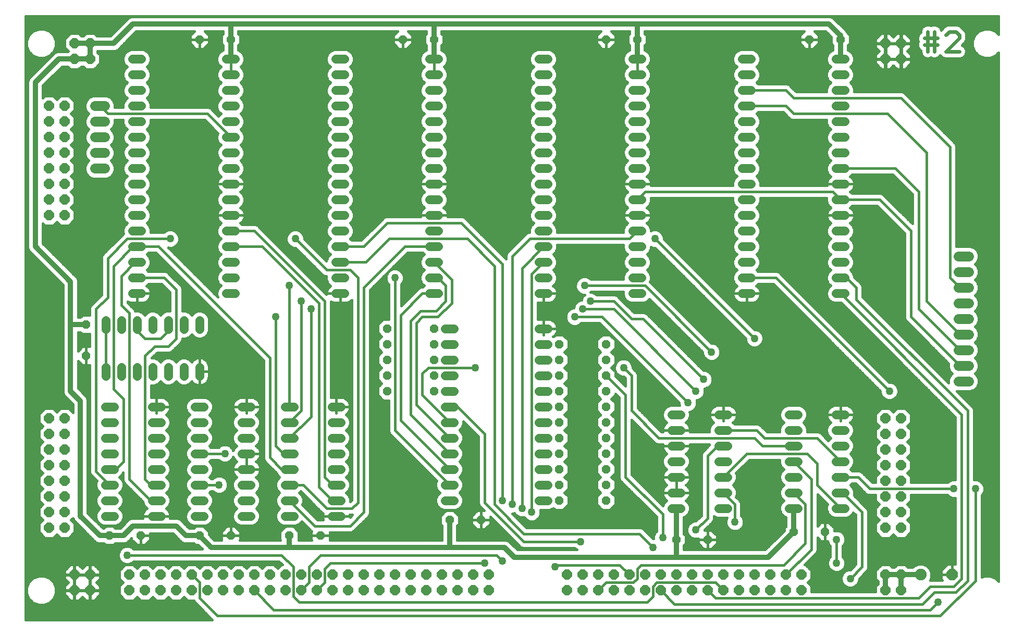
<source format=gtl>
G75*
%MOIN*%
%OFA0B0*%
%FSLAX24Y24*%
%IPPOS*%
%LPD*%
%AMOC8*
5,1,8,0,0,1.08239X$1,22.5*
%
%ADD10C,0.0230*%
%ADD11C,0.0560*%
%ADD12OC8,0.0640*%
%ADD13OC8,0.0560*%
%ADD14C,0.0750*%
%ADD15OC8,0.0750*%
%ADD16C,0.0640*%
%ADD17C,0.0160*%
%ADD18C,0.0320*%
%ADD19C,0.0500*%
D10*
X061967Y040630D02*
X061967Y041901D01*
X062391Y041901D02*
X062391Y040630D01*
X062602Y041054D02*
X061755Y041054D01*
X061755Y041477D02*
X062391Y041477D01*
X062602Y041477D01*
X063136Y041689D02*
X063348Y041901D01*
X063772Y041901D01*
X063984Y041689D01*
X063984Y041477D01*
X063136Y040630D01*
X063984Y040630D01*
D11*
X056670Y040140D02*
X056110Y040140D01*
X056110Y039140D02*
X056670Y039140D01*
X056670Y038140D02*
X056110Y038140D01*
X056110Y037140D02*
X056670Y037140D01*
X056670Y036140D02*
X056110Y036140D01*
X056110Y035140D02*
X056670Y035140D01*
X056670Y034140D02*
X056110Y034140D01*
X056110Y033140D02*
X056670Y033140D01*
X056670Y032140D02*
X056110Y032140D01*
X056110Y031140D02*
X056670Y031140D01*
X056670Y030140D02*
X056110Y030140D01*
X056110Y029140D02*
X056670Y029140D01*
X056670Y028140D02*
X056110Y028140D01*
X056110Y027140D02*
X056670Y027140D01*
X056670Y026140D02*
X056110Y026140D01*
X056110Y025140D02*
X056670Y025140D01*
X050670Y025140D02*
X050110Y025140D01*
X050110Y026140D02*
X050670Y026140D01*
X050670Y027140D02*
X050110Y027140D01*
X050110Y028140D02*
X050670Y028140D01*
X050670Y029140D02*
X050110Y029140D01*
X050110Y030140D02*
X050670Y030140D01*
X050670Y031140D02*
X050110Y031140D01*
X050110Y032140D02*
X050670Y032140D01*
X050670Y033140D02*
X050110Y033140D01*
X050110Y034140D02*
X050670Y034140D01*
X050670Y035140D02*
X050110Y035140D01*
X050110Y036140D02*
X050670Y036140D01*
X050670Y037140D02*
X050110Y037140D01*
X050110Y038140D02*
X050670Y038140D01*
X050670Y039140D02*
X050110Y039140D01*
X050110Y040140D02*
X050670Y040140D01*
X043670Y040140D02*
X043110Y040140D01*
X043110Y039140D02*
X043670Y039140D01*
X043670Y038140D02*
X043110Y038140D01*
X043110Y037140D02*
X043670Y037140D01*
X043670Y036140D02*
X043110Y036140D01*
X043110Y035140D02*
X043670Y035140D01*
X043670Y034140D02*
X043110Y034140D01*
X043110Y033140D02*
X043670Y033140D01*
X043670Y032140D02*
X043110Y032140D01*
X043110Y031140D02*
X043670Y031140D01*
X043670Y030140D02*
X043110Y030140D01*
X043110Y029140D02*
X043670Y029140D01*
X043670Y028140D02*
X043110Y028140D01*
X043110Y027140D02*
X043670Y027140D01*
X043670Y026140D02*
X043110Y026140D01*
X043110Y025140D02*
X043670Y025140D01*
X037670Y025140D02*
X037110Y025140D01*
X037110Y026140D02*
X037670Y026140D01*
X037670Y027140D02*
X037110Y027140D01*
X037110Y028140D02*
X037670Y028140D01*
X037670Y029140D02*
X037110Y029140D01*
X037110Y030140D02*
X037670Y030140D01*
X037670Y031140D02*
X037110Y031140D01*
X037110Y032140D02*
X037670Y032140D01*
X037670Y033140D02*
X037110Y033140D01*
X037110Y034140D02*
X037670Y034140D01*
X037670Y035140D02*
X037110Y035140D01*
X037110Y036140D02*
X037670Y036140D01*
X037670Y037140D02*
X037110Y037140D01*
X037110Y038140D02*
X037670Y038140D01*
X037670Y039140D02*
X037110Y039140D01*
X037110Y040140D02*
X037670Y040140D01*
X030670Y040140D02*
X030110Y040140D01*
X030110Y039140D02*
X030670Y039140D01*
X030670Y038140D02*
X030110Y038140D01*
X030110Y037140D02*
X030670Y037140D01*
X030670Y036140D02*
X030110Y036140D01*
X030110Y035140D02*
X030670Y035140D01*
X030670Y034140D02*
X030110Y034140D01*
X030110Y033140D02*
X030670Y033140D01*
X030670Y032140D02*
X030110Y032140D01*
X030110Y031140D02*
X030670Y031140D01*
X030670Y030140D02*
X030110Y030140D01*
X030110Y029140D02*
X030670Y029140D01*
X030670Y028140D02*
X030110Y028140D01*
X030110Y027140D02*
X030670Y027140D01*
X030670Y026140D02*
X030110Y026140D01*
X030110Y025140D02*
X030670Y025140D01*
X031110Y022890D02*
X031670Y022890D01*
X031670Y021890D02*
X031110Y021890D01*
X031110Y020890D02*
X031670Y020890D01*
X031670Y019890D02*
X031110Y019890D01*
X031110Y018890D02*
X031670Y018890D01*
X031670Y017890D02*
X031110Y017890D01*
X031110Y016890D02*
X031670Y016890D01*
X031670Y015890D02*
X031110Y015890D01*
X031110Y014890D02*
X031670Y014890D01*
X031670Y013890D02*
X031110Y013890D01*
X031110Y012890D02*
X031670Y012890D01*
X031670Y011890D02*
X031110Y011890D01*
X037110Y011890D02*
X037670Y011890D01*
X037670Y012890D02*
X037110Y012890D01*
X037110Y013890D02*
X037670Y013890D01*
X037670Y014890D02*
X037110Y014890D01*
X037110Y015890D02*
X037670Y015890D01*
X037670Y016890D02*
X037110Y016890D01*
X037110Y017890D02*
X037670Y017890D01*
X037670Y018890D02*
X037110Y018890D01*
X037110Y019890D02*
X037670Y019890D01*
X037670Y020890D02*
X037110Y020890D01*
X037110Y021890D02*
X037670Y021890D01*
X037670Y022890D02*
X037110Y022890D01*
X045610Y017390D02*
X046170Y017390D01*
X046170Y016390D02*
X045610Y016390D01*
X045610Y015390D02*
X046170Y015390D01*
X046170Y014390D02*
X045610Y014390D01*
X045610Y013390D02*
X046170Y013390D01*
X046170Y012390D02*
X045610Y012390D01*
X045610Y011390D02*
X046170Y011390D01*
X048610Y011390D02*
X049170Y011390D01*
X049170Y012390D02*
X048610Y012390D01*
X048610Y013390D02*
X049170Y013390D01*
X049170Y014390D02*
X048610Y014390D01*
X048610Y015390D02*
X049170Y015390D01*
X049170Y016390D02*
X048610Y016390D01*
X048610Y017390D02*
X049170Y017390D01*
X053110Y017390D02*
X053670Y017390D01*
X053670Y016390D02*
X053110Y016390D01*
X053110Y015390D02*
X053670Y015390D01*
X053670Y014390D02*
X053110Y014390D01*
X053110Y013390D02*
X053670Y013390D01*
X053670Y012390D02*
X053110Y012390D01*
X053110Y011390D02*
X053670Y011390D01*
X056110Y011390D02*
X056670Y011390D01*
X056670Y012390D02*
X056110Y012390D01*
X056110Y013390D02*
X056670Y013390D01*
X056670Y014390D02*
X056110Y014390D01*
X056110Y015390D02*
X056670Y015390D01*
X056670Y016390D02*
X056110Y016390D01*
X056110Y017390D02*
X056670Y017390D01*
X024420Y016890D02*
X023860Y016890D01*
X023860Y015890D02*
X024420Y015890D01*
X024420Y014890D02*
X023860Y014890D01*
X023860Y013890D02*
X024420Y013890D01*
X024420Y012890D02*
X023860Y012890D01*
X023860Y011890D02*
X024420Y011890D01*
X024420Y010890D02*
X023860Y010890D01*
X021420Y010890D02*
X020860Y010890D01*
X020860Y011890D02*
X021420Y011890D01*
X021420Y012890D02*
X020860Y012890D01*
X020860Y013890D02*
X021420Y013890D01*
X021420Y014890D02*
X020860Y014890D01*
X020860Y015890D02*
X021420Y015890D01*
X021420Y016890D02*
X020860Y016890D01*
X020860Y017890D02*
X021420Y017890D01*
X023860Y017890D02*
X024420Y017890D01*
X018670Y017890D02*
X018110Y017890D01*
X018110Y016890D02*
X018670Y016890D01*
X018670Y015890D02*
X018110Y015890D01*
X018110Y014890D02*
X018670Y014890D01*
X018670Y013890D02*
X018110Y013890D01*
X018110Y012890D02*
X018670Y012890D01*
X018670Y011890D02*
X018110Y011890D01*
X018110Y010890D02*
X018670Y010890D01*
X015670Y010890D02*
X015110Y010890D01*
X015110Y011890D02*
X015670Y011890D01*
X015670Y012890D02*
X015110Y012890D01*
X015110Y013890D02*
X015670Y013890D01*
X015670Y014890D02*
X015110Y014890D01*
X015110Y015890D02*
X015670Y015890D01*
X015670Y016890D02*
X015110Y016890D01*
X015110Y017890D02*
X015670Y017890D01*
X012920Y017890D02*
X012360Y017890D01*
X012360Y016890D02*
X012920Y016890D01*
X012920Y015890D02*
X012360Y015890D01*
X012360Y014890D02*
X012920Y014890D01*
X012920Y013890D02*
X012360Y013890D01*
X012360Y012890D02*
X012920Y012890D01*
X012920Y011890D02*
X012360Y011890D01*
X012360Y010890D02*
X012920Y010890D01*
X009920Y010890D02*
X009360Y010890D01*
X009360Y011890D02*
X009920Y011890D01*
X009920Y012890D02*
X009360Y012890D01*
X009360Y013890D02*
X009920Y013890D01*
X009920Y014890D02*
X009360Y014890D01*
X009360Y015890D02*
X009920Y015890D01*
X009920Y016890D02*
X009360Y016890D01*
X009360Y017890D02*
X009920Y017890D01*
X010390Y019860D02*
X010390Y020420D01*
X009390Y020420D02*
X009390Y019860D01*
X011390Y019860D02*
X011390Y020420D01*
X012390Y020420D02*
X012390Y019860D01*
X013390Y019860D02*
X013390Y020420D01*
X014390Y020420D02*
X014390Y019860D01*
X015390Y019860D02*
X015390Y020420D01*
X015390Y022860D02*
X015390Y023420D01*
X014390Y023420D02*
X014390Y022860D01*
X013390Y022860D02*
X013390Y023420D01*
X012390Y023420D02*
X012390Y022860D01*
X011390Y022860D02*
X011390Y023420D01*
X010390Y023420D02*
X010390Y022860D01*
X009390Y022860D02*
X009390Y023420D01*
X011110Y025140D02*
X011670Y025140D01*
X011670Y026140D02*
X011110Y026140D01*
X011110Y027140D02*
X011670Y027140D01*
X011670Y028140D02*
X011110Y028140D01*
X011110Y029140D02*
X011670Y029140D01*
X011670Y030140D02*
X011110Y030140D01*
X011110Y031140D02*
X011670Y031140D01*
X011670Y032140D02*
X011110Y032140D01*
X011110Y033140D02*
X011670Y033140D01*
X011670Y034140D02*
X011110Y034140D01*
X011110Y035140D02*
X011670Y035140D01*
X011670Y036140D02*
X011110Y036140D01*
X011110Y037140D02*
X011670Y037140D01*
X011670Y038140D02*
X011110Y038140D01*
X011110Y039140D02*
X011670Y039140D01*
X011670Y040140D02*
X011110Y040140D01*
X017110Y040140D02*
X017670Y040140D01*
X017670Y039140D02*
X017110Y039140D01*
X017110Y038140D02*
X017670Y038140D01*
X017670Y037140D02*
X017110Y037140D01*
X017110Y036140D02*
X017670Y036140D01*
X017670Y035140D02*
X017110Y035140D01*
X017110Y034140D02*
X017670Y034140D01*
X017670Y033140D02*
X017110Y033140D01*
X017110Y032140D02*
X017670Y032140D01*
X017670Y031140D02*
X017110Y031140D01*
X017110Y030140D02*
X017670Y030140D01*
X017670Y029140D02*
X017110Y029140D01*
X017110Y028140D02*
X017670Y028140D01*
X017670Y027140D02*
X017110Y027140D01*
X017110Y026140D02*
X017670Y026140D01*
X017670Y025140D02*
X017110Y025140D01*
X024110Y025140D02*
X024670Y025140D01*
X024670Y026140D02*
X024110Y026140D01*
X024110Y027140D02*
X024670Y027140D01*
X024670Y028140D02*
X024110Y028140D01*
X024110Y029140D02*
X024670Y029140D01*
X024670Y030140D02*
X024110Y030140D01*
X024110Y031140D02*
X024670Y031140D01*
X024670Y032140D02*
X024110Y032140D01*
X024110Y033140D02*
X024670Y033140D01*
X024670Y034140D02*
X024110Y034140D01*
X024110Y035140D02*
X024670Y035140D01*
X024670Y036140D02*
X024110Y036140D01*
X024110Y037140D02*
X024670Y037140D01*
X024670Y038140D02*
X024110Y038140D01*
X024110Y039140D02*
X024670Y039140D01*
X024670Y040140D02*
X024110Y040140D01*
D12*
X008390Y040140D03*
X007390Y040140D03*
X007390Y041140D03*
X008390Y041140D03*
X006765Y037140D03*
X005765Y037140D03*
X005765Y036140D03*
X006765Y036140D03*
X006765Y035140D03*
X005765Y035140D03*
X005765Y034140D03*
X006765Y034140D03*
X006765Y033140D03*
X005765Y033140D03*
X005765Y032140D03*
X006765Y032140D03*
X006765Y031140D03*
X005765Y031140D03*
X005765Y030140D03*
X006765Y030140D03*
X006765Y017140D03*
X005765Y017140D03*
X005765Y016140D03*
X006765Y016140D03*
X006765Y015140D03*
X005765Y015140D03*
X005765Y014140D03*
X006765Y014140D03*
X006765Y013140D03*
X005765Y013140D03*
X005765Y012140D03*
X006765Y012140D03*
X006765Y011140D03*
X005765Y011140D03*
X005765Y010140D03*
X006765Y010140D03*
X007390Y007140D03*
X008390Y007140D03*
X008390Y006140D03*
X007390Y006140D03*
X010890Y006140D03*
X011890Y006140D03*
X011890Y007140D03*
X010890Y007140D03*
X012890Y007140D03*
X013890Y007140D03*
X014890Y007140D03*
X014890Y006140D03*
X013890Y006140D03*
X012890Y006140D03*
X015890Y006140D03*
X016890Y006140D03*
X016890Y007140D03*
X015890Y007140D03*
X017890Y007140D03*
X018890Y007140D03*
X018890Y006140D03*
X017890Y006140D03*
X019890Y006140D03*
X020890Y006140D03*
X021890Y006140D03*
X021890Y007140D03*
X020890Y007140D03*
X019890Y007140D03*
X022890Y007140D03*
X023890Y007140D03*
X023890Y006140D03*
X022890Y006140D03*
X024890Y006140D03*
X025890Y006140D03*
X026890Y006140D03*
X026890Y007140D03*
X025890Y007140D03*
X024890Y007140D03*
X027890Y007140D03*
X028890Y007140D03*
X028890Y006140D03*
X027890Y006140D03*
X029890Y006140D03*
X030890Y006140D03*
X031890Y006140D03*
X031890Y007140D03*
X030890Y007140D03*
X029890Y007140D03*
X032890Y007140D03*
X033890Y007140D03*
X033890Y006140D03*
X032890Y006140D03*
X038890Y006140D03*
X038890Y007140D03*
X039890Y007140D03*
X040890Y007140D03*
X040890Y006140D03*
X039890Y006140D03*
X041890Y006140D03*
X042890Y006140D03*
X043890Y006140D03*
X043890Y007140D03*
X042890Y007140D03*
X041890Y007140D03*
X044890Y007140D03*
X045890Y007140D03*
X045890Y006140D03*
X044890Y006140D03*
X046890Y006140D03*
X047890Y006140D03*
X048890Y006140D03*
X048890Y007140D03*
X047890Y007140D03*
X046890Y007140D03*
X049890Y007140D03*
X050890Y007140D03*
X050890Y006140D03*
X049890Y006140D03*
X051890Y006140D03*
X052890Y006140D03*
X052890Y007140D03*
X051890Y007140D03*
X053890Y007140D03*
X053890Y006140D03*
X059265Y006140D03*
X060265Y006140D03*
X060265Y007140D03*
X059265Y007140D03*
X059265Y010140D03*
X060265Y010140D03*
X060265Y011140D03*
X059265Y011140D03*
X059265Y012140D03*
X060265Y012140D03*
X060265Y013140D03*
X059265Y013140D03*
X059265Y014140D03*
X060265Y014140D03*
X060265Y015140D03*
X059265Y015140D03*
X059265Y016140D03*
X060265Y016140D03*
X060265Y017140D03*
X059265Y017140D03*
X059265Y040140D03*
X060265Y040140D03*
X060265Y041140D03*
X059265Y041140D03*
D13*
X056390Y041390D03*
X054390Y041390D03*
X043390Y041390D03*
X041390Y041390D03*
X030390Y041390D03*
X028390Y041390D03*
X017390Y041390D03*
X015390Y041390D03*
X008140Y023140D03*
X008140Y021140D03*
X009640Y009640D03*
X011640Y009640D03*
X015390Y009640D03*
X017390Y009640D03*
X021140Y009640D03*
X023140Y009640D03*
X031390Y010640D03*
X033390Y010640D03*
X038390Y011890D03*
X038390Y012890D03*
X038390Y013890D03*
X038390Y014890D03*
X038390Y015890D03*
X038390Y016890D03*
X038390Y017890D03*
X038390Y018890D03*
X038390Y019890D03*
X038390Y020890D03*
X038390Y021890D03*
X041390Y021890D03*
X041390Y020890D03*
X041390Y019890D03*
X041390Y018890D03*
X041390Y017890D03*
X041390Y016890D03*
X041390Y015890D03*
X041390Y014890D03*
X041390Y013890D03*
X041390Y012890D03*
X041390Y011890D03*
X045890Y009390D03*
X047890Y009390D03*
X053390Y009890D03*
X055390Y009890D03*
X030390Y018890D03*
X030390Y019890D03*
X030390Y020890D03*
X030390Y021890D03*
X030390Y022890D03*
X027390Y022890D03*
X027390Y021890D03*
X027390Y020890D03*
X027390Y019890D03*
X027390Y018890D03*
D14*
X061515Y007140D03*
D15*
X063515Y007140D03*
D16*
X063945Y019515D02*
X064585Y019515D01*
X064585Y020515D02*
X063945Y020515D01*
X063945Y021515D02*
X064585Y021515D01*
X064585Y022515D02*
X063945Y022515D01*
X063945Y023515D02*
X064585Y023515D01*
X064585Y024515D02*
X063945Y024515D01*
X063945Y025515D02*
X064585Y025515D01*
X064585Y026515D02*
X063945Y026515D01*
X063945Y027515D02*
X064585Y027515D01*
X009335Y033140D02*
X008695Y033140D01*
X008695Y034140D02*
X009335Y034140D01*
X009335Y035140D02*
X008695Y035140D01*
X008695Y036140D02*
X009335Y036140D01*
X009335Y037140D02*
X008695Y037140D01*
D17*
X004270Y042880D02*
X004270Y004270D01*
X016194Y004270D01*
X016176Y004288D01*
X015051Y005413D01*
X015015Y005500D01*
X014625Y005500D01*
X014390Y005735D01*
X014155Y005500D01*
X013625Y005500D01*
X013390Y005735D01*
X013155Y005500D01*
X012625Y005500D01*
X012390Y005735D01*
X012155Y005500D01*
X011625Y005500D01*
X011390Y005735D01*
X011155Y005500D01*
X010625Y005500D01*
X010250Y005875D01*
X010250Y006405D01*
X010485Y006640D01*
X010250Y006875D01*
X010250Y007405D01*
X010625Y007780D01*
X011155Y007780D01*
X011390Y007545D01*
X011625Y007780D01*
X012155Y007780D01*
X012390Y007545D01*
X012625Y007780D01*
X013155Y007780D01*
X013390Y007545D01*
X013625Y007780D01*
X014155Y007780D01*
X014390Y007545D01*
X014625Y007780D01*
X015155Y007780D01*
X015390Y007545D01*
X015625Y007780D01*
X016155Y007780D01*
X016390Y007545D01*
X016625Y007780D01*
X017155Y007780D01*
X017390Y007545D01*
X017625Y007780D01*
X018155Y007780D01*
X018390Y007545D01*
X018625Y007780D01*
X019155Y007780D01*
X019390Y007545D01*
X019625Y007780D01*
X020155Y007780D01*
X020390Y007545D01*
X020625Y007780D01*
X020684Y007780D01*
X020474Y007990D01*
X011171Y007990D01*
X011088Y007907D01*
X010878Y007820D01*
X010652Y007820D01*
X010442Y007907D01*
X010282Y008067D01*
X010195Y008277D01*
X010195Y008503D01*
X010282Y008713D01*
X010442Y008873D01*
X010652Y008960D01*
X010878Y008960D01*
X011088Y008873D01*
X011171Y008790D01*
X015561Y008790D01*
X015311Y009040D01*
X015141Y009040D01*
X015021Y009160D01*
X014420Y009160D01*
X014243Y009233D01*
X014108Y009368D01*
X013691Y009785D01*
X012240Y009785D01*
X012240Y009640D01*
X011640Y009640D01*
X011640Y009640D01*
X012240Y009640D01*
X012240Y009391D01*
X011889Y009040D01*
X011640Y009040D01*
X011640Y009640D01*
X011640Y009640D01*
X011640Y009040D01*
X011391Y009040D01*
X011040Y009391D01*
X011040Y009486D01*
X010922Y009368D01*
X010787Y009233D01*
X010610Y009160D01*
X010009Y009160D01*
X009889Y009040D01*
X009391Y009040D01*
X009271Y009160D01*
X008920Y009160D01*
X008743Y009233D01*
X008608Y009368D01*
X007493Y010483D01*
X007358Y010618D01*
X007297Y010767D01*
X007170Y010640D01*
X007405Y010405D01*
X007405Y009875D01*
X007030Y009500D01*
X006500Y009500D01*
X006265Y009735D01*
X006030Y009500D01*
X005500Y009500D01*
X005125Y009875D01*
X005125Y010405D01*
X005360Y010640D01*
X005125Y010875D01*
X005125Y011405D01*
X005360Y011640D01*
X005125Y011875D01*
X005125Y012405D01*
X005360Y012640D01*
X005125Y012875D01*
X005125Y013405D01*
X005360Y013640D01*
X005125Y013875D01*
X005125Y014405D01*
X005360Y014640D01*
X005125Y014875D01*
X005125Y015405D01*
X005360Y015640D01*
X005125Y015875D01*
X005125Y016405D01*
X005360Y016640D01*
X005125Y016875D01*
X005125Y017405D01*
X005500Y017780D01*
X006030Y017780D01*
X006265Y017545D01*
X006500Y017780D01*
X007030Y017780D01*
X007285Y017525D01*
X007285Y018066D01*
X006868Y018483D01*
X006733Y018618D01*
X006660Y018795D01*
X006660Y025691D01*
X004618Y027733D01*
X004483Y027868D01*
X004410Y028045D01*
X004410Y038735D01*
X004483Y038912D01*
X005983Y040412D01*
X006118Y040547D01*
X006295Y040620D01*
X006965Y040620D01*
X006985Y040640D01*
X006750Y040875D01*
X006750Y041405D01*
X007125Y041780D01*
X007655Y041780D01*
X007815Y041620D01*
X007965Y041620D01*
X008125Y041780D01*
X008655Y041780D01*
X008815Y041620D01*
X009691Y041620D01*
X010733Y042662D01*
X010868Y042797D01*
X011045Y042870D01*
X055735Y042870D01*
X055912Y042797D01*
X056662Y042047D01*
X056797Y041912D01*
X056854Y041775D01*
X056990Y041639D01*
X056990Y041141D01*
X056870Y041021D01*
X056870Y040707D01*
X057010Y040649D01*
X057179Y040480D01*
X057270Y040259D01*
X057270Y040021D01*
X057179Y039800D01*
X057019Y039640D01*
X057179Y039480D01*
X057270Y039259D01*
X057270Y039021D01*
X057179Y038800D01*
X057019Y038640D01*
X057179Y038480D01*
X057270Y038259D01*
X057270Y038040D01*
X060345Y038040D01*
X060492Y037979D01*
X060604Y037867D01*
X063729Y034742D01*
X063790Y034595D01*
X063790Y028144D01*
X063818Y028155D01*
X064712Y028155D01*
X064948Y028058D01*
X065128Y027878D01*
X065225Y027642D01*
X065225Y027388D01*
X065128Y027152D01*
X064990Y027015D01*
X065128Y026878D01*
X065225Y026642D01*
X065225Y026388D01*
X065128Y026152D01*
X064990Y026015D01*
X065128Y025878D01*
X065225Y025642D01*
X065225Y025388D01*
X065128Y025152D01*
X064990Y025015D01*
X065128Y024878D01*
X065225Y024642D01*
X065225Y024388D01*
X065128Y024152D01*
X064990Y024015D01*
X065128Y023878D01*
X065225Y023642D01*
X065225Y023388D01*
X065128Y023152D01*
X064990Y023015D01*
X065128Y022878D01*
X065225Y022642D01*
X065225Y022388D01*
X065128Y022152D01*
X064990Y022015D01*
X065128Y021878D01*
X065225Y021642D01*
X066502Y021642D01*
X066502Y021484D02*
X065225Y021484D01*
X065225Y021388D02*
X065225Y021642D01*
X065159Y021801D02*
X066502Y021801D01*
X066502Y021959D02*
X065046Y021959D01*
X065093Y022118D02*
X066502Y022118D01*
X066502Y022276D02*
X065179Y022276D01*
X065225Y022435D02*
X066502Y022435D01*
X066502Y022593D02*
X065225Y022593D01*
X065180Y022752D02*
X066502Y022752D01*
X066502Y022910D02*
X065095Y022910D01*
X065044Y023069D02*
X066502Y023069D01*
X066502Y023227D02*
X065158Y023227D01*
X065224Y023386D02*
X066502Y023386D01*
X066502Y023544D02*
X065225Y023544D01*
X065200Y023703D02*
X066502Y023703D01*
X066502Y023861D02*
X065134Y023861D01*
X064995Y024020D02*
X066502Y024020D01*
X066502Y024178D02*
X065138Y024178D01*
X065204Y024337D02*
X066502Y024337D01*
X066502Y024495D02*
X065225Y024495D01*
X065220Y024654D02*
X066502Y024654D01*
X066502Y024812D02*
X065155Y024812D01*
X065035Y024971D02*
X066502Y024971D01*
X066502Y025129D02*
X065104Y025129D01*
X065184Y025288D02*
X066502Y025288D01*
X066502Y025446D02*
X065225Y025446D01*
X065225Y025605D02*
X066502Y025605D01*
X066502Y025763D02*
X065175Y025763D01*
X065084Y025922D02*
X066502Y025922D01*
X066502Y026080D02*
X065055Y026080D01*
X065163Y026239D02*
X066502Y026239D01*
X066502Y026397D02*
X065225Y026397D01*
X065225Y026556D02*
X066502Y026556D01*
X066502Y026714D02*
X065195Y026714D01*
X065130Y026873D02*
X066502Y026873D01*
X066502Y027031D02*
X065006Y027031D01*
X065143Y027190D02*
X066502Y027190D01*
X066502Y027348D02*
X065209Y027348D01*
X065225Y027507D02*
X066502Y027507D01*
X066502Y027665D02*
X065216Y027665D01*
X065150Y027824D02*
X066502Y027824D01*
X066502Y027982D02*
X065023Y027982D01*
X064747Y028141D02*
X066502Y028141D01*
X066502Y028299D02*
X063790Y028299D01*
X063790Y028458D02*
X066502Y028458D01*
X066502Y028616D02*
X063790Y028616D01*
X063790Y028775D02*
X066502Y028775D01*
X066502Y028933D02*
X063790Y028933D01*
X063790Y029092D02*
X066502Y029092D01*
X066502Y029250D02*
X063790Y029250D01*
X063790Y029409D02*
X066502Y029409D01*
X066502Y029567D02*
X063790Y029567D01*
X063790Y029726D02*
X066502Y029726D01*
X066502Y029884D02*
X063790Y029884D01*
X063790Y030043D02*
X066502Y030043D01*
X066502Y030201D02*
X063790Y030201D01*
X063790Y030360D02*
X066502Y030360D01*
X066502Y030518D02*
X063790Y030518D01*
X063790Y030677D02*
X066502Y030677D01*
X066502Y030835D02*
X063790Y030835D01*
X063790Y030994D02*
X066502Y030994D01*
X066502Y031152D02*
X063790Y031152D01*
X063790Y031311D02*
X066502Y031311D01*
X066502Y031469D02*
X063790Y031469D01*
X063790Y031628D02*
X066502Y031628D01*
X066502Y031786D02*
X063790Y031786D01*
X063790Y031945D02*
X066502Y031945D01*
X066502Y032103D02*
X063790Y032103D01*
X063790Y032262D02*
X066502Y032262D01*
X066502Y032420D02*
X063790Y032420D01*
X063790Y032579D02*
X066502Y032579D01*
X066502Y032737D02*
X063790Y032737D01*
X063790Y032896D02*
X066502Y032896D01*
X066502Y033054D02*
X063790Y033054D01*
X063790Y033213D02*
X066502Y033213D01*
X066502Y033371D02*
X063790Y033371D01*
X063790Y033530D02*
X066502Y033530D01*
X066502Y033688D02*
X063790Y033688D01*
X063790Y033847D02*
X066502Y033847D01*
X066502Y034005D02*
X063790Y034005D01*
X063790Y034164D02*
X066502Y034164D01*
X066502Y034322D02*
X063790Y034322D01*
X063790Y034481D02*
X066502Y034481D01*
X066502Y034639D02*
X063772Y034639D01*
X063673Y034798D02*
X066502Y034798D01*
X066502Y034956D02*
X063515Y034956D01*
X063356Y035115D02*
X066502Y035115D01*
X066502Y035273D02*
X063198Y035273D01*
X063039Y035432D02*
X066502Y035432D01*
X066502Y035590D02*
X062881Y035590D01*
X062722Y035749D02*
X066502Y035749D01*
X066502Y035907D02*
X062564Y035907D01*
X062405Y036066D02*
X066502Y036066D01*
X066502Y036224D02*
X062247Y036224D01*
X062088Y036383D02*
X066502Y036383D01*
X066502Y036541D02*
X061930Y036541D01*
X061771Y036700D02*
X066502Y036700D01*
X066502Y036858D02*
X061613Y036858D01*
X061454Y037017D02*
X066502Y037017D01*
X066502Y037175D02*
X061296Y037175D01*
X061137Y037334D02*
X066502Y037334D01*
X066502Y037492D02*
X060979Y037492D01*
X060820Y037651D02*
X066502Y037651D01*
X066502Y037809D02*
X060662Y037809D01*
X060503Y037968D02*
X066502Y037968D01*
X066502Y038126D02*
X057270Y038126D01*
X057260Y038285D02*
X066502Y038285D01*
X066502Y038443D02*
X057194Y038443D01*
X057057Y038602D02*
X066502Y038602D01*
X066502Y038760D02*
X057139Y038760D01*
X057228Y038919D02*
X066502Y038919D01*
X066502Y039077D02*
X057270Y039077D01*
X057270Y039236D02*
X066502Y039236D01*
X066502Y039394D02*
X057214Y039394D01*
X057106Y039553D02*
X058947Y039553D01*
X059000Y039500D02*
X059245Y039500D01*
X059245Y040120D01*
X059285Y040120D01*
X059285Y040160D01*
X060245Y040160D01*
X060245Y041120D01*
X060285Y041120D01*
X060285Y041160D01*
X060905Y041160D01*
X060905Y041405D01*
X060530Y041780D01*
X060285Y041780D01*
X060285Y041160D01*
X060245Y041160D01*
X060245Y041780D01*
X060000Y041780D01*
X059765Y041545D01*
X059530Y041780D01*
X059285Y041780D01*
X059285Y041160D01*
X059245Y041160D01*
X059245Y041780D01*
X059000Y041780D01*
X058625Y041405D01*
X058625Y041160D01*
X059245Y041160D01*
X059245Y041120D01*
X058625Y041120D01*
X058625Y040875D01*
X058860Y040640D01*
X058625Y040405D01*
X058625Y040160D01*
X059245Y040160D01*
X059245Y041120D01*
X059285Y041120D01*
X059285Y041160D01*
X060245Y041160D01*
X060245Y041120D01*
X059625Y041120D01*
X059285Y041120D01*
X059285Y040500D01*
X059285Y040160D01*
X059245Y040160D01*
X059245Y040120D01*
X058625Y040120D01*
X058625Y039875D01*
X059000Y039500D01*
X059245Y039553D02*
X059285Y039553D01*
X059285Y039500D02*
X059530Y039500D01*
X059765Y039735D01*
X060000Y039500D01*
X060245Y039500D01*
X060245Y040120D01*
X060285Y040120D01*
X060285Y040160D01*
X060905Y040160D01*
X060905Y040405D01*
X060670Y040640D01*
X060905Y040875D01*
X060905Y041120D01*
X060285Y041120D01*
X060285Y040500D01*
X060285Y040160D01*
X060245Y040160D01*
X060245Y040120D01*
X059625Y040120D01*
X059285Y040120D01*
X059285Y039500D01*
X059285Y039711D02*
X059245Y039711D01*
X059245Y039870D02*
X059285Y039870D01*
X059285Y040028D02*
X059245Y040028D01*
X059245Y040187D02*
X059285Y040187D01*
X059285Y040345D02*
X059245Y040345D01*
X059245Y040504D02*
X059285Y040504D01*
X059285Y040662D02*
X059245Y040662D01*
X059245Y040821D02*
X059285Y040821D01*
X059285Y040979D02*
X059245Y040979D01*
X059245Y041138D02*
X056986Y041138D01*
X056990Y041296D02*
X058625Y041296D01*
X058674Y041455D02*
X056990Y041455D01*
X056990Y041613D02*
X058833Y041613D01*
X058991Y041772D02*
X056857Y041772D01*
X056779Y041930D02*
X061532Y041930D01*
X061532Y041988D02*
X061532Y041856D01*
X061509Y041846D01*
X061386Y041724D01*
X061320Y041564D01*
X061320Y041391D01*
X061372Y041266D01*
X061320Y041140D01*
X061320Y040967D01*
X061386Y040807D01*
X061509Y040685D01*
X061532Y040675D01*
X061532Y040543D01*
X061598Y040384D01*
X061720Y040261D01*
X061880Y040195D01*
X062053Y040195D01*
X062179Y040247D01*
X062304Y040195D01*
X062477Y040195D01*
X062637Y040261D01*
X062759Y040384D01*
X062763Y040393D01*
X062767Y040384D01*
X062890Y040261D01*
X063050Y040195D01*
X064070Y040195D01*
X064230Y040261D01*
X064352Y040384D01*
X064419Y040543D01*
X064419Y040717D01*
X064352Y040876D01*
X064230Y040999D01*
X064152Y041031D01*
X064230Y041109D01*
X064352Y041231D01*
X064419Y041391D01*
X064419Y041776D01*
X064352Y041936D01*
X064140Y042147D01*
X064018Y042270D01*
X063858Y042336D01*
X063261Y042336D01*
X063213Y042316D01*
X063102Y042270D01*
X062979Y042147D01*
X062824Y041992D01*
X062759Y042147D01*
X062637Y042270D01*
X062477Y042336D01*
X062304Y042336D01*
X062179Y042284D01*
X062053Y042336D01*
X061880Y042336D01*
X061720Y042270D01*
X061598Y042147D01*
X061532Y041988D01*
X061574Y042089D02*
X056620Y042089D01*
X056462Y042247D02*
X061698Y042247D01*
X061434Y041772D02*
X060539Y041772D01*
X060697Y041613D02*
X061340Y041613D01*
X061320Y041455D02*
X060856Y041455D01*
X060905Y041296D02*
X061359Y041296D01*
X061320Y041138D02*
X060285Y041138D01*
X060245Y041138D02*
X059285Y041138D01*
X059285Y041296D02*
X059245Y041296D01*
X059245Y041455D02*
X059285Y041455D01*
X059285Y041613D02*
X059245Y041613D01*
X059245Y041772D02*
X059285Y041772D01*
X059539Y041772D02*
X059991Y041772D01*
X059833Y041613D02*
X059697Y041613D01*
X060245Y041613D02*
X060285Y041613D01*
X060285Y041455D02*
X060245Y041455D01*
X060245Y041296D02*
X060285Y041296D01*
X060285Y040979D02*
X060245Y040979D01*
X060245Y040821D02*
X060285Y040821D01*
X060285Y040662D02*
X060245Y040662D01*
X060245Y040504D02*
X060285Y040504D01*
X060285Y040345D02*
X060245Y040345D01*
X060245Y040187D02*
X060285Y040187D01*
X060285Y040120D02*
X060905Y040120D01*
X060905Y039875D01*
X060530Y039500D01*
X060285Y039500D01*
X060285Y040120D01*
X060285Y040028D02*
X060245Y040028D01*
X060245Y039870D02*
X060285Y039870D01*
X060285Y039711D02*
X060245Y039711D01*
X060245Y039553D02*
X060285Y039553D01*
X060583Y039553D02*
X066502Y039553D01*
X066502Y039711D02*
X060741Y039711D01*
X060900Y039870D02*
X066502Y039870D01*
X066502Y040028D02*
X060905Y040028D01*
X060905Y040187D02*
X066502Y040187D01*
X066502Y040345D02*
X066276Y040345D01*
X066292Y040352D02*
X066502Y040562D01*
X066502Y006718D01*
X066292Y006928D01*
X065950Y007070D01*
X065580Y007070D01*
X065415Y007002D01*
X065415Y012234D01*
X065498Y012317D01*
X065585Y012527D01*
X065585Y012753D01*
X065498Y012963D01*
X065338Y013123D01*
X065128Y013210D01*
X064915Y013210D01*
X064915Y017720D01*
X064854Y017867D01*
X063846Y018875D01*
X064712Y018875D01*
X064948Y018972D01*
X065128Y019152D01*
X065225Y019388D01*
X065225Y019642D01*
X065128Y019878D01*
X064990Y020015D01*
X065128Y020152D01*
X065225Y020388D01*
X065225Y020642D01*
X065128Y020878D01*
X064990Y021015D01*
X065128Y021152D01*
X065225Y021388D01*
X065199Y021325D02*
X066502Y021325D01*
X066502Y021167D02*
X065133Y021167D01*
X064997Y021008D02*
X066502Y021008D01*
X066502Y020850D02*
X065139Y020850D01*
X065205Y020691D02*
X066502Y020691D01*
X066502Y020533D02*
X065225Y020533D01*
X065219Y020374D02*
X066502Y020374D01*
X066502Y020216D02*
X065154Y020216D01*
X065032Y020057D02*
X066502Y020057D01*
X066502Y019899D02*
X065107Y019899D01*
X065185Y019740D02*
X066502Y019740D01*
X066502Y019582D02*
X065225Y019582D01*
X065225Y019423D02*
X066502Y019423D01*
X066502Y019265D02*
X065174Y019265D01*
X065081Y019106D02*
X066502Y019106D01*
X066502Y018948D02*
X064887Y018948D01*
X064249Y018472D02*
X066502Y018472D01*
X066502Y018314D02*
X064407Y018314D01*
X064566Y018155D02*
X066502Y018155D01*
X066502Y017997D02*
X064724Y017997D01*
X064866Y017838D02*
X066502Y017838D01*
X066502Y017680D02*
X064915Y017680D01*
X064915Y017521D02*
X066502Y017521D01*
X066502Y017363D02*
X064915Y017363D01*
X064915Y017204D02*
X066502Y017204D01*
X066502Y017046D02*
X064915Y017046D01*
X064915Y016887D02*
X066502Y016887D01*
X066502Y016729D02*
X064915Y016729D01*
X064915Y016570D02*
X066502Y016570D01*
X066502Y016412D02*
X064915Y016412D01*
X064915Y016253D02*
X066502Y016253D01*
X066502Y016095D02*
X064915Y016095D01*
X064915Y015936D02*
X066502Y015936D01*
X066502Y015778D02*
X064915Y015778D01*
X064915Y015619D02*
X066502Y015619D01*
X066502Y015461D02*
X064915Y015461D01*
X064915Y015302D02*
X066502Y015302D01*
X066502Y015144D02*
X064915Y015144D01*
X064915Y014985D02*
X066502Y014985D01*
X066502Y014827D02*
X064915Y014827D01*
X064915Y014668D02*
X066502Y014668D01*
X066502Y014510D02*
X064915Y014510D01*
X064915Y014351D02*
X066502Y014351D01*
X066502Y014193D02*
X064915Y014193D01*
X064915Y014034D02*
X066502Y014034D01*
X066502Y013876D02*
X064915Y013876D01*
X064915Y013717D02*
X066502Y013717D01*
X066502Y013559D02*
X064915Y013559D01*
X064915Y013400D02*
X066502Y013400D01*
X066502Y013242D02*
X064915Y013242D01*
X065378Y013083D02*
X066502Y013083D01*
X066502Y012925D02*
X065514Y012925D01*
X065580Y012766D02*
X066502Y012766D01*
X066502Y012608D02*
X065585Y012608D01*
X065553Y012449D02*
X066502Y012449D01*
X066502Y012291D02*
X065472Y012291D01*
X065415Y012132D02*
X066502Y012132D01*
X066502Y011974D02*
X065415Y011974D01*
X065415Y011815D02*
X066502Y011815D01*
X066502Y011657D02*
X065415Y011657D01*
X065415Y011498D02*
X066502Y011498D01*
X066502Y011340D02*
X065415Y011340D01*
X065415Y011181D02*
X066502Y011181D01*
X066502Y011023D02*
X065415Y011023D01*
X065415Y010864D02*
X066502Y010864D01*
X066502Y010706D02*
X065415Y010706D01*
X065415Y010547D02*
X066502Y010547D01*
X066502Y010389D02*
X065415Y010389D01*
X065415Y010230D02*
X066502Y010230D01*
X066502Y010072D02*
X065415Y010072D01*
X065415Y009913D02*
X066502Y009913D01*
X066502Y009755D02*
X065415Y009755D01*
X065415Y009596D02*
X066502Y009596D01*
X066502Y009438D02*
X065415Y009438D01*
X065415Y009279D02*
X066502Y009279D01*
X066502Y009121D02*
X065415Y009121D01*
X065415Y008962D02*
X066502Y008962D01*
X066502Y008804D02*
X065415Y008804D01*
X065415Y008645D02*
X066502Y008645D01*
X066502Y008487D02*
X065415Y008487D01*
X065415Y008328D02*
X066502Y008328D01*
X066502Y008170D02*
X065415Y008170D01*
X065415Y008011D02*
X066502Y008011D01*
X066502Y007853D02*
X065415Y007853D01*
X065415Y007694D02*
X066502Y007694D01*
X066502Y007536D02*
X065415Y007536D01*
X065415Y007377D02*
X066502Y007377D01*
X066502Y007219D02*
X065415Y007219D01*
X065415Y007060D02*
X065556Y007060D01*
X065974Y007060D02*
X066502Y007060D01*
X066502Y006902D02*
X066319Y006902D01*
X066477Y006743D02*
X066502Y006743D01*
X065015Y006765D02*
X065015Y012640D01*
X063640Y012640D02*
X058265Y012640D01*
X057515Y013390D01*
X056390Y013390D01*
X057019Y013890D02*
X057179Y014050D01*
X057270Y014271D01*
X057270Y014509D01*
X057179Y014730D01*
X057019Y014890D01*
X057179Y015050D01*
X057270Y015271D01*
X057270Y015509D01*
X057179Y015730D01*
X057019Y015890D01*
X057179Y016050D01*
X057270Y016271D01*
X057270Y016509D01*
X057179Y016730D01*
X057012Y016897D01*
X057061Y016932D01*
X057128Y016999D01*
X057183Y017076D01*
X057226Y017160D01*
X057255Y017249D01*
X057270Y017343D01*
X057270Y017390D01*
X057270Y017437D01*
X057255Y017530D01*
X057226Y017620D01*
X057183Y017704D01*
X057128Y017781D01*
X057061Y017848D01*
X056984Y017903D01*
X056900Y017946D01*
X056810Y017975D01*
X056717Y017990D01*
X056390Y017990D01*
X056390Y017390D01*
X056390Y017390D01*
X057270Y017390D01*
X056390Y017390D01*
X056390Y017390D01*
X056390Y016990D01*
X056390Y016990D01*
X056390Y017390D01*
X056390Y017390D01*
X056390Y017990D01*
X056063Y017990D01*
X055969Y017975D01*
X055880Y017946D01*
X055796Y017903D01*
X055719Y017848D01*
X055652Y017781D01*
X055597Y017704D01*
X055554Y017620D01*
X055525Y017530D01*
X055510Y017437D01*
X055510Y017390D01*
X056390Y017390D01*
X056390Y017390D01*
X055510Y017390D01*
X055510Y017343D01*
X055525Y017249D01*
X055554Y017160D01*
X055597Y017076D01*
X055652Y016999D01*
X055719Y016932D01*
X055768Y016897D01*
X055601Y016730D01*
X055510Y016509D01*
X055510Y016271D01*
X055601Y016050D01*
X055761Y015890D01*
X055609Y015737D01*
X055229Y016117D01*
X055117Y016229D01*
X054970Y016290D01*
X054270Y016290D01*
X054270Y016509D01*
X054179Y016730D01*
X054019Y016890D01*
X054179Y017050D01*
X054270Y017271D01*
X054270Y017509D01*
X054179Y017730D01*
X054010Y017899D01*
X053789Y017990D01*
X052991Y017990D01*
X052770Y017899D01*
X052601Y017730D01*
X052510Y017509D01*
X052510Y017271D01*
X052601Y017050D01*
X052761Y016890D01*
X052601Y016730D01*
X052510Y016509D01*
X052510Y016290D01*
X051681Y016290D01*
X051354Y016617D01*
X051242Y016729D01*
X051095Y016790D01*
X049619Y016790D01*
X049512Y016897D01*
X049561Y016932D01*
X049628Y016999D01*
X049683Y017076D01*
X049726Y017160D01*
X049755Y017249D01*
X049770Y017343D01*
X049770Y017390D01*
X049770Y017437D01*
X049755Y017530D01*
X049726Y017620D01*
X049683Y017704D01*
X049628Y017781D01*
X049561Y017848D01*
X049484Y017903D01*
X049400Y017946D01*
X049310Y017975D01*
X049217Y017990D01*
X048890Y017990D01*
X048890Y017390D01*
X048890Y017390D01*
X049770Y017390D01*
X048890Y017390D01*
X048890Y017390D01*
X048890Y017390D01*
X048010Y017390D01*
X048010Y017437D01*
X048025Y017530D01*
X048054Y017620D01*
X048097Y017704D01*
X048152Y017781D01*
X048219Y017848D01*
X048296Y017903D01*
X048380Y017946D01*
X048469Y017975D01*
X048563Y017990D01*
X048890Y017990D01*
X048890Y017390D01*
X048890Y016990D01*
X048890Y016990D01*
X048890Y017390D01*
X048890Y017390D01*
X048010Y017390D01*
X048010Y017343D01*
X048025Y017249D01*
X048054Y017160D01*
X048097Y017076D01*
X048152Y016999D01*
X048219Y016932D01*
X048268Y016897D01*
X048101Y016730D01*
X048010Y016509D01*
X048010Y016290D01*
X046762Y016290D01*
X046770Y016343D01*
X046770Y016390D01*
X046770Y016437D01*
X046755Y016530D01*
X046726Y016620D01*
X046683Y016704D01*
X046628Y016781D01*
X046561Y016848D01*
X046512Y016883D01*
X046679Y017050D01*
X046770Y017271D01*
X046770Y017509D01*
X046745Y017570D01*
X046753Y017570D01*
X046963Y017657D01*
X047123Y017817D01*
X047210Y018027D01*
X047210Y018253D01*
X047182Y018320D01*
X047253Y018320D01*
X047463Y018407D01*
X047623Y018567D01*
X047710Y018777D01*
X047710Y019003D01*
X047682Y019070D01*
X047753Y019070D01*
X047963Y019157D01*
X048123Y019317D01*
X048210Y019527D01*
X048210Y019753D01*
X048123Y019963D01*
X047963Y020123D01*
X047753Y020210D01*
X047636Y020210D01*
X044104Y023742D01*
X043992Y023854D01*
X043845Y023915D01*
X043181Y023915D01*
X042229Y024867D01*
X042117Y024979D01*
X041970Y025040D01*
X040796Y025040D01*
X040713Y025123D01*
X040503Y025210D01*
X040391Y025210D01*
X040421Y025240D01*
X042510Y025240D01*
X042510Y025021D01*
X042601Y024800D01*
X042770Y024631D01*
X042991Y024540D01*
X043789Y024540D01*
X044010Y024631D01*
X044171Y024793D01*
X047570Y021394D01*
X047570Y021277D01*
X047657Y021067D01*
X047817Y020907D01*
X048027Y020820D01*
X048253Y020820D01*
X048463Y020907D01*
X048623Y021067D01*
X048710Y021277D01*
X048710Y021503D01*
X048623Y021713D01*
X048463Y021873D01*
X048253Y021960D01*
X048136Y021960D01*
X044229Y025867D01*
X044213Y025883D01*
X044270Y026021D01*
X044270Y026259D01*
X044179Y026480D01*
X044019Y026640D01*
X044179Y026800D01*
X044270Y027021D01*
X044270Y027259D01*
X044179Y027480D01*
X044019Y027640D01*
X044179Y027800D01*
X044270Y028021D01*
X044270Y028125D01*
X044402Y028070D01*
X044519Y028070D01*
X050320Y022269D01*
X050320Y022152D01*
X050407Y021942D01*
X050567Y021782D01*
X050777Y021695D01*
X051003Y021695D01*
X051213Y021782D01*
X051373Y021942D01*
X051460Y022152D01*
X051460Y022378D01*
X051373Y022588D01*
X051213Y022748D01*
X051003Y022835D01*
X050886Y022835D01*
X045085Y028636D01*
X045085Y028753D01*
X044998Y028963D01*
X044838Y029123D01*
X044628Y029210D01*
X044402Y029210D01*
X044270Y029155D01*
X044270Y029259D01*
X044179Y029480D01*
X044012Y029647D01*
X044061Y029682D01*
X044128Y029749D01*
X044183Y029826D01*
X044226Y029910D01*
X044255Y029999D01*
X044270Y030093D01*
X044270Y030140D01*
X044270Y030187D01*
X044255Y030280D01*
X044226Y030370D01*
X044183Y030454D01*
X044128Y030531D01*
X044061Y030598D01*
X044012Y030633D01*
X044179Y030800D01*
X044270Y031021D01*
X044270Y031240D01*
X049510Y031240D01*
X049510Y031021D01*
X049601Y030800D01*
X049761Y030640D01*
X049601Y030480D01*
X049510Y030259D01*
X049510Y030021D01*
X049601Y029800D01*
X049761Y029640D01*
X049601Y029480D01*
X049510Y029259D01*
X049510Y029021D01*
X049601Y028800D01*
X049761Y028640D01*
X049601Y028480D01*
X049510Y028259D01*
X049510Y028021D01*
X049601Y027800D01*
X049761Y027640D01*
X049601Y027480D01*
X049510Y027259D01*
X049510Y027021D01*
X049601Y026800D01*
X049761Y026640D01*
X049601Y026480D01*
X049510Y026259D01*
X049510Y026021D01*
X049601Y025800D01*
X049768Y025633D01*
X049719Y025598D01*
X049652Y025531D01*
X049597Y025454D01*
X049554Y025370D01*
X049525Y025280D01*
X049510Y025187D01*
X049510Y025140D01*
X050390Y025140D01*
X051270Y025140D01*
X051270Y025187D01*
X051255Y025280D01*
X051226Y025370D01*
X051183Y025454D01*
X051128Y025531D01*
X051061Y025598D01*
X051012Y025633D01*
X051119Y025740D01*
X052099Y025740D01*
X058945Y018894D01*
X058945Y018777D01*
X059032Y018567D01*
X059192Y018407D01*
X059402Y018320D01*
X059628Y018320D01*
X059838Y018407D01*
X059998Y018567D01*
X060085Y018777D01*
X060085Y019003D01*
X059998Y019213D01*
X059838Y019373D01*
X059628Y019460D01*
X059511Y019460D01*
X052604Y026367D01*
X052492Y026479D01*
X052345Y026540D01*
X051119Y026540D01*
X051019Y026640D01*
X051179Y026800D01*
X051270Y027021D01*
X051270Y027259D01*
X051179Y027480D01*
X051019Y027640D01*
X051179Y027800D01*
X051270Y028021D01*
X051270Y028259D01*
X051179Y028480D01*
X051019Y028640D01*
X051179Y028800D01*
X051270Y029021D01*
X051270Y029259D01*
X051179Y029480D01*
X051019Y029640D01*
X051179Y029800D01*
X051270Y030021D01*
X051270Y030259D01*
X051179Y030480D01*
X051019Y030640D01*
X051179Y030800D01*
X051270Y031021D01*
X051270Y031240D01*
X055510Y031240D01*
X055510Y031021D01*
X055601Y030800D01*
X055768Y030633D01*
X055719Y030598D01*
X055652Y030531D01*
X055597Y030454D01*
X055554Y030370D01*
X055525Y030280D01*
X055510Y030187D01*
X055510Y030140D01*
X056390Y030140D01*
X057270Y030140D01*
X057270Y030187D01*
X057255Y030280D01*
X057226Y030370D01*
X057183Y030454D01*
X057128Y030531D01*
X057061Y030598D01*
X057012Y030633D01*
X057119Y030740D01*
X058724Y030740D01*
X060490Y028974D01*
X060490Y023560D01*
X060551Y023413D01*
X063310Y020654D01*
X063305Y020642D01*
X063305Y020388D01*
X063402Y020152D01*
X063540Y020015D01*
X063402Y019878D01*
X063305Y019642D01*
X063305Y019416D01*
X057790Y024931D01*
X057790Y025595D01*
X057729Y025742D01*
X057270Y026201D01*
X057270Y026259D01*
X057179Y026480D01*
X057019Y026640D01*
X057179Y026800D01*
X057270Y027021D01*
X057270Y027259D01*
X057179Y027480D01*
X057019Y027640D01*
X057179Y027800D01*
X057270Y028021D01*
X057270Y028259D01*
X057179Y028480D01*
X057019Y028640D01*
X057179Y028800D01*
X057270Y029021D01*
X057270Y029259D01*
X057179Y029480D01*
X057012Y029647D01*
X057061Y029682D01*
X057128Y029749D01*
X057183Y029826D01*
X057226Y029910D01*
X057255Y029999D01*
X057270Y030093D01*
X057270Y030140D01*
X056390Y030140D01*
X056390Y030140D01*
X056390Y030140D01*
X055510Y030140D01*
X055510Y030093D01*
X055525Y029999D01*
X055554Y029910D01*
X055597Y029826D01*
X055652Y029749D01*
X055719Y029682D01*
X055768Y029647D01*
X055601Y029480D01*
X055510Y029259D01*
X055510Y029021D01*
X055601Y028800D01*
X055761Y028640D01*
X055601Y028480D01*
X055510Y028259D01*
X055510Y028021D01*
X055601Y027800D01*
X055761Y027640D01*
X055601Y027480D01*
X055510Y027259D01*
X055510Y027021D01*
X055601Y026800D01*
X055761Y026640D01*
X055601Y026480D01*
X055510Y026259D01*
X055510Y026021D01*
X055601Y025800D01*
X055761Y025640D01*
X055601Y025480D01*
X055510Y025259D01*
X055510Y025021D01*
X055601Y024800D01*
X055770Y024631D01*
X055991Y024540D01*
X056424Y024540D01*
X063740Y017224D01*
X063740Y013210D01*
X063527Y013210D01*
X063317Y013123D01*
X063234Y013040D01*
X060905Y013040D01*
X060905Y013405D01*
X060670Y013640D01*
X060905Y013875D01*
X060905Y014405D01*
X060670Y014640D01*
X060905Y014875D01*
X060905Y015405D01*
X060670Y015640D01*
X060905Y015875D01*
X060905Y016405D01*
X060670Y016640D01*
X060905Y016875D01*
X060905Y017405D01*
X060530Y017780D01*
X060000Y017780D01*
X059765Y017545D01*
X059530Y017780D01*
X059000Y017780D01*
X058625Y017405D01*
X058625Y016875D01*
X058860Y016640D01*
X058625Y016405D01*
X058625Y015875D01*
X058860Y015640D01*
X058625Y015405D01*
X058625Y014875D01*
X058860Y014640D01*
X058625Y014405D01*
X058625Y013875D01*
X058860Y013640D01*
X058625Y013405D01*
X058625Y013040D01*
X058431Y013040D01*
X057854Y013617D01*
X057742Y013729D01*
X057595Y013790D01*
X057119Y013790D01*
X057019Y013890D01*
X057033Y013876D02*
X058625Y013876D01*
X058625Y014034D02*
X057163Y014034D01*
X057238Y014193D02*
X058625Y014193D01*
X058625Y014351D02*
X057270Y014351D01*
X057270Y014510D02*
X058729Y014510D01*
X058832Y014668D02*
X057204Y014668D01*
X057082Y014827D02*
X058673Y014827D01*
X058625Y014985D02*
X057114Y014985D01*
X057217Y015144D02*
X058625Y015144D01*
X058625Y015302D02*
X057270Y015302D01*
X057270Y015461D02*
X058680Y015461D01*
X058839Y015619D02*
X057225Y015619D01*
X057131Y015778D02*
X058722Y015778D01*
X058625Y015936D02*
X057065Y015936D01*
X057197Y016095D02*
X058625Y016095D01*
X058625Y016253D02*
X057263Y016253D01*
X057270Y016412D02*
X058631Y016412D01*
X058790Y016570D02*
X057245Y016570D01*
X057179Y016729D02*
X058771Y016729D01*
X058625Y016887D02*
X057022Y016887D01*
X057161Y017046D02*
X058625Y017046D01*
X058625Y017204D02*
X057240Y017204D01*
X057270Y017363D02*
X058625Y017363D01*
X058741Y017521D02*
X057257Y017521D01*
X057196Y017680D02*
X058899Y017680D01*
X059631Y017680D02*
X059899Y017680D01*
X060631Y017680D02*
X063285Y017680D01*
X063126Y017838D02*
X057071Y017838D01*
X056390Y017838D02*
X056390Y017838D01*
X056390Y017680D02*
X056390Y017680D01*
X056390Y017521D02*
X056390Y017521D01*
X056390Y017363D02*
X056390Y017363D01*
X056390Y017204D02*
X056390Y017204D01*
X056390Y017046D02*
X056390Y017046D01*
X055758Y016887D02*
X054022Y016887D01*
X054174Y017046D02*
X055619Y017046D01*
X055540Y017204D02*
X054242Y017204D01*
X054270Y017363D02*
X055510Y017363D01*
X055523Y017521D02*
X054265Y017521D01*
X054200Y017680D02*
X055584Y017680D01*
X055709Y017838D02*
X054071Y017838D01*
X054179Y016729D02*
X055601Y016729D01*
X055535Y016570D02*
X054245Y016570D01*
X054270Y016412D02*
X055510Y016412D01*
X055517Y016253D02*
X055059Y016253D01*
X055229Y016117D02*
X055229Y016117D01*
X055251Y016095D02*
X055583Y016095D01*
X055715Y015936D02*
X055410Y015936D01*
X055568Y015778D02*
X055649Y015778D01*
X054890Y015890D02*
X051515Y015890D01*
X051015Y016390D01*
X048890Y016390D01*
X049522Y016887D02*
X052758Y016887D01*
X052606Y017046D02*
X049661Y017046D01*
X049740Y017204D02*
X052538Y017204D01*
X052510Y017363D02*
X049770Y017363D01*
X049757Y017521D02*
X052515Y017521D01*
X052580Y017680D02*
X049696Y017680D01*
X049571Y017838D02*
X052709Y017838D01*
X052601Y016729D02*
X051242Y016729D01*
X051401Y016570D02*
X052535Y016570D01*
X052510Y016412D02*
X051559Y016412D01*
X050890Y015890D02*
X044765Y015890D01*
X043015Y017640D01*
X043015Y019890D01*
X042515Y020390D01*
X043085Y020386D02*
X043242Y020229D01*
X043242Y020229D01*
X043354Y020117D01*
X043415Y019970D01*
X043415Y017806D01*
X044931Y016290D01*
X045018Y016290D01*
X045010Y016343D01*
X045010Y016390D01*
X045890Y016390D01*
X046770Y016390D01*
X045890Y016390D01*
X045890Y016390D01*
X045890Y016390D01*
X045010Y016390D01*
X045010Y016437D01*
X045025Y016530D01*
X045054Y016620D01*
X045097Y016704D01*
X045152Y016781D01*
X045219Y016848D01*
X045268Y016883D01*
X045101Y017050D01*
X045010Y017271D01*
X045010Y017509D01*
X045101Y017730D01*
X045270Y017899D01*
X045491Y017990D01*
X046085Y017990D01*
X046070Y018027D01*
X046070Y018144D01*
X040974Y023240D01*
X039796Y023240D01*
X039713Y023157D01*
X039503Y023070D01*
X039277Y023070D01*
X039067Y023157D01*
X038907Y023317D01*
X038820Y023527D01*
X038820Y023753D01*
X038907Y023963D01*
X039067Y024123D01*
X039277Y024210D01*
X039320Y024210D01*
X039320Y024253D01*
X039407Y024463D01*
X039567Y024623D01*
X039777Y024710D01*
X039820Y024710D01*
X039820Y024753D01*
X039907Y024963D01*
X040014Y025070D01*
X039902Y025070D01*
X039692Y025157D01*
X039532Y025317D01*
X039445Y025527D01*
X039445Y025753D01*
X039532Y025963D01*
X039692Y026123D01*
X039902Y026210D01*
X040128Y026210D01*
X040338Y026123D01*
X040421Y026040D01*
X042510Y026040D01*
X042510Y026259D01*
X042601Y026480D01*
X042761Y026640D01*
X042601Y026800D01*
X042510Y027021D01*
X042510Y027259D01*
X042601Y027480D01*
X042761Y027640D01*
X042601Y027800D01*
X042510Y028021D01*
X042510Y028240D01*
X038270Y028240D01*
X038270Y028021D01*
X038179Y027800D01*
X038019Y027640D01*
X038179Y027480D01*
X038270Y027259D01*
X038270Y027021D01*
X038179Y026800D01*
X038019Y026640D01*
X038179Y026480D01*
X038270Y026259D01*
X038270Y026021D01*
X038179Y025800D01*
X038012Y025633D01*
X038061Y025598D01*
X038128Y025531D01*
X038183Y025454D01*
X038226Y025370D01*
X038255Y025280D01*
X038270Y025187D01*
X038270Y025140D01*
X037390Y025140D01*
X037390Y025140D01*
X038270Y025140D01*
X038270Y025093D01*
X038255Y024999D01*
X038226Y024910D01*
X038183Y024826D01*
X038128Y024749D01*
X038061Y024682D01*
X037984Y024627D01*
X037900Y024584D01*
X037810Y024555D01*
X037717Y024540D01*
X037390Y024540D01*
X037390Y025140D01*
X037390Y025140D01*
X037390Y024540D01*
X037063Y024540D01*
X037040Y024544D01*
X037040Y023486D01*
X037063Y023490D01*
X037390Y023490D01*
X037390Y022890D01*
X037390Y022890D01*
X038270Y022890D01*
X038270Y022937D01*
X038255Y023030D01*
X038226Y023120D01*
X038183Y023204D01*
X038128Y023281D01*
X038061Y023348D01*
X037984Y023403D01*
X037900Y023446D01*
X037810Y023475D01*
X037717Y023490D01*
X037390Y023490D01*
X037390Y022890D01*
X037390Y022890D01*
X037040Y022890D01*
X037040Y022890D01*
X037390Y022890D01*
X037390Y022890D01*
X037390Y022490D01*
X037390Y022490D01*
X037390Y022890D01*
X037390Y022890D01*
X038270Y022890D01*
X038270Y022843D01*
X038255Y022749D01*
X038226Y022660D01*
X038183Y022576D01*
X038128Y022499D01*
X038061Y022432D01*
X038012Y022397D01*
X038030Y022379D01*
X038141Y022490D01*
X038639Y022490D01*
X038990Y022139D01*
X038990Y021641D01*
X038739Y021390D01*
X038990Y021139D01*
X038990Y020641D01*
X038739Y020390D01*
X038990Y020139D01*
X038990Y019641D01*
X038739Y019390D01*
X038990Y019139D01*
X038990Y018641D01*
X038739Y018390D01*
X038990Y018139D01*
X038990Y017641D01*
X038739Y017390D01*
X038990Y017139D01*
X038990Y016641D01*
X038739Y016390D01*
X038990Y016139D01*
X038990Y015641D01*
X038739Y015390D01*
X038990Y015139D01*
X038990Y014641D01*
X038739Y014390D01*
X038990Y014139D01*
X038990Y013641D01*
X038739Y013390D01*
X038990Y013139D01*
X038990Y012641D01*
X038739Y012390D01*
X038990Y012139D01*
X038990Y011641D01*
X038639Y011290D01*
X038141Y011290D01*
X038030Y011401D01*
X038010Y011381D01*
X037789Y011290D01*
X037195Y011290D01*
X037210Y011253D01*
X037210Y011027D01*
X037123Y010817D01*
X036963Y010657D01*
X036753Y010570D01*
X036527Y010570D01*
X036317Y010657D01*
X036157Y010817D01*
X036152Y010830D01*
X036128Y010820D01*
X035902Y010820D01*
X035692Y010907D01*
X035532Y011067D01*
X035527Y011080D01*
X035503Y011070D01*
X035401Y011070D01*
X036306Y010165D01*
X043595Y010165D01*
X043742Y010104D01*
X044386Y009460D01*
X044445Y009460D01*
X044445Y009628D01*
X044532Y009838D01*
X044615Y009921D01*
X044615Y010849D01*
X042301Y013163D01*
X042240Y013310D01*
X042240Y018474D01*
X041990Y018724D01*
X041990Y018641D01*
X041739Y018390D01*
X041990Y018139D01*
X041990Y017641D01*
X041739Y017390D01*
X041990Y017139D01*
X041990Y016641D01*
X041739Y016390D01*
X041990Y016139D01*
X041990Y015641D01*
X041739Y015390D01*
X041990Y015139D01*
X041990Y014641D01*
X041739Y014390D01*
X041990Y014139D01*
X041990Y013641D01*
X041739Y013390D01*
X041990Y013139D01*
X041990Y012641D01*
X041739Y012390D01*
X041990Y012139D01*
X041990Y011641D01*
X041639Y011290D01*
X041141Y011290D01*
X040790Y011641D01*
X040790Y012139D01*
X041041Y012390D01*
X040790Y012641D01*
X040790Y013139D01*
X041041Y013390D01*
X040790Y013641D01*
X040790Y014139D01*
X041041Y014390D01*
X040790Y014641D01*
X040790Y015139D01*
X041041Y015390D01*
X040790Y015641D01*
X040790Y016139D01*
X041041Y016390D01*
X040790Y016641D01*
X040790Y017139D01*
X041041Y017390D01*
X040790Y017641D01*
X040790Y018139D01*
X041041Y018390D01*
X040790Y018641D01*
X040790Y019139D01*
X041041Y019390D01*
X040790Y019641D01*
X040790Y020139D01*
X041041Y020390D01*
X040790Y020641D01*
X040790Y021139D01*
X041041Y021390D01*
X040790Y021641D01*
X040790Y022139D01*
X041141Y022490D01*
X041639Y022490D01*
X041990Y022139D01*
X041990Y021641D01*
X041739Y021390D01*
X041990Y021139D01*
X041990Y020641D01*
X041739Y020390D01*
X041990Y020139D01*
X041990Y019856D01*
X042615Y019231D01*
X042615Y019724D01*
X042519Y019820D01*
X042402Y019820D01*
X042192Y019907D01*
X042032Y020067D01*
X041945Y020277D01*
X041945Y020503D01*
X042032Y020713D01*
X042192Y020873D01*
X042402Y020960D01*
X042628Y020960D01*
X042838Y020873D01*
X042998Y020713D01*
X043085Y020503D01*
X043085Y020386D01*
X043097Y020374D02*
X043840Y020374D01*
X043682Y020533D02*
X043073Y020533D01*
X043007Y020691D02*
X043523Y020691D01*
X043365Y020850D02*
X042862Y020850D01*
X043048Y021167D02*
X041962Y021167D01*
X041990Y021008D02*
X043206Y021008D01*
X042889Y021325D02*
X041803Y021325D01*
X041832Y021484D02*
X042731Y021484D01*
X042572Y021642D02*
X041990Y021642D01*
X041990Y021801D02*
X042414Y021801D01*
X042255Y021959D02*
X041990Y021959D01*
X041990Y022118D02*
X042097Y022118D01*
X041938Y022276D02*
X041852Y022276D01*
X041780Y022435D02*
X041694Y022435D01*
X041621Y022593D02*
X038192Y022593D01*
X038256Y022752D02*
X041463Y022752D01*
X041304Y022910D02*
X038270Y022910D01*
X038243Y023069D02*
X041146Y023069D01*
X040987Y023227D02*
X039783Y023227D01*
X039390Y023640D02*
X041140Y023640D01*
X046640Y018140D01*
X047210Y018155D02*
X062809Y018155D01*
X062651Y018314D02*
X047185Y018314D01*
X047198Y017997D02*
X062968Y017997D01*
X062492Y018472D02*
X059903Y018472D01*
X060024Y018631D02*
X062334Y018631D01*
X062175Y018789D02*
X060085Y018789D01*
X060085Y018948D02*
X062017Y018948D01*
X061858Y019106D02*
X060042Y019106D01*
X059947Y019265D02*
X061700Y019265D01*
X061541Y019423D02*
X059718Y019423D01*
X059389Y019582D02*
X061383Y019582D01*
X061224Y019740D02*
X059231Y019740D01*
X059072Y019899D02*
X061066Y019899D01*
X060907Y020057D02*
X058914Y020057D01*
X058755Y020216D02*
X060749Y020216D01*
X060590Y020374D02*
X058597Y020374D01*
X058438Y020533D02*
X060432Y020533D01*
X060273Y020691D02*
X058280Y020691D01*
X058121Y020850D02*
X060115Y020850D01*
X059956Y021008D02*
X057963Y021008D01*
X057804Y021167D02*
X059798Y021167D01*
X059639Y021325D02*
X057646Y021325D01*
X057487Y021484D02*
X059481Y021484D01*
X059322Y021642D02*
X057329Y021642D01*
X057170Y021801D02*
X059164Y021801D01*
X059005Y021959D02*
X057012Y021959D01*
X056853Y022118D02*
X058847Y022118D01*
X058688Y022276D02*
X056695Y022276D01*
X056536Y022435D02*
X058530Y022435D01*
X058371Y022593D02*
X056378Y022593D01*
X056219Y022752D02*
X058213Y022752D01*
X058054Y022910D02*
X056061Y022910D01*
X055902Y023069D02*
X057896Y023069D01*
X057737Y023227D02*
X055744Y023227D01*
X055585Y023386D02*
X057579Y023386D01*
X057420Y023544D02*
X055427Y023544D01*
X055268Y023703D02*
X057262Y023703D01*
X057103Y023861D02*
X055110Y023861D01*
X054951Y024020D02*
X056945Y024020D01*
X056786Y024178D02*
X054793Y024178D01*
X054634Y024337D02*
X056628Y024337D01*
X056469Y024495D02*
X054476Y024495D01*
X054317Y024654D02*
X055748Y024654D01*
X055596Y024812D02*
X054159Y024812D01*
X054000Y024971D02*
X055531Y024971D01*
X055510Y025129D02*
X053842Y025129D01*
X053683Y025288D02*
X055522Y025288D01*
X055587Y025446D02*
X053525Y025446D01*
X053366Y025605D02*
X055726Y025605D01*
X055638Y025763D02*
X053208Y025763D01*
X053049Y025922D02*
X055551Y025922D01*
X055510Y026080D02*
X052891Y026080D01*
X052732Y026239D02*
X055510Y026239D01*
X055567Y026397D02*
X052574Y026397D01*
X052265Y026140D02*
X050390Y026140D01*
X051103Y026556D02*
X055677Y026556D01*
X055687Y026714D02*
X051093Y026714D01*
X051209Y026873D02*
X055571Y026873D01*
X055510Y027031D02*
X051270Y027031D01*
X051270Y027190D02*
X055510Y027190D01*
X055547Y027348D02*
X051233Y027348D01*
X051152Y027507D02*
X055628Y027507D01*
X055736Y027665D02*
X051044Y027665D01*
X051188Y027824D02*
X055592Y027824D01*
X055526Y027982D02*
X051254Y027982D01*
X051270Y028141D02*
X055510Y028141D01*
X055526Y028299D02*
X051254Y028299D01*
X051188Y028458D02*
X055592Y028458D01*
X055738Y028616D02*
X051042Y028616D01*
X051153Y028775D02*
X055627Y028775D01*
X055546Y028933D02*
X051234Y028933D01*
X051270Y029092D02*
X055510Y029092D01*
X055510Y029250D02*
X051270Y029250D01*
X051208Y029409D02*
X055572Y029409D01*
X055689Y029567D02*
X051091Y029567D01*
X051104Y029726D02*
X055676Y029726D01*
X055567Y029884D02*
X051213Y029884D01*
X051270Y030043D02*
X055518Y030043D01*
X055512Y030201D02*
X051270Y030201D01*
X051228Y030360D02*
X055550Y030360D01*
X055643Y030518D02*
X051140Y030518D01*
X051055Y030677D02*
X055725Y030677D01*
X055587Y030835D02*
X051193Y030835D01*
X051259Y030994D02*
X055521Y030994D01*
X055510Y031152D02*
X051270Y031152D01*
X051270Y032040D02*
X051270Y032259D01*
X051179Y032480D01*
X051019Y032640D01*
X051179Y032800D01*
X051270Y033021D01*
X051270Y033259D01*
X051179Y033480D01*
X051019Y033640D01*
X051179Y033800D01*
X051270Y034021D01*
X051270Y034259D01*
X051179Y034480D01*
X051019Y034640D01*
X051179Y034800D01*
X051270Y035021D01*
X051270Y035259D01*
X051179Y035480D01*
X051019Y035640D01*
X051179Y035800D01*
X051270Y036021D01*
X051270Y036259D01*
X051179Y036480D01*
X051019Y036640D01*
X051119Y036740D01*
X052724Y036740D01*
X053163Y036301D01*
X053310Y036240D01*
X055510Y036240D01*
X055510Y036021D01*
X055601Y035800D01*
X055761Y035640D01*
X055601Y035480D01*
X055510Y035259D01*
X055510Y035021D01*
X055601Y034800D01*
X055761Y034640D01*
X055601Y034480D01*
X055510Y034259D01*
X055510Y034021D01*
X055601Y033800D01*
X055761Y033640D01*
X055601Y033480D01*
X055510Y033259D01*
X055510Y033021D01*
X055601Y032800D01*
X055768Y032633D01*
X055719Y032598D01*
X055652Y032531D01*
X055597Y032454D01*
X055554Y032370D01*
X055525Y032280D01*
X055510Y032187D01*
X055510Y032140D01*
X056390Y032140D01*
X057270Y032140D01*
X057270Y032187D01*
X057255Y032280D01*
X057226Y032370D01*
X057183Y032454D01*
X057128Y032531D01*
X057061Y032598D01*
X057012Y032633D01*
X057119Y032740D01*
X059724Y032740D01*
X060990Y031474D01*
X060990Y029606D01*
X059229Y031367D01*
X059117Y031479D01*
X058970Y031540D01*
X057119Y031540D01*
X057012Y031647D01*
X057061Y031682D01*
X057128Y031749D01*
X057183Y031826D01*
X057226Y031910D01*
X057255Y031999D01*
X057270Y032093D01*
X057270Y032140D01*
X056390Y032140D01*
X056390Y032140D01*
X056390Y032140D01*
X055510Y032140D01*
X055510Y032093D01*
X055518Y032040D01*
X051270Y032040D01*
X051270Y032103D02*
X055510Y032103D01*
X055522Y032262D02*
X051269Y032262D01*
X051203Y032420D02*
X055579Y032420D01*
X055700Y032579D02*
X051080Y032579D01*
X051116Y032737D02*
X055664Y032737D01*
X055562Y032896D02*
X051218Y032896D01*
X051270Y033054D02*
X055510Y033054D01*
X055510Y033213D02*
X051270Y033213D01*
X051224Y033371D02*
X055556Y033371D01*
X055651Y033530D02*
X051129Y033530D01*
X051067Y033688D02*
X055713Y033688D01*
X055582Y033847D02*
X051198Y033847D01*
X051264Y034005D02*
X055516Y034005D01*
X055510Y034164D02*
X051270Y034164D01*
X051244Y034322D02*
X055536Y034322D01*
X055602Y034481D02*
X051178Y034481D01*
X051019Y034639D02*
X055761Y034639D01*
X055604Y034798D02*
X051176Y034798D01*
X051243Y034956D02*
X055537Y034956D01*
X055510Y035115D02*
X051270Y035115D01*
X051264Y035273D02*
X055516Y035273D01*
X055581Y035432D02*
X051199Y035432D01*
X051068Y035590D02*
X055712Y035590D01*
X055653Y035749D02*
X051127Y035749D01*
X051223Y035907D02*
X055557Y035907D01*
X055510Y036066D02*
X051270Y036066D01*
X051270Y036224D02*
X055510Y036224D01*
X053390Y036640D02*
X052890Y037140D01*
X050390Y037140D01*
X049761Y036640D02*
X049601Y036480D01*
X049510Y036259D01*
X049510Y036021D01*
X049601Y035800D01*
X049761Y035640D01*
X049601Y035480D01*
X049510Y035259D01*
X049510Y035021D01*
X049601Y034800D01*
X049761Y034640D01*
X049601Y034480D01*
X049510Y034259D01*
X049510Y034021D01*
X049601Y033800D01*
X049761Y033640D01*
X049601Y033480D01*
X049510Y033259D01*
X049510Y033021D01*
X049601Y032800D01*
X049761Y032640D01*
X049601Y032480D01*
X049510Y032259D01*
X049510Y032040D01*
X044262Y032040D01*
X044270Y032093D01*
X044270Y032140D01*
X044270Y032187D01*
X044255Y032280D01*
X044226Y032370D01*
X044183Y032454D01*
X044128Y032531D01*
X044061Y032598D01*
X044012Y032633D01*
X044179Y032800D01*
X044270Y033021D01*
X044270Y033259D01*
X044179Y033480D01*
X044019Y033640D01*
X044179Y033800D01*
X044270Y034021D01*
X044270Y034259D01*
X044179Y034480D01*
X044019Y034640D01*
X044179Y034800D01*
X044270Y035021D01*
X044270Y035259D01*
X044179Y035480D01*
X044019Y035640D01*
X044179Y035800D01*
X044270Y036021D01*
X044270Y036259D01*
X044179Y036480D01*
X044019Y036640D01*
X044179Y036800D01*
X044270Y037021D01*
X044270Y037259D01*
X044179Y037480D01*
X044019Y037640D01*
X044179Y037800D01*
X044270Y038021D01*
X044270Y038259D01*
X044179Y038480D01*
X044019Y038640D01*
X044179Y038800D01*
X044270Y039021D01*
X044270Y039259D01*
X044179Y039480D01*
X044019Y039640D01*
X044179Y039800D01*
X044270Y040021D01*
X044270Y040259D01*
X044179Y040480D01*
X044010Y040649D01*
X043870Y040707D01*
X043870Y041021D01*
X043990Y041141D01*
X043990Y041639D01*
X043870Y041759D01*
X043870Y041910D01*
X054061Y041910D01*
X053790Y041639D01*
X053790Y041390D01*
X054390Y041390D01*
X054990Y041390D01*
X054990Y041639D01*
X054719Y041910D01*
X055441Y041910D01*
X055790Y041561D01*
X055790Y041141D01*
X055910Y041021D01*
X055910Y040707D01*
X055770Y040649D01*
X055601Y040480D01*
X055510Y040259D01*
X055510Y040021D01*
X055601Y039800D01*
X055761Y039640D01*
X055601Y039480D01*
X055510Y039259D01*
X055510Y039021D01*
X055601Y038800D01*
X055761Y038640D01*
X055601Y038480D01*
X055510Y038259D01*
X055510Y038040D01*
X053556Y038040D01*
X053229Y038367D01*
X053117Y038479D01*
X052970Y038540D01*
X051119Y038540D01*
X051019Y038640D01*
X051179Y038800D01*
X051270Y039021D01*
X051270Y039259D01*
X051179Y039480D01*
X051019Y039640D01*
X051179Y039800D01*
X051270Y040021D01*
X051270Y040259D01*
X051179Y040480D01*
X051010Y040649D01*
X050789Y040740D01*
X049991Y040740D01*
X049770Y040649D01*
X049601Y040480D01*
X049510Y040259D01*
X049510Y040021D01*
X049601Y039800D01*
X049761Y039640D01*
X049601Y039480D01*
X049510Y039259D01*
X049510Y039021D01*
X049601Y038800D01*
X049761Y038640D01*
X049601Y038480D01*
X049510Y038259D01*
X049510Y038021D01*
X049601Y037800D01*
X049761Y037640D01*
X049601Y037480D01*
X049510Y037259D01*
X049510Y037021D01*
X049601Y036800D01*
X049761Y036640D01*
X049702Y036700D02*
X044078Y036700D01*
X044117Y036541D02*
X049663Y036541D01*
X049561Y036383D02*
X044219Y036383D01*
X044270Y036224D02*
X049510Y036224D01*
X049510Y036066D02*
X044270Y036066D01*
X044223Y035907D02*
X049557Y035907D01*
X049653Y035749D02*
X044127Y035749D01*
X044068Y035590D02*
X049712Y035590D01*
X049581Y035432D02*
X044199Y035432D01*
X044264Y035273D02*
X049516Y035273D01*
X049510Y035115D02*
X044270Y035115D01*
X044243Y034956D02*
X049537Y034956D01*
X049604Y034798D02*
X044176Y034798D01*
X044019Y034639D02*
X049761Y034639D01*
X049602Y034481D02*
X044178Y034481D01*
X044244Y034322D02*
X049536Y034322D01*
X049510Y034164D02*
X044270Y034164D01*
X044264Y034005D02*
X049516Y034005D01*
X049582Y033847D02*
X044198Y033847D01*
X044067Y033688D02*
X049713Y033688D01*
X049651Y033530D02*
X044129Y033530D01*
X044224Y033371D02*
X049556Y033371D01*
X049510Y033213D02*
X044270Y033213D01*
X044270Y033054D02*
X049510Y033054D01*
X049562Y032896D02*
X044218Y032896D01*
X044116Y032737D02*
X049664Y032737D01*
X049700Y032579D02*
X044080Y032579D01*
X044201Y032420D02*
X049577Y032420D01*
X049511Y032262D02*
X044258Y032262D01*
X044270Y032140D02*
X043390Y032140D01*
X043390Y032140D01*
X044270Y032140D01*
X044270Y032103D02*
X049510Y032103D01*
X049510Y031152D02*
X044270Y031152D01*
X044259Y030994D02*
X049521Y030994D01*
X049587Y030835D02*
X044193Y030835D01*
X044055Y030677D02*
X049725Y030677D01*
X049640Y030518D02*
X044137Y030518D01*
X044230Y030360D02*
X049552Y030360D01*
X049510Y030201D02*
X044268Y030201D01*
X044270Y030140D02*
X043390Y030140D01*
X043390Y030140D01*
X044270Y030140D01*
X044262Y030043D02*
X049510Y030043D01*
X049567Y029884D02*
X044213Y029884D01*
X044104Y029726D02*
X049676Y029726D01*
X049689Y029567D02*
X044091Y029567D01*
X044208Y029409D02*
X049572Y029409D01*
X049510Y029250D02*
X044270Y029250D01*
X044870Y029092D02*
X049510Y029092D01*
X049546Y028933D02*
X045011Y028933D01*
X045076Y028775D02*
X049627Y028775D01*
X049738Y028616D02*
X045105Y028616D01*
X045263Y028458D02*
X049592Y028458D01*
X049526Y028299D02*
X045422Y028299D01*
X045580Y028141D02*
X049510Y028141D01*
X049526Y027982D02*
X045739Y027982D01*
X045897Y027824D02*
X049592Y027824D01*
X049736Y027665D02*
X046056Y027665D01*
X046214Y027507D02*
X049628Y027507D01*
X049547Y027348D02*
X046373Y027348D01*
X046531Y027190D02*
X049510Y027190D01*
X049510Y027031D02*
X046690Y027031D01*
X046848Y026873D02*
X049571Y026873D01*
X049687Y026714D02*
X047007Y026714D01*
X047165Y026556D02*
X049677Y026556D01*
X049567Y026397D02*
X047324Y026397D01*
X047482Y026239D02*
X049510Y026239D01*
X049510Y026080D02*
X047641Y026080D01*
X047799Y025922D02*
X049551Y025922D01*
X049638Y025763D02*
X047958Y025763D01*
X048116Y025605D02*
X049729Y025605D01*
X049593Y025446D02*
X048275Y025446D01*
X048433Y025288D02*
X049527Y025288D01*
X049510Y025140D02*
X049510Y025093D01*
X049525Y024999D01*
X049554Y024910D01*
X049597Y024826D01*
X049652Y024749D01*
X049719Y024682D01*
X049796Y024627D01*
X049880Y024584D01*
X049969Y024555D01*
X050063Y024540D01*
X050390Y024540D01*
X050717Y024540D01*
X050810Y024555D01*
X050900Y024584D01*
X050984Y024627D01*
X051061Y024682D01*
X051128Y024749D01*
X051183Y024826D01*
X051226Y024910D01*
X051255Y024999D01*
X051270Y025093D01*
X051270Y025140D01*
X050390Y025140D01*
X050390Y025140D01*
X050390Y024540D01*
X050390Y025140D01*
X050390Y025140D01*
X050390Y025140D01*
X049510Y025140D01*
X049510Y025129D02*
X048592Y025129D01*
X048750Y024971D02*
X049534Y024971D01*
X049607Y024812D02*
X048909Y024812D01*
X049067Y024654D02*
X049759Y024654D01*
X049384Y024337D02*
X053503Y024337D01*
X053344Y024495D02*
X049226Y024495D01*
X049543Y024178D02*
X053661Y024178D01*
X053820Y024020D02*
X049701Y024020D01*
X049860Y023861D02*
X053978Y023861D01*
X054137Y023703D02*
X050018Y023703D01*
X050177Y023544D02*
X054295Y023544D01*
X054454Y023386D02*
X050335Y023386D01*
X050494Y023227D02*
X054612Y023227D01*
X054771Y023069D02*
X050652Y023069D01*
X050811Y022910D02*
X054929Y022910D01*
X055088Y022752D02*
X051205Y022752D01*
X051368Y022593D02*
X055246Y022593D01*
X055405Y022435D02*
X051437Y022435D01*
X051460Y022276D02*
X055563Y022276D01*
X055722Y022118D02*
X051446Y022118D01*
X051380Y021959D02*
X055880Y021959D01*
X056039Y021801D02*
X051232Y021801D01*
X050890Y022265D02*
X044515Y028640D01*
X044607Y027982D02*
X044254Y027982D01*
X044188Y027824D02*
X044766Y027824D01*
X044924Y027665D02*
X044044Y027665D01*
X044152Y027507D02*
X045083Y027507D01*
X045241Y027348D02*
X044233Y027348D01*
X044270Y027190D02*
X045400Y027190D01*
X045558Y027031D02*
X044270Y027031D01*
X044209Y026873D02*
X045717Y026873D01*
X045875Y026714D02*
X044093Y026714D01*
X044103Y026556D02*
X046034Y026556D01*
X046192Y026397D02*
X044213Y026397D01*
X044270Y026239D02*
X046351Y026239D01*
X046509Y026080D02*
X044270Y026080D01*
X044229Y025922D02*
X046668Y025922D01*
X046826Y025763D02*
X044333Y025763D01*
X044491Y025605D02*
X046985Y025605D01*
X047143Y025446D02*
X044650Y025446D01*
X044808Y025288D02*
X047302Y025288D01*
X047460Y025129D02*
X044967Y025129D01*
X045125Y024971D02*
X047619Y024971D01*
X047777Y024812D02*
X045284Y024812D01*
X045442Y024654D02*
X047936Y024654D01*
X048094Y024495D02*
X045601Y024495D01*
X045759Y024337D02*
X048253Y024337D01*
X048411Y024178D02*
X045918Y024178D01*
X046076Y024020D02*
X048570Y024020D01*
X048728Y023861D02*
X046235Y023861D01*
X046393Y023703D02*
X048887Y023703D01*
X049045Y023544D02*
X046552Y023544D01*
X046710Y023386D02*
X049204Y023386D01*
X049362Y023227D02*
X046869Y023227D01*
X047027Y023069D02*
X049521Y023069D01*
X049679Y022910D02*
X047186Y022910D01*
X047344Y022752D02*
X049838Y022752D01*
X049996Y022593D02*
X047503Y022593D01*
X047661Y022435D02*
X050155Y022435D01*
X050313Y022276D02*
X047820Y022276D01*
X047978Y022118D02*
X050334Y022118D01*
X050400Y021959D02*
X048256Y021959D01*
X048536Y021801D02*
X050548Y021801D01*
X048710Y021484D02*
X056356Y021484D01*
X056197Y021642D02*
X048653Y021642D01*
X048710Y021325D02*
X056514Y021325D01*
X056673Y021167D02*
X048664Y021167D01*
X048564Y021008D02*
X056831Y021008D01*
X056990Y020850D02*
X048325Y020850D01*
X047955Y020850D02*
X046996Y020850D01*
X046838Y021008D02*
X047716Y021008D01*
X047616Y021167D02*
X046679Y021167D01*
X046521Y021325D02*
X047570Y021325D01*
X047481Y021484D02*
X046362Y021484D01*
X046204Y021642D02*
X047322Y021642D01*
X047164Y021801D02*
X046045Y021801D01*
X045887Y021959D02*
X047005Y021959D01*
X046847Y022118D02*
X045728Y022118D01*
X045570Y022276D02*
X046688Y022276D01*
X046530Y022435D02*
X045411Y022435D01*
X045253Y022593D02*
X046371Y022593D01*
X046213Y022752D02*
X045094Y022752D01*
X044936Y022910D02*
X046054Y022910D01*
X045896Y023069D02*
X044777Y023069D01*
X044619Y023227D02*
X045737Y023227D01*
X045579Y023386D02*
X044460Y023386D01*
X044302Y023544D02*
X045420Y023544D01*
X045262Y023703D02*
X044143Y023703D01*
X043975Y023861D02*
X045103Y023861D01*
X044945Y024020D02*
X043076Y024020D01*
X042918Y024178D02*
X044786Y024178D01*
X044628Y024337D02*
X042759Y024337D01*
X042601Y024495D02*
X044469Y024495D01*
X044311Y024654D02*
X044032Y024654D01*
X043890Y025640D02*
X040015Y025640D01*
X039478Y025446D02*
X038187Y025446D01*
X038253Y025288D02*
X039561Y025288D01*
X039759Y025129D02*
X038270Y025129D01*
X038246Y024971D02*
X039914Y024971D01*
X039844Y024812D02*
X038173Y024812D01*
X038021Y024654D02*
X039640Y024654D01*
X039439Y024495D02*
X037040Y024495D01*
X037040Y024337D02*
X039354Y024337D01*
X039199Y024178D02*
X037040Y024178D01*
X037040Y024020D02*
X038963Y024020D01*
X038865Y023861D02*
X037040Y023861D01*
X037040Y023703D02*
X038820Y023703D01*
X038820Y023544D02*
X037040Y023544D01*
X037390Y023386D02*
X037390Y023386D01*
X037390Y023227D02*
X037390Y023227D01*
X037390Y023069D02*
X037390Y023069D01*
X037390Y022910D02*
X037390Y022910D01*
X037390Y022752D02*
X037390Y022752D01*
X037390Y022593D02*
X037390Y022593D01*
X038063Y022435D02*
X038086Y022435D01*
X038694Y022435D02*
X041086Y022435D01*
X040928Y022276D02*
X038852Y022276D01*
X038990Y022118D02*
X040790Y022118D01*
X040790Y021959D02*
X038990Y021959D01*
X038990Y021801D02*
X040790Y021801D01*
X040790Y021642D02*
X038990Y021642D01*
X038832Y021484D02*
X040948Y021484D01*
X040977Y021325D02*
X038803Y021325D01*
X038962Y021167D02*
X040818Y021167D01*
X040790Y021008D02*
X038990Y021008D01*
X038990Y020850D02*
X040790Y020850D01*
X040790Y020691D02*
X038990Y020691D01*
X038881Y020533D02*
X040899Y020533D01*
X041025Y020374D02*
X038755Y020374D01*
X038913Y020216D02*
X040867Y020216D01*
X040790Y020057D02*
X038990Y020057D01*
X038990Y019899D02*
X040790Y019899D01*
X040790Y019740D02*
X038990Y019740D01*
X038930Y019582D02*
X040850Y019582D01*
X041008Y019423D02*
X038772Y019423D01*
X038864Y019265D02*
X040916Y019265D01*
X040790Y019106D02*
X038990Y019106D01*
X038990Y018948D02*
X040790Y018948D01*
X040790Y018789D02*
X038990Y018789D01*
X038979Y018631D02*
X040801Y018631D01*
X040959Y018472D02*
X038821Y018472D01*
X038815Y018314D02*
X040965Y018314D01*
X040806Y018155D02*
X038974Y018155D01*
X038990Y017997D02*
X040790Y017997D01*
X040790Y017838D02*
X038990Y017838D01*
X038990Y017680D02*
X040790Y017680D01*
X040910Y017521D02*
X038870Y017521D01*
X038766Y017363D02*
X041014Y017363D01*
X040855Y017204D02*
X038925Y017204D01*
X038990Y017046D02*
X040790Y017046D01*
X040790Y016887D02*
X038990Y016887D01*
X038990Y016729D02*
X040790Y016729D01*
X040861Y016570D02*
X038919Y016570D01*
X038760Y016412D02*
X041020Y016412D01*
X040904Y016253D02*
X038876Y016253D01*
X038990Y016095D02*
X040790Y016095D01*
X040790Y015936D02*
X038990Y015936D01*
X038990Y015778D02*
X040790Y015778D01*
X040812Y015619D02*
X038968Y015619D01*
X038809Y015461D02*
X040971Y015461D01*
X040953Y015302D02*
X038827Y015302D01*
X038985Y015144D02*
X040795Y015144D01*
X040790Y014985D02*
X038990Y014985D01*
X038990Y014827D02*
X040790Y014827D01*
X040790Y014668D02*
X038990Y014668D01*
X038858Y014510D02*
X040922Y014510D01*
X041002Y014351D02*
X038778Y014351D01*
X038936Y014193D02*
X040844Y014193D01*
X040790Y014034D02*
X038990Y014034D01*
X038990Y013876D02*
X040790Y013876D01*
X040790Y013717D02*
X038990Y013717D01*
X038907Y013559D02*
X040873Y013559D01*
X041031Y013400D02*
X038749Y013400D01*
X038887Y013242D02*
X040893Y013242D01*
X040790Y013083D02*
X038990Y013083D01*
X038990Y012925D02*
X040790Y012925D01*
X040790Y012766D02*
X038990Y012766D01*
X038956Y012608D02*
X040824Y012608D01*
X040982Y012449D02*
X038798Y012449D01*
X038838Y012291D02*
X040942Y012291D01*
X040790Y012132D02*
X038990Y012132D01*
X038990Y011974D02*
X040790Y011974D01*
X040790Y011815D02*
X038990Y011815D01*
X038990Y011657D02*
X040790Y011657D01*
X040933Y011498D02*
X038847Y011498D01*
X038688Y011340D02*
X041092Y011340D01*
X041688Y011340D02*
X044125Y011340D01*
X043966Y011498D02*
X041847Y011498D01*
X041990Y011657D02*
X043808Y011657D01*
X043649Y011815D02*
X041990Y011815D01*
X041990Y011974D02*
X043491Y011974D01*
X043332Y012132D02*
X041990Y012132D01*
X041838Y012291D02*
X043174Y012291D01*
X043015Y012449D02*
X041798Y012449D01*
X041956Y012608D02*
X042857Y012608D01*
X042698Y012766D02*
X041990Y012766D01*
X041990Y012925D02*
X042540Y012925D01*
X042381Y013083D02*
X041990Y013083D01*
X041887Y013242D02*
X042269Y013242D01*
X042240Y013400D02*
X041749Y013400D01*
X041907Y013559D02*
X042240Y013559D01*
X042240Y013717D02*
X041990Y013717D01*
X041990Y013876D02*
X042240Y013876D01*
X042240Y014034D02*
X041990Y014034D01*
X041936Y014193D02*
X042240Y014193D01*
X042240Y014351D02*
X041778Y014351D01*
X041858Y014510D02*
X042240Y014510D01*
X042240Y014668D02*
X041990Y014668D01*
X041990Y014827D02*
X042240Y014827D01*
X042240Y014985D02*
X041990Y014985D01*
X041985Y015144D02*
X042240Y015144D01*
X042240Y015302D02*
X041827Y015302D01*
X041809Y015461D02*
X042240Y015461D01*
X042240Y015619D02*
X041968Y015619D01*
X041990Y015778D02*
X042240Y015778D01*
X042240Y015936D02*
X041990Y015936D01*
X041990Y016095D02*
X042240Y016095D01*
X042240Y016253D02*
X041876Y016253D01*
X041760Y016412D02*
X042240Y016412D01*
X042240Y016570D02*
X041919Y016570D01*
X041990Y016729D02*
X042240Y016729D01*
X042240Y016887D02*
X041990Y016887D01*
X041990Y017046D02*
X042240Y017046D01*
X042240Y017204D02*
X041925Y017204D01*
X041766Y017363D02*
X042240Y017363D01*
X042240Y017521D02*
X041870Y017521D01*
X041990Y017680D02*
X042240Y017680D01*
X042240Y017838D02*
X041990Y017838D01*
X041990Y017997D02*
X042240Y017997D01*
X042240Y018155D02*
X041974Y018155D01*
X041815Y018314D02*
X042240Y018314D01*
X042240Y018472D02*
X041821Y018472D01*
X041979Y018631D02*
X042084Y018631D01*
X042640Y018640D02*
X042640Y013390D01*
X045015Y011015D01*
X045015Y009515D01*
X044607Y009913D02*
X043933Y009913D01*
X044091Y009755D02*
X044497Y009755D01*
X044445Y009596D02*
X044250Y009596D01*
X044615Y010072D02*
X043774Y010072D01*
X043515Y009765D02*
X044390Y008890D01*
X043515Y009765D02*
X036140Y009765D01*
X034265Y011640D01*
X034265Y026890D01*
X032515Y028640D01*
X027515Y028640D01*
X026015Y027140D01*
X024390Y027140D01*
X025015Y026640D02*
X023515Y026640D01*
X021515Y028640D01*
X022085Y028636D02*
X022085Y028753D01*
X021998Y028963D01*
X021838Y029123D01*
X021628Y029210D01*
X021402Y029210D01*
X021192Y029123D01*
X021032Y028963D01*
X020945Y028753D01*
X020945Y028527D01*
X021032Y028317D01*
X021192Y028157D01*
X021402Y028070D01*
X021519Y028070D01*
X023288Y026301D01*
X023435Y026240D01*
X023510Y026240D01*
X023510Y026021D01*
X023601Y025800D01*
X023768Y025633D01*
X023719Y025598D01*
X023652Y025531D01*
X023597Y025454D01*
X023554Y025370D01*
X023525Y025280D01*
X023510Y025187D01*
X023510Y025140D01*
X024390Y025140D01*
X024390Y025140D01*
X024390Y024540D01*
X024717Y024540D01*
X024810Y024555D01*
X024900Y024584D01*
X024984Y024627D01*
X025061Y024682D01*
X025115Y024736D01*
X025115Y011931D01*
X025020Y011836D01*
X025020Y012009D01*
X024929Y012230D01*
X024769Y012390D01*
X024929Y012550D01*
X025020Y012771D01*
X025020Y013009D01*
X024929Y013230D01*
X024769Y013390D01*
X024929Y013550D01*
X025020Y013771D01*
X025020Y014009D01*
X024929Y014230D01*
X024769Y014390D01*
X024929Y014550D01*
X025020Y014771D01*
X025020Y015009D01*
X024929Y015230D01*
X024769Y015390D01*
X024929Y015550D01*
X025020Y015771D01*
X025020Y016009D01*
X024929Y016230D01*
X024769Y016390D01*
X024929Y016550D01*
X025020Y016771D01*
X025020Y017009D01*
X024929Y017230D01*
X024762Y017397D01*
X024811Y017432D01*
X024878Y017499D01*
X024933Y017576D01*
X024976Y017660D01*
X025005Y017749D01*
X025020Y017843D01*
X025020Y017890D01*
X025020Y017937D01*
X025005Y018030D01*
X024976Y018120D01*
X024933Y018204D01*
X024878Y018281D01*
X024811Y018348D01*
X024734Y018403D01*
X024650Y018446D01*
X024560Y018475D01*
X024467Y018490D01*
X024140Y018490D01*
X024140Y017890D01*
X024140Y017890D01*
X025020Y017890D01*
X024140Y017890D01*
X024140Y017890D01*
X024140Y018490D01*
X023813Y018490D01*
X023790Y018486D01*
X023790Y024631D01*
X023796Y024627D01*
X023880Y024584D01*
X023969Y024555D01*
X024063Y024540D01*
X024390Y024540D01*
X024390Y025140D01*
X024390Y025140D01*
X023510Y025140D01*
X023510Y025093D01*
X023511Y025084D01*
X019229Y029367D01*
X019117Y029479D01*
X018970Y029540D01*
X018119Y029540D01*
X018012Y029647D01*
X018061Y029682D01*
X018128Y029749D01*
X018183Y029826D01*
X018226Y029910D01*
X018255Y029999D01*
X018270Y030093D01*
X018270Y030140D01*
X018270Y030187D01*
X018255Y030280D01*
X018226Y030370D01*
X018183Y030454D01*
X018128Y030531D01*
X018061Y030598D01*
X018012Y030633D01*
X018179Y030800D01*
X018270Y031021D01*
X018270Y031259D01*
X018179Y031480D01*
X018012Y031647D01*
X018061Y031682D01*
X018128Y031749D01*
X018183Y031826D01*
X018226Y031910D01*
X018255Y031999D01*
X018270Y032093D01*
X018270Y032140D01*
X018270Y032187D01*
X018255Y032280D01*
X018226Y032370D01*
X018183Y032454D01*
X018128Y032531D01*
X018061Y032598D01*
X018012Y032633D01*
X018179Y032800D01*
X018270Y033021D01*
X018270Y033259D01*
X018179Y033480D01*
X018019Y033640D01*
X018179Y033800D01*
X018270Y034021D01*
X018270Y034259D01*
X018179Y034480D01*
X018019Y034640D01*
X018179Y034800D01*
X018270Y035021D01*
X018270Y035259D01*
X018179Y035480D01*
X018019Y035640D01*
X018179Y035800D01*
X018270Y036021D01*
X018270Y036259D01*
X018179Y036480D01*
X018019Y036640D01*
X018179Y036800D01*
X018270Y037021D01*
X018270Y037259D01*
X018179Y037480D01*
X018019Y037640D01*
X018179Y037800D01*
X018270Y038021D01*
X018270Y038259D01*
X018179Y038480D01*
X018019Y038640D01*
X018179Y038800D01*
X018270Y039021D01*
X018270Y039259D01*
X018179Y039480D01*
X018019Y039640D01*
X018179Y039800D01*
X018270Y040021D01*
X018270Y040259D01*
X018179Y040480D01*
X018010Y040649D01*
X017870Y040707D01*
X017870Y041021D01*
X017990Y041141D01*
X017990Y041639D01*
X017870Y041759D01*
X017870Y041910D01*
X028061Y041910D01*
X027790Y041639D01*
X027790Y041390D01*
X028390Y041390D01*
X028990Y041390D01*
X028990Y041639D01*
X028719Y041910D01*
X029910Y041910D01*
X029910Y041759D01*
X029790Y041639D01*
X029790Y041141D01*
X029910Y041021D01*
X029910Y040707D01*
X029770Y040649D01*
X029601Y040480D01*
X029510Y040259D01*
X029510Y040021D01*
X029601Y039800D01*
X029761Y039640D01*
X029601Y039480D01*
X029510Y039259D01*
X029510Y039021D01*
X029601Y038800D01*
X029761Y038640D01*
X029601Y038480D01*
X029510Y038259D01*
X029510Y038021D01*
X029601Y037800D01*
X029761Y037640D01*
X029601Y037480D01*
X029510Y037259D01*
X029510Y037021D01*
X029601Y036800D01*
X029761Y036640D01*
X029601Y036480D01*
X029510Y036259D01*
X029510Y036021D01*
X029601Y035800D01*
X029761Y035640D01*
X029601Y035480D01*
X029510Y035259D01*
X029510Y035021D01*
X029601Y034800D01*
X029761Y034640D01*
X029601Y034480D01*
X029510Y034259D01*
X029510Y034021D01*
X029601Y033800D01*
X029761Y033640D01*
X029601Y033480D01*
X029510Y033259D01*
X029510Y033021D01*
X029601Y032800D01*
X029768Y032633D01*
X029719Y032598D01*
X029652Y032531D01*
X029597Y032454D01*
X029554Y032370D01*
X029525Y032280D01*
X029510Y032187D01*
X029510Y032140D01*
X030390Y032140D01*
X031270Y032140D01*
X031270Y032187D01*
X031255Y032280D01*
X031226Y032370D01*
X031183Y032454D01*
X031128Y032531D01*
X031061Y032598D01*
X031012Y032633D01*
X031179Y032800D01*
X031270Y033021D01*
X031270Y033259D01*
X031179Y033480D01*
X031019Y033640D01*
X031179Y033800D01*
X031270Y034021D01*
X031270Y034259D01*
X031179Y034480D01*
X031019Y034640D01*
X031179Y034800D01*
X031270Y035021D01*
X031270Y035259D01*
X031179Y035480D01*
X031019Y035640D01*
X031179Y035800D01*
X031270Y036021D01*
X031270Y036259D01*
X031179Y036480D01*
X031019Y036640D01*
X031179Y036800D01*
X031270Y037021D01*
X031270Y037259D01*
X031179Y037480D01*
X031019Y037640D01*
X031179Y037800D01*
X031270Y038021D01*
X031270Y038259D01*
X031179Y038480D01*
X031019Y038640D01*
X031179Y038800D01*
X031270Y039021D01*
X031270Y039259D01*
X031179Y039480D01*
X031019Y039640D01*
X031179Y039800D01*
X031270Y040021D01*
X031270Y040259D01*
X031179Y040480D01*
X031010Y040649D01*
X030870Y040707D01*
X030870Y041021D01*
X030990Y041141D01*
X030990Y041639D01*
X030870Y041759D01*
X030870Y041910D01*
X041061Y041910D01*
X040790Y041639D01*
X040790Y041390D01*
X041390Y041390D01*
X041990Y041390D01*
X041990Y041639D01*
X041719Y041910D01*
X042910Y041910D01*
X042910Y041759D01*
X042790Y041639D01*
X042790Y041141D01*
X042910Y041021D01*
X042910Y040707D01*
X042770Y040649D01*
X042601Y040480D01*
X042510Y040259D01*
X042510Y040021D01*
X042601Y039800D01*
X042761Y039640D01*
X042601Y039480D01*
X042510Y039259D01*
X042510Y039021D01*
X042601Y038800D01*
X042761Y038640D01*
X042601Y038480D01*
X042510Y038259D01*
X042510Y038021D01*
X042601Y037800D01*
X042761Y037640D01*
X042601Y037480D01*
X042510Y037259D01*
X042510Y037021D01*
X042601Y036800D01*
X042761Y036640D01*
X042601Y036480D01*
X042510Y036259D01*
X042510Y036021D01*
X042601Y035800D01*
X042761Y035640D01*
X042601Y035480D01*
X042510Y035259D01*
X042510Y035021D01*
X042601Y034800D01*
X042761Y034640D01*
X042601Y034480D01*
X042510Y034259D01*
X042510Y034021D01*
X042601Y033800D01*
X042761Y033640D01*
X042601Y033480D01*
X042510Y033259D01*
X042510Y033021D01*
X042601Y032800D01*
X042768Y032633D01*
X042719Y032598D01*
X042652Y032531D01*
X042597Y032454D01*
X042554Y032370D01*
X042525Y032280D01*
X042510Y032187D01*
X042510Y032140D01*
X043390Y032140D01*
X043390Y032140D01*
X042510Y032140D01*
X042510Y032093D01*
X042525Y031999D01*
X042554Y031910D01*
X042597Y031826D01*
X042652Y031749D01*
X042719Y031682D01*
X042768Y031647D01*
X042601Y031480D01*
X042510Y031259D01*
X042510Y031021D01*
X042601Y030800D01*
X042768Y030633D01*
X042719Y030598D01*
X042652Y030531D01*
X042597Y030454D01*
X042554Y030370D01*
X042525Y030280D01*
X042510Y030187D01*
X042510Y030140D01*
X043390Y030140D01*
X043390Y030140D01*
X042510Y030140D01*
X042510Y030093D01*
X042525Y029999D01*
X042554Y029910D01*
X042597Y029826D01*
X042652Y029749D01*
X042719Y029682D01*
X042768Y029647D01*
X042601Y029480D01*
X042510Y029259D01*
X042510Y029040D01*
X038270Y029040D01*
X038270Y029259D01*
X038179Y029480D01*
X038019Y029640D01*
X038179Y029800D01*
X038270Y030021D01*
X038270Y030259D01*
X038179Y030480D01*
X038019Y030640D01*
X038179Y030800D01*
X038270Y031021D01*
X038270Y031259D01*
X038179Y031480D01*
X038019Y031640D01*
X038179Y031800D01*
X038270Y032021D01*
X038270Y032259D01*
X038179Y032480D01*
X038019Y032640D01*
X038179Y032800D01*
X038270Y033021D01*
X038270Y033259D01*
X038179Y033480D01*
X038019Y033640D01*
X038179Y033800D01*
X038270Y034021D01*
X038270Y034259D01*
X038179Y034480D01*
X038019Y034640D01*
X038179Y034800D01*
X038270Y035021D01*
X038270Y035259D01*
X038179Y035480D01*
X038019Y035640D01*
X038179Y035800D01*
X038270Y036021D01*
X038270Y036259D01*
X038179Y036480D01*
X038019Y036640D01*
X038179Y036800D01*
X038270Y037021D01*
X038270Y037259D01*
X038179Y037480D01*
X038019Y037640D01*
X038179Y037800D01*
X038270Y038021D01*
X038270Y038259D01*
X038179Y038480D01*
X038019Y038640D01*
X038179Y038800D01*
X038270Y039021D01*
X038270Y039259D01*
X038179Y039480D01*
X038019Y039640D01*
X038179Y039800D01*
X038270Y040021D01*
X038270Y040259D01*
X038179Y040480D01*
X038010Y040649D01*
X037789Y040740D01*
X036991Y040740D01*
X036770Y040649D01*
X036601Y040480D01*
X036510Y040259D01*
X036510Y040021D01*
X036601Y039800D01*
X036761Y039640D01*
X036601Y039480D01*
X036510Y039259D01*
X036510Y039021D01*
X036601Y038800D01*
X036761Y038640D01*
X036601Y038480D01*
X036510Y038259D01*
X036510Y038021D01*
X036601Y037800D01*
X036761Y037640D01*
X036601Y037480D01*
X036510Y037259D01*
X036510Y037021D01*
X036601Y036800D01*
X036761Y036640D01*
X036601Y036480D01*
X036510Y036259D01*
X036510Y036021D01*
X036601Y035800D01*
X036761Y035640D01*
X036601Y035480D01*
X036510Y035259D01*
X036510Y035021D01*
X036601Y034800D01*
X036761Y034640D01*
X036601Y034480D01*
X036510Y034259D01*
X036510Y034021D01*
X036601Y033800D01*
X036761Y033640D01*
X036601Y033480D01*
X036510Y033259D01*
X036510Y033021D01*
X036601Y032800D01*
X036761Y032640D01*
X036601Y032480D01*
X036510Y032259D01*
X036510Y032021D01*
X036601Y031800D01*
X036761Y031640D01*
X036601Y031480D01*
X036510Y031259D01*
X036510Y031021D01*
X036601Y030800D01*
X036761Y030640D01*
X036601Y030480D01*
X036510Y030259D01*
X036510Y030021D01*
X036601Y029800D01*
X036761Y029640D01*
X036601Y029480D01*
X036510Y029259D01*
X036510Y029040D01*
X036435Y029040D01*
X036288Y028979D01*
X035163Y027854D01*
X035051Y027742D01*
X034990Y027595D01*
X034990Y027356D01*
X032367Y029979D01*
X032220Y030040D01*
X031262Y030040D01*
X031270Y030093D01*
X031270Y030140D01*
X031270Y030187D01*
X031255Y030280D01*
X031226Y030370D01*
X031183Y030454D01*
X031128Y030531D01*
X031061Y030598D01*
X031012Y030633D01*
X031179Y030800D01*
X031270Y031021D01*
X031270Y031259D01*
X031179Y031480D01*
X031012Y031647D01*
X031061Y031682D01*
X031128Y031749D01*
X031183Y031826D01*
X031226Y031910D01*
X031255Y031999D01*
X031270Y032093D01*
X031270Y032140D01*
X030390Y032140D01*
X030390Y032140D01*
X030390Y032140D01*
X029510Y032140D01*
X029510Y032093D01*
X029525Y031999D01*
X029554Y031910D01*
X029597Y031826D01*
X029652Y031749D01*
X029719Y031682D01*
X029768Y031647D01*
X029601Y031480D01*
X029510Y031259D01*
X029510Y031021D01*
X029601Y030800D01*
X029768Y030633D01*
X029719Y030598D01*
X029652Y030531D01*
X029597Y030454D01*
X029554Y030370D01*
X029525Y030280D01*
X029510Y030187D01*
X029510Y030140D01*
X030390Y030140D01*
X031270Y030140D01*
X030390Y030140D01*
X030390Y030140D01*
X030390Y030140D01*
X029510Y030140D01*
X029510Y030093D01*
X029518Y030040D01*
X027310Y030040D01*
X027163Y029979D01*
X027051Y029867D01*
X025724Y028540D01*
X025119Y028540D01*
X025019Y028640D01*
X025179Y028800D01*
X025270Y029021D01*
X025270Y029259D01*
X025179Y029480D01*
X025019Y029640D01*
X025179Y029800D01*
X025270Y030021D01*
X025270Y030259D01*
X025179Y030480D01*
X025019Y030640D01*
X025179Y030800D01*
X025270Y031021D01*
X025270Y031259D01*
X025179Y031480D01*
X025019Y031640D01*
X025179Y031800D01*
X025270Y032021D01*
X025270Y032259D01*
X025179Y032480D01*
X025019Y032640D01*
X025179Y032800D01*
X025270Y033021D01*
X025270Y033259D01*
X025179Y033480D01*
X025019Y033640D01*
X025179Y033800D01*
X025270Y034021D01*
X025270Y034259D01*
X025179Y034480D01*
X025019Y034640D01*
X025179Y034800D01*
X025270Y035021D01*
X025270Y035259D01*
X025179Y035480D01*
X025019Y035640D01*
X025179Y035800D01*
X025270Y036021D01*
X025270Y036259D01*
X025179Y036480D01*
X025019Y036640D01*
X025179Y036800D01*
X025270Y037021D01*
X025270Y037259D01*
X025179Y037480D01*
X025019Y037640D01*
X025179Y037800D01*
X025270Y038021D01*
X025270Y038259D01*
X025179Y038480D01*
X025019Y038640D01*
X025179Y038800D01*
X025270Y039021D01*
X025270Y039259D01*
X025179Y039480D01*
X025019Y039640D01*
X025179Y039800D01*
X025270Y040021D01*
X025270Y040259D01*
X025179Y040480D01*
X025010Y040649D01*
X024789Y040740D01*
X023991Y040740D01*
X023770Y040649D01*
X023601Y040480D01*
X023510Y040259D01*
X023510Y040021D01*
X023601Y039800D01*
X023761Y039640D01*
X023601Y039480D01*
X023510Y039259D01*
X023510Y039021D01*
X023601Y038800D01*
X023761Y038640D01*
X023601Y038480D01*
X023510Y038259D01*
X023510Y038021D01*
X023601Y037800D01*
X023761Y037640D01*
X023601Y037480D01*
X023510Y037259D01*
X023510Y037021D01*
X023601Y036800D01*
X023761Y036640D01*
X023601Y036480D01*
X023510Y036259D01*
X023510Y036021D01*
X023601Y035800D01*
X023761Y035640D01*
X023601Y035480D01*
X023510Y035259D01*
X023510Y035021D01*
X023601Y034800D01*
X023761Y034640D01*
X023601Y034480D01*
X023510Y034259D01*
X023510Y034021D01*
X023601Y033800D01*
X023761Y033640D01*
X023601Y033480D01*
X023510Y033259D01*
X023510Y033021D01*
X023601Y032800D01*
X023761Y032640D01*
X023601Y032480D01*
X023510Y032259D01*
X023510Y032021D01*
X023601Y031800D01*
X023761Y031640D01*
X023601Y031480D01*
X023510Y031259D01*
X023510Y031021D01*
X023601Y030800D01*
X023761Y030640D01*
X023601Y030480D01*
X023510Y030259D01*
X023510Y030021D01*
X023601Y029800D01*
X023761Y029640D01*
X023601Y029480D01*
X023510Y029259D01*
X023510Y029021D01*
X023601Y028800D01*
X023761Y028640D01*
X023601Y028480D01*
X023510Y028259D01*
X023510Y028021D01*
X023601Y027800D01*
X023761Y027640D01*
X023601Y027480D01*
X023510Y027259D01*
X023510Y027211D01*
X022085Y028636D01*
X022105Y028616D02*
X023738Y028616D01*
X023627Y028775D02*
X022076Y028775D01*
X022011Y028933D02*
X023546Y028933D01*
X023510Y029092D02*
X021870Y029092D01*
X021160Y029092D02*
X019504Y029092D01*
X019346Y029250D02*
X023510Y029250D01*
X023572Y029409D02*
X019187Y029409D01*
X018890Y029140D02*
X017390Y029140D01*
X016768Y029647D02*
X016601Y029480D01*
X016510Y029259D01*
X016510Y029021D01*
X016601Y028800D01*
X016761Y028640D01*
X016601Y028480D01*
X016510Y028259D01*
X016510Y028021D01*
X016601Y027800D01*
X016761Y027640D01*
X016601Y027480D01*
X016510Y027259D01*
X016510Y027021D01*
X016601Y026800D01*
X016761Y026640D01*
X016601Y026480D01*
X016510Y026259D01*
X016510Y026021D01*
X016601Y025800D01*
X016761Y025640D01*
X016601Y025480D01*
X016510Y025259D01*
X016510Y025021D01*
X016552Y024918D01*
X013400Y028071D01*
X013402Y028070D01*
X013628Y028070D01*
X013838Y028157D01*
X013998Y028317D01*
X014085Y028527D01*
X014085Y028753D01*
X013998Y028963D01*
X013838Y029123D01*
X013628Y029210D01*
X013402Y029210D01*
X013192Y029123D01*
X013109Y029040D01*
X012270Y029040D01*
X012270Y029259D01*
X012179Y029480D01*
X012019Y029640D01*
X012179Y029800D01*
X012270Y030021D01*
X012270Y030259D01*
X012179Y030480D01*
X012019Y030640D01*
X012179Y030800D01*
X012270Y031021D01*
X012270Y031259D01*
X012179Y031480D01*
X012019Y031640D01*
X012179Y031800D01*
X012270Y032021D01*
X012270Y032259D01*
X012179Y032480D01*
X012019Y032640D01*
X012179Y032800D01*
X012270Y033021D01*
X012270Y033259D01*
X012179Y033480D01*
X012019Y033640D01*
X012179Y033800D01*
X012270Y034021D01*
X012270Y034259D01*
X012179Y034480D01*
X012019Y034640D01*
X012179Y034800D01*
X012270Y035021D01*
X012270Y035259D01*
X012179Y035480D01*
X012019Y035640D01*
X012179Y035800D01*
X012270Y036021D01*
X012270Y036240D01*
X015724Y036240D01*
X016567Y035397D01*
X016510Y035259D01*
X016510Y035021D01*
X016601Y034800D01*
X016761Y034640D01*
X016601Y034480D01*
X016510Y034259D01*
X016510Y034021D01*
X016601Y033800D01*
X016761Y033640D01*
X016601Y033480D01*
X016510Y033259D01*
X016510Y033021D01*
X016601Y032800D01*
X016768Y032633D01*
X016719Y032598D01*
X016652Y032531D01*
X016597Y032454D01*
X016554Y032370D01*
X016525Y032280D01*
X016510Y032187D01*
X016510Y032140D01*
X017390Y032140D01*
X018270Y032140D01*
X017390Y032140D01*
X017390Y032140D01*
X017390Y032140D01*
X016510Y032140D01*
X016510Y032093D01*
X016525Y031999D01*
X016554Y031910D01*
X016597Y031826D01*
X016652Y031749D01*
X016719Y031682D01*
X016768Y031647D01*
X016601Y031480D01*
X016510Y031259D01*
X016510Y031021D01*
X016601Y030800D01*
X016768Y030633D01*
X016719Y030598D01*
X016652Y030531D01*
X016597Y030454D01*
X016554Y030370D01*
X016525Y030280D01*
X016510Y030187D01*
X016510Y030140D01*
X017390Y030140D01*
X018270Y030140D01*
X017390Y030140D01*
X017390Y030140D01*
X017390Y030140D01*
X016510Y030140D01*
X016510Y030093D01*
X016525Y029999D01*
X016554Y029910D01*
X016597Y029826D01*
X016652Y029749D01*
X016719Y029682D01*
X016768Y029647D01*
X016689Y029567D02*
X012091Y029567D01*
X012104Y029726D02*
X016676Y029726D01*
X016567Y029884D02*
X012213Y029884D01*
X012270Y030043D02*
X016518Y030043D01*
X016512Y030201D02*
X012270Y030201D01*
X012228Y030360D02*
X016550Y030360D01*
X016643Y030518D02*
X012140Y030518D01*
X012055Y030677D02*
X016725Y030677D01*
X016587Y030835D02*
X012193Y030835D01*
X012259Y030994D02*
X016521Y030994D01*
X016510Y031152D02*
X012270Y031152D01*
X012249Y031311D02*
X016531Y031311D01*
X016597Y031469D02*
X012183Y031469D01*
X012031Y031628D02*
X016749Y031628D01*
X016626Y031786D02*
X012165Y031786D01*
X012238Y031945D02*
X016543Y031945D01*
X016510Y032103D02*
X012270Y032103D01*
X012269Y032262D02*
X016522Y032262D01*
X016579Y032420D02*
X012203Y032420D01*
X012080Y032579D02*
X016700Y032579D01*
X016664Y032737D02*
X012116Y032737D01*
X012218Y032896D02*
X016562Y032896D01*
X016510Y033054D02*
X012270Y033054D01*
X012270Y033213D02*
X016510Y033213D01*
X016556Y033371D02*
X012224Y033371D01*
X012129Y033530D02*
X016651Y033530D01*
X016713Y033688D02*
X012067Y033688D01*
X012198Y033847D02*
X016582Y033847D01*
X016516Y034005D02*
X012264Y034005D01*
X012270Y034164D02*
X016510Y034164D01*
X016536Y034322D02*
X012244Y034322D01*
X012178Y034481D02*
X016602Y034481D01*
X016761Y034639D02*
X012019Y034639D01*
X012176Y034798D02*
X016604Y034798D01*
X016537Y034956D02*
X012243Y034956D01*
X012270Y035115D02*
X016510Y035115D01*
X016516Y035273D02*
X012264Y035273D01*
X012199Y035432D02*
X016533Y035432D01*
X016374Y035590D02*
X012068Y035590D01*
X012127Y035749D02*
X016216Y035749D01*
X016057Y035907D02*
X012223Y035907D01*
X012270Y036066D02*
X015899Y036066D01*
X015740Y036224D02*
X012270Y036224D01*
X012270Y037040D02*
X012270Y037259D01*
X012179Y037480D01*
X012019Y037640D01*
X012179Y037800D01*
X012270Y038021D01*
X012270Y038259D01*
X012179Y038480D01*
X012019Y038640D01*
X012179Y038800D01*
X012270Y039021D01*
X012270Y039259D01*
X012179Y039480D01*
X012019Y039640D01*
X012179Y039800D01*
X012270Y040021D01*
X012270Y040259D01*
X012179Y040480D01*
X012010Y040649D01*
X011789Y040740D01*
X010991Y040740D01*
X010770Y040649D01*
X010601Y040480D01*
X010510Y040259D01*
X010510Y040021D01*
X010601Y039800D01*
X010761Y039640D01*
X010601Y039480D01*
X010510Y039259D01*
X010510Y039021D01*
X010601Y038800D01*
X010761Y038640D01*
X010601Y038480D01*
X010510Y038259D01*
X010510Y038021D01*
X010601Y037800D01*
X010761Y037640D01*
X010601Y037480D01*
X010510Y037259D01*
X010510Y037040D01*
X009975Y037040D01*
X009975Y037267D01*
X009878Y037503D01*
X009698Y037683D01*
X009462Y037780D01*
X008568Y037780D01*
X008332Y037683D01*
X008152Y037503D01*
X008055Y037267D01*
X008055Y037013D01*
X008152Y036777D01*
X008290Y036640D01*
X008152Y036503D01*
X008055Y036267D01*
X008055Y036013D01*
X008152Y035777D01*
X008290Y035640D01*
X008152Y035503D01*
X008055Y035267D01*
X008055Y035013D01*
X008152Y034777D01*
X008290Y034640D01*
X008152Y034503D01*
X008055Y034267D01*
X008055Y034013D01*
X008152Y033777D01*
X008290Y033640D01*
X008152Y033503D01*
X008055Y033267D01*
X008055Y033013D01*
X008152Y032777D01*
X008332Y032597D01*
X008568Y032500D01*
X009462Y032500D01*
X009698Y032597D01*
X009878Y032777D01*
X009975Y033013D01*
X009975Y033267D01*
X009878Y033503D01*
X009740Y033640D01*
X009878Y033777D01*
X009975Y034013D01*
X009975Y034267D01*
X009878Y034503D01*
X009740Y034640D01*
X009878Y034777D01*
X009975Y035013D01*
X009975Y035267D01*
X009878Y035503D01*
X009740Y035640D01*
X009878Y035777D01*
X009975Y036013D01*
X009975Y036240D01*
X010510Y036240D01*
X010510Y036021D01*
X010601Y035800D01*
X010761Y035640D01*
X010601Y035480D01*
X010510Y035259D01*
X010510Y035021D01*
X010601Y034800D01*
X010761Y034640D01*
X010601Y034480D01*
X010510Y034259D01*
X010510Y034021D01*
X010601Y033800D01*
X010761Y033640D01*
X010601Y033480D01*
X010510Y033259D01*
X010510Y033021D01*
X010601Y032800D01*
X010761Y032640D01*
X010601Y032480D01*
X010510Y032259D01*
X010510Y032021D01*
X010601Y031800D01*
X010761Y031640D01*
X010601Y031480D01*
X010510Y031259D01*
X010510Y031021D01*
X010601Y030800D01*
X010761Y030640D01*
X010601Y030480D01*
X010510Y030259D01*
X010510Y030021D01*
X010601Y029800D01*
X010761Y029640D01*
X010601Y029480D01*
X010510Y029259D01*
X010510Y029021D01*
X010530Y028971D01*
X010426Y028867D01*
X009176Y027617D01*
X009115Y027470D01*
X009115Y025056D01*
X008426Y024367D01*
X008365Y024220D01*
X008365Y024060D01*
X008365Y023740D01*
X007891Y023740D01*
X007771Y023620D01*
X007620Y023620D01*
X007620Y025985D01*
X007547Y026162D01*
X005370Y028339D01*
X005370Y029630D01*
X005500Y029500D01*
X006030Y029500D01*
X006265Y029735D01*
X006500Y029500D01*
X007030Y029500D01*
X007405Y029875D01*
X007405Y030405D01*
X007170Y030640D01*
X007405Y030875D01*
X007405Y031405D01*
X007170Y031640D01*
X007405Y031875D01*
X007405Y032405D01*
X007170Y032640D01*
X007405Y032875D01*
X007405Y033405D01*
X007170Y033640D01*
X007405Y033875D01*
X007405Y034405D01*
X007170Y034640D01*
X007405Y034875D01*
X007405Y035405D01*
X007170Y035640D01*
X007405Y035875D01*
X007405Y036405D01*
X007170Y036640D01*
X007405Y036875D01*
X007405Y037405D01*
X007030Y037780D01*
X006500Y037780D01*
X006265Y037545D01*
X006030Y037780D01*
X005500Y037780D01*
X005370Y037650D01*
X005370Y038441D01*
X006589Y039660D01*
X006965Y039660D01*
X007125Y039500D01*
X007655Y039500D01*
X007815Y039660D01*
X007965Y039660D01*
X008125Y039500D01*
X008655Y039500D01*
X009030Y039875D01*
X009030Y040405D01*
X008870Y040565D01*
X008870Y040660D01*
X009985Y040660D01*
X010162Y040733D01*
X011339Y041910D01*
X015061Y041910D01*
X014790Y041639D01*
X014790Y041390D01*
X015390Y041390D01*
X015990Y041390D01*
X015990Y041639D01*
X015719Y041910D01*
X016910Y041910D01*
X016910Y041759D01*
X016790Y041639D01*
X016790Y041141D01*
X016910Y041021D01*
X016910Y040707D01*
X016770Y040649D01*
X016601Y040480D01*
X016510Y040259D01*
X016510Y040021D01*
X016601Y039800D01*
X016761Y039640D01*
X016601Y039480D01*
X016510Y039259D01*
X016510Y039021D01*
X016601Y038800D01*
X016761Y038640D01*
X016601Y038480D01*
X016510Y038259D01*
X016510Y038021D01*
X016601Y037800D01*
X016761Y037640D01*
X016601Y037480D01*
X016510Y037259D01*
X016510Y037021D01*
X016601Y036800D01*
X016761Y036640D01*
X016609Y036487D01*
X016229Y036867D01*
X016117Y036979D01*
X015970Y037040D01*
X012270Y037040D01*
X012270Y037175D02*
X016510Y037175D01*
X016512Y037017D02*
X016026Y037017D01*
X016229Y036867D02*
X016229Y036867D01*
X016238Y036858D02*
X016577Y036858D01*
X016702Y036700D02*
X016396Y036700D01*
X016555Y036541D02*
X016663Y036541D01*
X015890Y036640D02*
X009515Y036640D01*
X009015Y037140D01*
X009730Y037651D02*
X010751Y037651D01*
X010614Y037492D02*
X009882Y037492D01*
X009948Y037334D02*
X010541Y037334D01*
X010510Y037175D02*
X009975Y037175D01*
X010598Y037809D02*
X005370Y037809D01*
X005370Y037651D02*
X005370Y037651D01*
X005370Y037968D02*
X010532Y037968D01*
X010510Y038126D02*
X005370Y038126D01*
X005370Y038285D02*
X010520Y038285D01*
X010586Y038443D02*
X005372Y038443D01*
X005530Y038602D02*
X010723Y038602D01*
X010641Y038760D02*
X005689Y038760D01*
X005847Y038919D02*
X010552Y038919D01*
X010510Y039077D02*
X006006Y039077D01*
X006164Y039236D02*
X010510Y039236D01*
X010566Y039394D02*
X006323Y039394D01*
X006481Y039553D02*
X007072Y039553D01*
X007708Y039553D02*
X008072Y039553D01*
X008708Y039553D02*
X010674Y039553D01*
X010690Y039711D02*
X008866Y039711D01*
X009025Y039870D02*
X010573Y039870D01*
X010510Y040028D02*
X009030Y040028D01*
X009030Y040187D02*
X010510Y040187D01*
X010546Y040345D02*
X009030Y040345D01*
X008932Y040504D02*
X010625Y040504D01*
X010802Y040662D02*
X009990Y040662D01*
X010249Y040821D02*
X015111Y040821D01*
X015141Y040790D02*
X015390Y040790D01*
X015639Y040790D01*
X015990Y041141D01*
X015990Y041390D01*
X015390Y041390D01*
X015390Y041390D01*
X015390Y040790D01*
X015390Y041390D01*
X015390Y041390D01*
X015390Y041390D01*
X014790Y041390D01*
X014790Y041141D01*
X015141Y040790D01*
X015390Y040821D02*
X015390Y040821D01*
X015390Y040979D02*
X015390Y040979D01*
X015390Y041138D02*
X015390Y041138D01*
X015390Y041296D02*
X015390Y041296D01*
X015828Y040979D02*
X016910Y040979D01*
X016910Y040821D02*
X015669Y040821D01*
X015986Y041138D02*
X016794Y041138D01*
X016790Y041296D02*
X015990Y041296D01*
X015990Y041455D02*
X016790Y041455D01*
X016790Y041613D02*
X015990Y041613D01*
X015857Y041772D02*
X016910Y041772D01*
X017870Y041772D02*
X027923Y041772D01*
X027790Y041613D02*
X017990Y041613D01*
X017990Y041455D02*
X027790Y041455D01*
X027790Y041390D02*
X027790Y041141D01*
X028141Y040790D01*
X028390Y040790D01*
X028639Y040790D01*
X028990Y041141D01*
X028990Y041390D01*
X028390Y041390D01*
X028390Y041390D01*
X028390Y040790D01*
X028390Y041390D01*
X028390Y041390D01*
X028390Y041390D01*
X027790Y041390D01*
X027790Y041296D02*
X017990Y041296D01*
X017986Y041138D02*
X027794Y041138D01*
X027952Y040979D02*
X017870Y040979D01*
X017870Y040821D02*
X028111Y040821D01*
X028390Y040821D02*
X028390Y040821D01*
X028390Y040979D02*
X028390Y040979D01*
X028390Y041138D02*
X028390Y041138D01*
X028390Y041296D02*
X028390Y041296D01*
X028828Y040979D02*
X029910Y040979D01*
X029910Y040821D02*
X028669Y040821D01*
X028986Y041138D02*
X029794Y041138D01*
X029790Y041296D02*
X028990Y041296D01*
X028990Y041455D02*
X029790Y041455D01*
X029790Y041613D02*
X028990Y041613D01*
X028857Y041772D02*
X029910Y041772D01*
X030870Y041772D02*
X040923Y041772D01*
X040790Y041613D02*
X030990Y041613D01*
X030990Y041455D02*
X040790Y041455D01*
X040790Y041390D02*
X040790Y041141D01*
X041141Y040790D01*
X041390Y040790D01*
X041639Y040790D01*
X041990Y041141D01*
X041990Y041390D01*
X041390Y041390D01*
X041390Y041390D01*
X041390Y040790D01*
X041390Y041390D01*
X041390Y041390D01*
X041390Y041390D01*
X040790Y041390D01*
X040790Y041296D02*
X030990Y041296D01*
X030986Y041138D02*
X040794Y041138D01*
X040952Y040979D02*
X030870Y040979D01*
X030870Y040821D02*
X041111Y040821D01*
X041390Y040821D02*
X041390Y040821D01*
X041390Y040979D02*
X041390Y040979D01*
X041390Y041138D02*
X041390Y041138D01*
X041390Y041296D02*
X041390Y041296D01*
X041828Y040979D02*
X042910Y040979D01*
X042910Y040821D02*
X041669Y040821D01*
X041986Y041138D02*
X042794Y041138D01*
X042790Y041296D02*
X041990Y041296D01*
X041990Y041455D02*
X042790Y041455D01*
X042790Y041613D02*
X041990Y041613D01*
X041857Y041772D02*
X042910Y041772D01*
X043870Y041772D02*
X053923Y041772D01*
X053790Y041613D02*
X043990Y041613D01*
X043990Y041455D02*
X053790Y041455D01*
X053790Y041390D02*
X053790Y041141D01*
X054141Y040790D01*
X054390Y040790D01*
X054639Y040790D01*
X054990Y041141D01*
X054990Y041390D01*
X054390Y041390D01*
X054390Y041390D01*
X054390Y040790D01*
X054390Y041390D01*
X054390Y041390D01*
X054390Y041390D01*
X053790Y041390D01*
X053790Y041296D02*
X043990Y041296D01*
X043986Y041138D02*
X053794Y041138D01*
X053952Y040979D02*
X043870Y040979D01*
X043870Y040821D02*
X054111Y040821D01*
X054390Y040821D02*
X054390Y040821D01*
X054390Y040979D02*
X054390Y040979D01*
X054390Y041138D02*
X054390Y041138D01*
X054390Y041296D02*
X054390Y041296D01*
X054828Y040979D02*
X055910Y040979D01*
X055910Y040821D02*
X054669Y040821D01*
X054986Y041138D02*
X055794Y041138D01*
X055790Y041296D02*
X054990Y041296D01*
X054990Y041455D02*
X055790Y041455D01*
X055738Y041613D02*
X054990Y041613D01*
X054857Y041772D02*
X055580Y041772D01*
X056303Y042406D02*
X066502Y042406D01*
X066502Y042564D02*
X056145Y042564D01*
X055986Y042723D02*
X066502Y042723D01*
X066502Y042880D02*
X066502Y041718D01*
X066292Y041928D01*
X065950Y042070D01*
X065580Y042070D01*
X065238Y041928D01*
X064977Y041667D01*
X064835Y041325D01*
X064835Y040955D01*
X064977Y040613D01*
X065238Y040352D01*
X065580Y040210D01*
X065950Y040210D01*
X066292Y040352D01*
X066444Y040504D02*
X066502Y040504D01*
X065254Y040345D02*
X064314Y040345D01*
X064402Y040504D02*
X065086Y040504D01*
X064956Y040662D02*
X064419Y040662D01*
X064375Y040821D02*
X064891Y040821D01*
X064835Y040979D02*
X064250Y040979D01*
X064259Y041138D02*
X064835Y041138D01*
X064835Y041296D02*
X064379Y041296D01*
X064419Y041455D02*
X064889Y041455D01*
X064954Y041613D02*
X064419Y041613D01*
X064419Y041772D02*
X065081Y041772D01*
X065242Y041930D02*
X064355Y041930D01*
X064199Y042089D02*
X066502Y042089D01*
X066502Y042247D02*
X064041Y042247D01*
X063079Y042247D02*
X062660Y042247D01*
X062784Y042089D02*
X062920Y042089D01*
X062979Y042147D02*
X062979Y042147D01*
X061320Y040979D02*
X060905Y040979D01*
X060851Y040821D02*
X061381Y040821D01*
X061532Y040662D02*
X060692Y040662D01*
X060807Y040504D02*
X061548Y040504D01*
X061637Y040345D02*
X060905Y040345D01*
X059789Y039711D02*
X059741Y039711D01*
X059583Y039553D02*
X059947Y039553D01*
X058789Y039711D02*
X057090Y039711D01*
X057207Y039870D02*
X058630Y039870D01*
X058625Y040028D02*
X057270Y040028D01*
X057270Y040187D02*
X058625Y040187D01*
X058625Y040345D02*
X057234Y040345D01*
X057155Y040504D02*
X058723Y040504D01*
X058838Y040662D02*
X056978Y040662D01*
X056870Y040821D02*
X058679Y040821D01*
X058625Y040979D02*
X056870Y040979D01*
X055802Y040662D02*
X050978Y040662D01*
X051155Y040504D02*
X055625Y040504D01*
X055546Y040345D02*
X051234Y040345D01*
X051270Y040187D02*
X055510Y040187D01*
X055510Y040028D02*
X051270Y040028D01*
X051207Y039870D02*
X055573Y039870D01*
X055690Y039711D02*
X051090Y039711D01*
X051106Y039553D02*
X055674Y039553D01*
X055566Y039394D02*
X051214Y039394D01*
X051270Y039236D02*
X055510Y039236D01*
X055510Y039077D02*
X051270Y039077D01*
X051228Y038919D02*
X055552Y038919D01*
X055641Y038760D02*
X051139Y038760D01*
X051057Y038602D02*
X055723Y038602D01*
X055586Y038443D02*
X053153Y038443D01*
X053311Y038285D02*
X055520Y038285D01*
X055510Y038126D02*
X053470Y038126D01*
X053390Y037640D02*
X052890Y038140D01*
X050390Y038140D01*
X049751Y037651D02*
X044029Y037651D01*
X044166Y037492D02*
X049614Y037492D01*
X049541Y037334D02*
X044239Y037334D01*
X044270Y037175D02*
X049510Y037175D01*
X049512Y037017D02*
X044268Y037017D01*
X044203Y036858D02*
X049577Y036858D01*
X049598Y037809D02*
X044182Y037809D01*
X044248Y037968D02*
X049532Y037968D01*
X049510Y038126D02*
X044270Y038126D01*
X044260Y038285D02*
X049520Y038285D01*
X049586Y038443D02*
X044194Y038443D01*
X044057Y038602D02*
X049723Y038602D01*
X049641Y038760D02*
X044139Y038760D01*
X044228Y038919D02*
X049552Y038919D01*
X049510Y039077D02*
X044270Y039077D01*
X044270Y039236D02*
X049510Y039236D01*
X049566Y039394D02*
X044214Y039394D01*
X044106Y039553D02*
X049674Y039553D01*
X049690Y039711D02*
X044090Y039711D01*
X044207Y039870D02*
X049573Y039870D01*
X049510Y040028D02*
X044270Y040028D01*
X044270Y040187D02*
X049510Y040187D01*
X049546Y040345D02*
X044234Y040345D01*
X044155Y040504D02*
X049625Y040504D01*
X049802Y040662D02*
X043978Y040662D01*
X043390Y040140D02*
X043390Y039140D01*
X042674Y039553D02*
X038106Y039553D01*
X038090Y039711D02*
X042690Y039711D01*
X042573Y039870D02*
X038207Y039870D01*
X038270Y040028D02*
X042510Y040028D01*
X042510Y040187D02*
X038270Y040187D01*
X038234Y040345D02*
X042546Y040345D01*
X042625Y040504D02*
X038155Y040504D01*
X037978Y040662D02*
X042802Y040662D01*
X042566Y039394D02*
X038214Y039394D01*
X038270Y039236D02*
X042510Y039236D01*
X042510Y039077D02*
X038270Y039077D01*
X038228Y038919D02*
X042552Y038919D01*
X042641Y038760D02*
X038139Y038760D01*
X038057Y038602D02*
X042723Y038602D01*
X042586Y038443D02*
X038194Y038443D01*
X038260Y038285D02*
X042520Y038285D01*
X042510Y038126D02*
X038270Y038126D01*
X038248Y037968D02*
X042532Y037968D01*
X042598Y037809D02*
X038182Y037809D01*
X038029Y037651D02*
X042751Y037651D01*
X042614Y037492D02*
X038166Y037492D01*
X038239Y037334D02*
X042541Y037334D01*
X042510Y037175D02*
X038270Y037175D01*
X038268Y037017D02*
X042512Y037017D01*
X042577Y036858D02*
X038203Y036858D01*
X038078Y036700D02*
X042702Y036700D01*
X042663Y036541D02*
X038117Y036541D01*
X038219Y036383D02*
X042561Y036383D01*
X042510Y036224D02*
X038270Y036224D01*
X038270Y036066D02*
X042510Y036066D01*
X042557Y035907D02*
X038223Y035907D01*
X038127Y035749D02*
X042653Y035749D01*
X042712Y035590D02*
X038068Y035590D01*
X038199Y035432D02*
X042581Y035432D01*
X042516Y035273D02*
X038264Y035273D01*
X038270Y035115D02*
X042510Y035115D01*
X042537Y034956D02*
X038243Y034956D01*
X038176Y034798D02*
X042604Y034798D01*
X042761Y034639D02*
X038019Y034639D01*
X038178Y034481D02*
X042602Y034481D01*
X042536Y034322D02*
X038244Y034322D01*
X038270Y034164D02*
X042510Y034164D01*
X042516Y034005D02*
X038264Y034005D01*
X038198Y033847D02*
X042582Y033847D01*
X042713Y033688D02*
X038067Y033688D01*
X038129Y033530D02*
X042651Y033530D01*
X042556Y033371D02*
X038224Y033371D01*
X038270Y033213D02*
X042510Y033213D01*
X042510Y033054D02*
X038270Y033054D01*
X038218Y032896D02*
X042562Y032896D01*
X042664Y032737D02*
X038116Y032737D01*
X038080Y032579D02*
X042700Y032579D01*
X042579Y032420D02*
X038203Y032420D01*
X038269Y032262D02*
X042522Y032262D01*
X042510Y032103D02*
X038270Y032103D01*
X038238Y031945D02*
X042543Y031945D01*
X042626Y031786D02*
X038165Y031786D01*
X038031Y031628D02*
X042749Y031628D01*
X042597Y031469D02*
X038183Y031469D01*
X038249Y031311D02*
X042531Y031311D01*
X042510Y031152D02*
X038270Y031152D01*
X038259Y030994D02*
X042521Y030994D01*
X042587Y030835D02*
X038193Y030835D01*
X038055Y030677D02*
X042725Y030677D01*
X042643Y030518D02*
X038140Y030518D01*
X038228Y030360D02*
X042550Y030360D01*
X042512Y030201D02*
X038270Y030201D01*
X038270Y030043D02*
X042518Y030043D01*
X042567Y029884D02*
X038213Y029884D01*
X038104Y029726D02*
X042676Y029726D01*
X042689Y029567D02*
X038091Y029567D01*
X038208Y029409D02*
X042572Y029409D01*
X042510Y029250D02*
X038270Y029250D01*
X038270Y029092D02*
X042510Y029092D01*
X042890Y028640D02*
X036515Y028640D01*
X035390Y027515D01*
X035390Y011640D01*
X035448Y011023D02*
X035576Y011023D01*
X035607Y010864D02*
X035795Y010864D01*
X035765Y010706D02*
X036268Y010706D01*
X036082Y010389D02*
X044615Y010389D01*
X044615Y010547D02*
X035924Y010547D01*
X036241Y010230D02*
X044615Y010230D01*
X044615Y010706D02*
X037012Y010706D01*
X037143Y010864D02*
X044600Y010864D01*
X044442Y011023D02*
X037208Y011023D01*
X037210Y011181D02*
X044283Y011181D01*
X044939Y011657D02*
X045071Y011657D01*
X045101Y011730D02*
X045032Y011563D01*
X043040Y013556D01*
X043040Y017049D01*
X044538Y015551D01*
X044685Y015490D01*
X045018Y015490D01*
X045010Y015437D01*
X045010Y015390D01*
X045890Y015390D01*
X046770Y015390D01*
X046770Y015437D01*
X046762Y015490D01*
X048010Y015490D01*
X048010Y015451D01*
X047551Y014992D01*
X047490Y014845D01*
X047490Y010931D01*
X047144Y010585D01*
X047027Y010585D01*
X046817Y010498D01*
X046657Y010338D01*
X046570Y010128D01*
X046570Y009902D01*
X046657Y009692D01*
X046817Y009532D01*
X047027Y009445D01*
X047253Y009445D01*
X047290Y009460D01*
X047290Y009390D01*
X047890Y009390D01*
X047890Y009390D01*
X047890Y009990D01*
X048139Y009990D01*
X048490Y009639D01*
X048490Y009390D01*
X047890Y009390D01*
X047890Y009390D01*
X047890Y009990D01*
X047710Y009990D01*
X047710Y010019D01*
X048117Y010426D01*
X048229Y010538D01*
X048290Y010685D01*
X048290Y010873D01*
X048491Y010790D01*
X049137Y010790D01*
X049070Y010628D01*
X049070Y010402D01*
X049157Y010192D01*
X049317Y010032D01*
X049527Y009945D01*
X049753Y009945D01*
X049963Y010032D01*
X050123Y010192D01*
X050210Y010402D01*
X050210Y010628D01*
X050123Y010838D01*
X050040Y010921D01*
X050040Y011720D01*
X049979Y011867D01*
X049867Y011979D01*
X049867Y011979D01*
X049713Y012133D01*
X049770Y012271D01*
X049770Y012509D01*
X049679Y012730D01*
X049519Y012890D01*
X049679Y013050D01*
X049770Y013271D01*
X049770Y013509D01*
X049713Y013647D01*
X050556Y014490D01*
X052510Y014490D01*
X052510Y014271D01*
X052601Y014050D01*
X052761Y013890D01*
X052601Y013730D01*
X052510Y013509D01*
X052510Y013271D01*
X052601Y013050D01*
X052761Y012890D01*
X052601Y012730D01*
X052510Y012509D01*
X052510Y012271D01*
X052601Y012050D01*
X052761Y011890D01*
X052601Y011730D01*
X052510Y011509D01*
X052510Y011271D01*
X052601Y011050D01*
X052770Y010881D01*
X052910Y010823D01*
X052910Y010259D01*
X052790Y010139D01*
X052790Y009969D01*
X051566Y008745D01*
X046370Y008745D01*
X046370Y009021D01*
X046490Y009141D01*
X046490Y009639D01*
X046370Y009759D01*
X046370Y010823D01*
X046510Y010881D01*
X046679Y011050D01*
X046770Y011271D01*
X046770Y011509D01*
X046679Y011730D01*
X046512Y011897D01*
X046561Y011932D01*
X046628Y011999D01*
X046683Y012076D01*
X046726Y012160D01*
X046755Y012249D01*
X046770Y012343D01*
X046770Y012390D01*
X046770Y012437D01*
X046755Y012530D01*
X046726Y012620D01*
X046683Y012704D01*
X046628Y012781D01*
X046561Y012848D01*
X046503Y012890D01*
X046561Y012932D01*
X046628Y012999D01*
X046683Y013076D01*
X046726Y013160D01*
X046755Y013249D01*
X046770Y013343D01*
X046770Y013390D01*
X046770Y013437D01*
X046755Y013530D01*
X046726Y013620D01*
X046683Y013704D01*
X046628Y013781D01*
X046561Y013848D01*
X046512Y013883D01*
X046679Y014050D01*
X046770Y014271D01*
X046770Y014509D01*
X046679Y014730D01*
X046512Y014897D01*
X046561Y014932D01*
X046628Y014999D01*
X046683Y015076D01*
X046726Y015160D01*
X046755Y015249D01*
X046770Y015343D01*
X046770Y015390D01*
X045890Y015390D01*
X045890Y015390D01*
X045890Y015390D01*
X045010Y015390D01*
X045010Y015343D01*
X045025Y015249D01*
X045054Y015160D01*
X045097Y015076D01*
X045152Y014999D01*
X045219Y014932D01*
X045268Y014897D01*
X045101Y014730D01*
X045010Y014509D01*
X045010Y014271D01*
X045101Y014050D01*
X045268Y013883D01*
X045219Y013848D01*
X045152Y013781D01*
X045097Y013704D01*
X045054Y013620D01*
X045025Y013530D01*
X045010Y013437D01*
X045010Y013390D01*
X045890Y013390D01*
X046770Y013390D01*
X045890Y013390D01*
X045890Y013390D01*
X045890Y012390D01*
X045890Y012390D01*
X046770Y012390D01*
X045890Y012390D01*
X045890Y012390D01*
X045890Y012990D01*
X045890Y013390D01*
X045890Y013390D01*
X045890Y013390D01*
X045010Y013390D01*
X045010Y013343D01*
X045025Y013249D01*
X045054Y013160D01*
X045097Y013076D01*
X045152Y012999D01*
X045219Y012932D01*
X045277Y012890D01*
X045219Y012848D01*
X045152Y012781D01*
X045097Y012704D01*
X045054Y012620D01*
X045025Y012530D01*
X045010Y012437D01*
X045010Y012390D01*
X045890Y012390D01*
X045890Y012390D01*
X045010Y012390D01*
X045010Y012343D01*
X045025Y012249D01*
X045054Y012160D01*
X045097Y012076D01*
X045152Y011999D01*
X045219Y011932D01*
X045268Y011897D01*
X045101Y011730D01*
X045186Y011815D02*
X044781Y011815D01*
X044622Y011974D02*
X045178Y011974D01*
X045068Y012132D02*
X044464Y012132D01*
X044305Y012291D02*
X045018Y012291D01*
X045012Y012449D02*
X044147Y012449D01*
X043988Y012608D02*
X045050Y012608D01*
X045142Y012766D02*
X043830Y012766D01*
X043671Y012925D02*
X045230Y012925D01*
X045093Y013083D02*
X043513Y013083D01*
X043354Y013242D02*
X045027Y013242D01*
X045010Y013400D02*
X043196Y013400D01*
X043040Y013559D02*
X045034Y013559D01*
X045106Y013717D02*
X043040Y013717D01*
X043040Y013876D02*
X045257Y013876D01*
X045117Y014034D02*
X043040Y014034D01*
X043040Y014193D02*
X045042Y014193D01*
X045010Y014351D02*
X043040Y014351D01*
X043040Y014510D02*
X045010Y014510D01*
X045076Y014668D02*
X043040Y014668D01*
X043040Y014827D02*
X045198Y014827D01*
X045166Y014985D02*
X043040Y014985D01*
X043040Y015144D02*
X045062Y015144D01*
X045016Y015302D02*
X043040Y015302D01*
X043040Y015461D02*
X045014Y015461D01*
X044470Y015619D02*
X043040Y015619D01*
X043040Y015778D02*
X044312Y015778D01*
X044153Y015936D02*
X043040Y015936D01*
X043040Y016095D02*
X043995Y016095D01*
X043836Y016253D02*
X043040Y016253D01*
X043040Y016412D02*
X043678Y016412D01*
X043519Y016570D02*
X043040Y016570D01*
X043040Y016729D02*
X043361Y016729D01*
X043202Y016887D02*
X043040Y016887D01*
X043040Y017046D02*
X043044Y017046D01*
X043541Y017680D02*
X045080Y017680D01*
X045015Y017521D02*
X043700Y017521D01*
X043858Y017363D02*
X045010Y017363D01*
X045038Y017204D02*
X044017Y017204D01*
X044175Y017046D02*
X045106Y017046D01*
X045264Y016887D02*
X044334Y016887D01*
X044492Y016729D02*
X045114Y016729D01*
X045038Y016570D02*
X044651Y016570D01*
X044809Y016412D02*
X045010Y016412D01*
X046516Y016887D02*
X048258Y016887D01*
X048119Y017046D02*
X046674Y017046D01*
X046742Y017204D02*
X048040Y017204D01*
X048010Y017363D02*
X046770Y017363D01*
X046765Y017521D02*
X048023Y017521D01*
X048084Y017680D02*
X046986Y017680D01*
X047132Y017838D02*
X048209Y017838D01*
X048890Y017838D02*
X048890Y017838D01*
X048890Y017680D02*
X048890Y017680D01*
X048890Y017521D02*
X048890Y017521D01*
X048890Y017363D02*
X048890Y017363D01*
X048890Y017204D02*
X048890Y017204D01*
X048890Y017046D02*
X048890Y017046D01*
X048101Y016729D02*
X046666Y016729D01*
X046742Y016570D02*
X048035Y016570D01*
X048010Y016412D02*
X046770Y016412D01*
X046766Y015461D02*
X048010Y015461D01*
X047861Y015302D02*
X046764Y015302D01*
X046718Y015144D02*
X047703Y015144D01*
X047548Y014985D02*
X046614Y014985D01*
X046582Y014827D02*
X047490Y014827D01*
X047490Y014668D02*
X046704Y014668D01*
X046770Y014510D02*
X047490Y014510D01*
X047490Y014351D02*
X046770Y014351D01*
X046738Y014193D02*
X047490Y014193D01*
X047490Y014034D02*
X046663Y014034D01*
X046523Y013876D02*
X047490Y013876D01*
X047490Y013717D02*
X046674Y013717D01*
X046746Y013559D02*
X047490Y013559D01*
X047490Y013400D02*
X046770Y013400D01*
X046753Y013242D02*
X047490Y013242D01*
X047490Y013083D02*
X046687Y013083D01*
X046550Y012925D02*
X047490Y012925D01*
X047490Y012766D02*
X046638Y012766D01*
X046730Y012608D02*
X047490Y012608D01*
X047490Y012449D02*
X046768Y012449D01*
X046762Y012291D02*
X047490Y012291D01*
X047490Y012132D02*
X046712Y012132D01*
X046602Y011974D02*
X047490Y011974D01*
X047490Y011815D02*
X046594Y011815D01*
X046709Y011657D02*
X047490Y011657D01*
X047490Y011498D02*
X046770Y011498D01*
X046770Y011340D02*
X047490Y011340D01*
X047490Y011181D02*
X046733Y011181D01*
X046651Y011023D02*
X047490Y011023D01*
X047423Y010864D02*
X046468Y010864D01*
X046370Y010706D02*
X047265Y010706D01*
X046935Y010547D02*
X046370Y010547D01*
X046370Y010389D02*
X046707Y010389D01*
X046612Y010230D02*
X046370Y010230D01*
X046370Y010072D02*
X046570Y010072D01*
X046570Y009913D02*
X046370Y009913D01*
X046374Y009755D02*
X046631Y009755D01*
X046753Y009596D02*
X046490Y009596D01*
X046490Y009438D02*
X047290Y009438D01*
X047290Y009390D02*
X047290Y009141D01*
X047641Y008790D01*
X047890Y008790D01*
X048139Y008790D01*
X048490Y009141D01*
X048490Y009390D01*
X047890Y009390D01*
X047890Y008790D01*
X047890Y009390D01*
X047890Y009390D01*
X047890Y009390D01*
X047290Y009390D01*
X047290Y009279D02*
X046490Y009279D01*
X046469Y009121D02*
X047311Y009121D01*
X047469Y008962D02*
X046370Y008962D01*
X046370Y008804D02*
X047628Y008804D01*
X047890Y008804D02*
X047890Y008804D01*
X047890Y008962D02*
X047890Y008962D01*
X047890Y009121D02*
X047890Y009121D01*
X047890Y009279D02*
X047890Y009279D01*
X047890Y009438D02*
X047890Y009438D01*
X047890Y009596D02*
X047890Y009596D01*
X047890Y009755D02*
X047890Y009755D01*
X047890Y009913D02*
X047890Y009913D01*
X047762Y010072D02*
X049277Y010072D01*
X049141Y010230D02*
X047921Y010230D01*
X048079Y010389D02*
X049075Y010389D01*
X049070Y010547D02*
X048233Y010547D01*
X048290Y010706D02*
X049102Y010706D01*
X049640Y010515D02*
X049640Y011640D01*
X048890Y012390D01*
X049553Y012925D02*
X052727Y012925D01*
X052637Y012766D02*
X049643Y012766D01*
X049729Y012608D02*
X052551Y012608D01*
X052510Y012449D02*
X049770Y012449D01*
X049770Y012291D02*
X052510Y012291D01*
X052567Y012132D02*
X049714Y012132D01*
X049872Y011974D02*
X052678Y011974D01*
X052686Y011815D02*
X050000Y011815D01*
X050040Y011657D02*
X052571Y011657D01*
X052510Y011498D02*
X050040Y011498D01*
X050040Y011340D02*
X052510Y011340D01*
X052547Y011181D02*
X050040Y011181D01*
X050040Y011023D02*
X052629Y011023D01*
X052812Y010864D02*
X050097Y010864D01*
X050178Y010706D02*
X052910Y010706D01*
X052910Y010547D02*
X050210Y010547D01*
X050205Y010389D02*
X052910Y010389D01*
X052881Y010230D02*
X050139Y010230D01*
X050003Y010072D02*
X052790Y010072D01*
X052734Y009913D02*
X048216Y009913D01*
X048374Y009755D02*
X052576Y009755D01*
X052417Y009596D02*
X048490Y009596D01*
X048490Y009438D02*
X052259Y009438D01*
X052100Y009279D02*
X048490Y009279D01*
X048469Y009121D02*
X051942Y009121D01*
X051783Y008962D02*
X048311Y008962D01*
X048152Y008804D02*
X051625Y008804D01*
X052765Y007765D02*
X054140Y009140D01*
X054140Y011640D01*
X053390Y012390D01*
X052588Y013083D02*
X049692Y013083D01*
X049758Y013242D02*
X052522Y013242D01*
X052510Y013400D02*
X049770Y013400D01*
X049750Y013559D02*
X052530Y013559D01*
X052596Y013717D02*
X049783Y013717D01*
X049941Y013876D02*
X052747Y013876D01*
X052617Y014034D02*
X050100Y014034D01*
X050258Y014193D02*
X052542Y014193D01*
X052510Y014351D02*
X050417Y014351D01*
X050390Y014890D02*
X048890Y013390D01*
X047890Y014765D02*
X048515Y015390D01*
X048890Y015390D01*
X047890Y014765D02*
X047890Y010765D01*
X047140Y010015D01*
X048290Y010864D02*
X048312Y010864D01*
X045890Y012449D02*
X045890Y012449D01*
X045890Y012608D02*
X045890Y012608D01*
X045890Y012766D02*
X045890Y012766D01*
X045890Y012925D02*
X045890Y012925D01*
X045890Y013083D02*
X045890Y013083D01*
X045890Y013242D02*
X045890Y013242D01*
X050390Y014890D02*
X054265Y014890D01*
X054890Y014265D01*
X054890Y012890D01*
X056390Y011390D01*
X055991Y010790D02*
X055770Y010881D01*
X055601Y011050D01*
X055510Y011271D01*
X055510Y011509D01*
X055567Y011647D01*
X054915Y012299D01*
X054915Y010264D01*
X055141Y010490D01*
X055390Y010490D01*
X055390Y009890D01*
X055390Y009890D01*
X055390Y010490D01*
X055639Y010490D01*
X055990Y010139D01*
X055990Y009945D01*
X056027Y009960D01*
X056253Y009960D01*
X056463Y009873D01*
X056623Y009713D01*
X056710Y009503D01*
X056710Y009277D01*
X056623Y009067D01*
X056540Y008984D01*
X056540Y008296D01*
X056623Y008213D01*
X056710Y008003D01*
X056710Y007777D01*
X056623Y007567D01*
X056463Y007407D01*
X056253Y007320D01*
X056027Y007320D01*
X055817Y007407D01*
X055657Y007567D01*
X055570Y007777D01*
X055570Y008003D01*
X055657Y008213D01*
X055740Y008296D01*
X055740Y008984D01*
X055657Y009067D01*
X055570Y009277D01*
X055570Y009290D01*
X055390Y009290D01*
X055390Y009890D01*
X055390Y009890D01*
X055390Y009290D01*
X055141Y009290D01*
X054915Y009516D01*
X054915Y008685D01*
X054854Y008538D01*
X054742Y008426D01*
X054096Y007780D01*
X054155Y007780D01*
X054530Y007405D01*
X054530Y006875D01*
X054295Y006640D01*
X054530Y006405D01*
X054530Y006040D01*
X058625Y006040D01*
X058625Y006405D01*
X058785Y006565D01*
X058785Y006715D01*
X058625Y006875D01*
X058625Y007405D01*
X059000Y007780D01*
X059530Y007780D01*
X059690Y007620D01*
X059840Y007620D01*
X060000Y007780D01*
X060530Y007780D01*
X060690Y007620D01*
X061012Y007620D01*
X061121Y007729D01*
X061377Y007835D01*
X061653Y007835D01*
X061909Y007729D01*
X062104Y007534D01*
X062210Y007278D01*
X062210Y007002D01*
X062122Y006790D01*
X062882Y006790D01*
X062820Y006852D01*
X062820Y007140D01*
X063515Y007140D01*
X063515Y007140D01*
X063515Y007835D01*
X063740Y007835D01*
X063740Y012070D01*
X063527Y012070D01*
X063317Y012157D01*
X063234Y012240D01*
X060905Y012240D01*
X060905Y011875D01*
X060670Y011640D01*
X060905Y011405D01*
X060905Y010875D01*
X060670Y010640D01*
X060905Y010405D01*
X060905Y009875D01*
X060530Y009500D01*
X060000Y009500D01*
X059765Y009735D01*
X059530Y009500D01*
X059000Y009500D01*
X058625Y009875D01*
X058625Y010405D01*
X058860Y010640D01*
X058625Y010875D01*
X058625Y011405D01*
X058860Y011640D01*
X058625Y011875D01*
X058625Y012240D01*
X058185Y012240D01*
X058038Y012301D01*
X057349Y012990D01*
X057119Y012990D01*
X057019Y012890D01*
X057179Y012730D01*
X057270Y012509D01*
X057270Y012271D01*
X057250Y012221D01*
X058104Y011367D01*
X058165Y011220D01*
X058165Y007560D01*
X058104Y007413D01*
X057585Y006894D01*
X057585Y006777D01*
X057498Y006567D01*
X057338Y006407D01*
X057128Y006320D01*
X056902Y006320D01*
X056692Y006407D01*
X056532Y006567D01*
X056445Y006777D01*
X056445Y007003D01*
X056532Y007213D01*
X056692Y007373D01*
X056902Y007460D01*
X057019Y007460D01*
X057365Y007806D01*
X057365Y010974D01*
X057211Y011128D01*
X057179Y011050D01*
X057010Y010881D01*
X056789Y010790D01*
X055991Y010790D01*
X055812Y010864D02*
X054915Y010864D01*
X054915Y010706D02*
X057365Y010706D01*
X057365Y010864D02*
X056968Y010864D01*
X057151Y011023D02*
X057317Y011023D01*
X057765Y011140D02*
X056515Y012390D01*
X056390Y012390D01*
X057143Y012766D02*
X057573Y012766D01*
X057415Y012925D02*
X057053Y012925D01*
X057229Y012608D02*
X057732Y012608D01*
X057890Y012449D02*
X057270Y012449D01*
X057270Y012291D02*
X058063Y012291D01*
X058625Y012132D02*
X057339Y012132D01*
X057497Y011974D02*
X058625Y011974D01*
X058685Y011815D02*
X057656Y011815D01*
X057814Y011657D02*
X058843Y011657D01*
X058718Y011498D02*
X057973Y011498D01*
X058115Y011340D02*
X058625Y011340D01*
X058625Y011181D02*
X058165Y011181D01*
X058165Y011023D02*
X058625Y011023D01*
X058636Y010864D02*
X058165Y010864D01*
X058165Y010706D02*
X058794Y010706D01*
X058767Y010547D02*
X058165Y010547D01*
X058165Y010389D02*
X058625Y010389D01*
X058625Y010230D02*
X058165Y010230D01*
X058165Y010072D02*
X058625Y010072D01*
X058625Y009913D02*
X058165Y009913D01*
X058165Y009755D02*
X058745Y009755D01*
X058904Y009596D02*
X058165Y009596D01*
X058165Y009438D02*
X063740Y009438D01*
X063740Y009596D02*
X060626Y009596D01*
X060785Y009755D02*
X063740Y009755D01*
X063740Y009913D02*
X060905Y009913D01*
X060905Y010072D02*
X063740Y010072D01*
X063740Y010230D02*
X060905Y010230D01*
X060905Y010389D02*
X063740Y010389D01*
X063740Y010547D02*
X060763Y010547D01*
X060736Y010706D02*
X063740Y010706D01*
X063740Y010864D02*
X060894Y010864D01*
X060905Y011023D02*
X063740Y011023D01*
X063740Y011181D02*
X060905Y011181D01*
X060905Y011340D02*
X063740Y011340D01*
X063740Y011498D02*
X060812Y011498D01*
X060687Y011657D02*
X063740Y011657D01*
X063740Y011815D02*
X060845Y011815D01*
X060905Y011974D02*
X063740Y011974D01*
X063377Y012132D02*
X060905Y012132D01*
X060905Y013083D02*
X063277Y013083D01*
X063740Y013242D02*
X060905Y013242D01*
X060905Y013400D02*
X063740Y013400D01*
X063740Y013559D02*
X060752Y013559D01*
X060747Y013717D02*
X063740Y013717D01*
X063740Y013876D02*
X060905Y013876D01*
X060905Y014034D02*
X063740Y014034D01*
X063740Y014193D02*
X060905Y014193D01*
X060905Y014351D02*
X063740Y014351D01*
X063740Y014510D02*
X060801Y014510D01*
X060698Y014668D02*
X063740Y014668D01*
X063740Y014827D02*
X060857Y014827D01*
X060905Y014985D02*
X063740Y014985D01*
X063740Y015144D02*
X060905Y015144D01*
X060905Y015302D02*
X063740Y015302D01*
X063740Y015461D02*
X060850Y015461D01*
X060691Y015619D02*
X063740Y015619D01*
X063740Y015778D02*
X060808Y015778D01*
X060905Y015936D02*
X063740Y015936D01*
X063740Y016095D02*
X060905Y016095D01*
X060905Y016253D02*
X063740Y016253D01*
X063740Y016412D02*
X060899Y016412D01*
X060740Y016570D02*
X063740Y016570D01*
X063740Y016729D02*
X060759Y016729D01*
X060905Y016887D02*
X063740Y016887D01*
X063740Y017046D02*
X060905Y017046D01*
X060905Y017204D02*
X063740Y017204D01*
X063602Y017363D02*
X060905Y017363D01*
X060789Y017521D02*
X063443Y017521D01*
X064140Y017390D02*
X056390Y025140D01*
X057390Y024765D02*
X057390Y025515D01*
X056765Y026140D01*
X056390Y026140D01*
X057103Y026556D02*
X060490Y026556D01*
X060490Y026714D02*
X057093Y026714D01*
X057209Y026873D02*
X060490Y026873D01*
X060490Y027031D02*
X057270Y027031D01*
X057270Y027190D02*
X060490Y027190D01*
X060490Y027348D02*
X057233Y027348D01*
X057152Y027507D02*
X060490Y027507D01*
X060490Y027665D02*
X057044Y027665D01*
X057188Y027824D02*
X060490Y027824D01*
X060490Y027982D02*
X057254Y027982D01*
X057270Y028141D02*
X060490Y028141D01*
X060490Y028299D02*
X057254Y028299D01*
X057188Y028458D02*
X060490Y028458D01*
X060490Y028616D02*
X057042Y028616D01*
X057153Y028775D02*
X060490Y028775D01*
X060490Y028933D02*
X057234Y028933D01*
X057270Y029092D02*
X060373Y029092D01*
X060214Y029250D02*
X057270Y029250D01*
X057208Y029409D02*
X060056Y029409D01*
X059897Y029567D02*
X057091Y029567D01*
X057104Y029726D02*
X059739Y029726D01*
X059580Y029884D02*
X057213Y029884D01*
X057262Y030043D02*
X059422Y030043D01*
X059263Y030201D02*
X057268Y030201D01*
X057230Y030360D02*
X059105Y030360D01*
X058946Y030518D02*
X057137Y030518D01*
X057055Y030677D02*
X058788Y030677D01*
X058890Y031140D02*
X056390Y031140D01*
X055890Y031640D01*
X043890Y031640D01*
X043390Y031140D01*
X043390Y029140D02*
X042890Y028640D01*
X042510Y028141D02*
X038270Y028141D01*
X038254Y027982D02*
X042526Y027982D01*
X042592Y027824D02*
X038188Y027824D01*
X038044Y027665D02*
X042736Y027665D01*
X042628Y027507D02*
X038152Y027507D01*
X038233Y027348D02*
X042547Y027348D01*
X042510Y027190D02*
X038270Y027190D01*
X038270Y027031D02*
X042510Y027031D01*
X042571Y026873D02*
X038209Y026873D01*
X038093Y026714D02*
X042687Y026714D01*
X042677Y026556D02*
X038103Y026556D01*
X038213Y026397D02*
X042567Y026397D01*
X042510Y026239D02*
X038270Y026239D01*
X038270Y026080D02*
X039649Y026080D01*
X039515Y025922D02*
X038229Y025922D01*
X038142Y025763D02*
X039449Y025763D01*
X039445Y025605D02*
X038051Y025605D01*
X037390Y025129D02*
X037390Y025129D01*
X037390Y024971D02*
X037390Y024971D01*
X037390Y024812D02*
X037390Y024812D01*
X037390Y024654D02*
X037390Y024654D01*
X038009Y023386D02*
X038878Y023386D01*
X038997Y023227D02*
X038167Y023227D01*
X039890Y024140D02*
X041890Y024140D01*
X047140Y018890D01*
X047528Y018472D02*
X059127Y018472D01*
X059006Y018631D02*
X047649Y018631D01*
X047710Y018789D02*
X058945Y018789D01*
X058892Y018948D02*
X047710Y018948D01*
X047840Y019106D02*
X058733Y019106D01*
X058575Y019265D02*
X048071Y019265D01*
X048167Y019423D02*
X058416Y019423D01*
X058258Y019582D02*
X048210Y019582D01*
X048210Y019740D02*
X058099Y019740D01*
X057941Y019899D02*
X048150Y019899D01*
X048029Y020057D02*
X057782Y020057D01*
X057624Y020216D02*
X047630Y020216D01*
X047472Y020374D02*
X057465Y020374D01*
X057307Y020533D02*
X047313Y020533D01*
X047155Y020691D02*
X057148Y020691D01*
X059515Y018890D02*
X052265Y026140D01*
X052235Y025605D02*
X051051Y025605D01*
X051187Y025446D02*
X052393Y025446D01*
X052552Y025288D02*
X051253Y025288D01*
X051270Y025129D02*
X052710Y025129D01*
X052869Y024971D02*
X051246Y024971D01*
X051173Y024812D02*
X053027Y024812D01*
X053186Y024654D02*
X051021Y024654D01*
X050390Y024654D02*
X050390Y024654D01*
X050390Y024812D02*
X050390Y024812D01*
X050390Y024971D02*
X050390Y024971D01*
X050390Y025129D02*
X050390Y025129D01*
X048140Y021390D02*
X043890Y025640D01*
X042510Y026080D02*
X040381Y026080D01*
X040699Y025129D02*
X042510Y025129D01*
X042531Y024971D02*
X042125Y024971D01*
X042284Y024812D02*
X042596Y024812D01*
X042748Y024654D02*
X042442Y024654D01*
X041890Y024640D02*
X040390Y024640D01*
X041890Y024640D02*
X043015Y023515D01*
X043765Y023515D01*
X047640Y019640D01*
X046059Y018155D02*
X043415Y018155D01*
X043415Y017997D02*
X046082Y017997D01*
X045901Y018314D02*
X043415Y018314D01*
X043415Y018472D02*
X045742Y018472D01*
X045584Y018631D02*
X043415Y018631D01*
X043415Y018789D02*
X045425Y018789D01*
X045267Y018948D02*
X043415Y018948D01*
X043415Y019106D02*
X045108Y019106D01*
X044950Y019265D02*
X043415Y019265D01*
X043415Y019423D02*
X044791Y019423D01*
X044633Y019582D02*
X043415Y019582D01*
X043415Y019740D02*
X044474Y019740D01*
X044316Y019899D02*
X043415Y019899D01*
X043379Y020057D02*
X044157Y020057D01*
X043999Y020216D02*
X043255Y020216D01*
X042599Y019740D02*
X042106Y019740D01*
X042212Y019899D02*
X041990Y019899D01*
X041990Y020057D02*
X042042Y020057D01*
X041970Y020216D02*
X041913Y020216D01*
X041945Y020374D02*
X041755Y020374D01*
X041881Y020533D02*
X041957Y020533D01*
X041990Y020691D02*
X042023Y020691D01*
X041990Y020850D02*
X042168Y020850D01*
X041390Y019890D02*
X042640Y018640D01*
X042615Y019265D02*
X042581Y019265D01*
X042615Y019423D02*
X042423Y019423D01*
X042264Y019582D02*
X042615Y019582D01*
X043415Y017838D02*
X045209Y017838D01*
X050890Y015890D02*
X051390Y015390D01*
X053390Y015390D01*
X053390Y014390D02*
X054515Y013265D01*
X054515Y008765D01*
X052890Y007140D01*
X052765Y007765D02*
X043640Y007765D01*
X043390Y007515D01*
X043390Y006890D01*
X043140Y006640D01*
X041390Y006640D01*
X040890Y006140D01*
X042265Y007765D02*
X042890Y007140D01*
X042265Y007765D02*
X038265Y007765D01*
X038140Y007640D01*
X039359Y008865D02*
X039442Y008782D01*
X039531Y008745D01*
X035714Y008745D01*
X035297Y009162D01*
X035162Y009297D01*
X034985Y009370D01*
X031870Y009370D01*
X031870Y010271D01*
X031990Y010391D01*
X031990Y010889D01*
X031639Y011240D01*
X031141Y011240D01*
X030790Y010889D01*
X030790Y010391D01*
X030910Y010271D01*
X030910Y009370D01*
X023719Y009370D01*
X023740Y009391D01*
X023740Y009640D01*
X023740Y009865D01*
X025095Y009865D01*
X025242Y009926D01*
X026117Y010801D01*
X026229Y010913D01*
X026290Y011060D01*
X026290Y025349D01*
X028681Y027740D01*
X029661Y027740D01*
X029761Y027640D01*
X029601Y027480D01*
X029510Y027259D01*
X029510Y027021D01*
X029601Y026800D01*
X029761Y026640D01*
X029601Y026480D01*
X029510Y026259D01*
X029510Y026021D01*
X029601Y025800D01*
X029761Y025640D01*
X029661Y025540D01*
X029560Y025540D01*
X029413Y025479D01*
X029301Y025367D01*
X029301Y025367D01*
X028290Y024356D01*
X028290Y025734D01*
X028373Y025817D01*
X028460Y026027D01*
X028460Y026253D01*
X028373Y026463D01*
X028213Y026623D01*
X028003Y026710D01*
X027777Y026710D01*
X027567Y026623D01*
X027407Y026463D01*
X027320Y026253D01*
X027320Y026027D01*
X027407Y025817D01*
X027490Y025734D01*
X027490Y023490D01*
X027141Y023490D01*
X026790Y023139D01*
X026790Y022641D01*
X027041Y022390D01*
X026790Y022139D01*
X026790Y021641D01*
X027041Y021390D01*
X026790Y021139D01*
X026790Y020641D01*
X027041Y020390D01*
X026790Y020139D01*
X026790Y019641D01*
X027041Y019390D01*
X026790Y019139D01*
X026790Y018641D01*
X027141Y018290D01*
X027490Y018290D01*
X027490Y016310D01*
X027551Y016163D01*
X027663Y016051D01*
X030567Y013147D01*
X030510Y013009D01*
X030510Y012771D01*
X030601Y012550D01*
X030761Y012390D01*
X030601Y012230D01*
X030510Y012009D01*
X030510Y011771D01*
X030601Y011550D01*
X030770Y011381D01*
X030991Y011290D01*
X031789Y011290D01*
X032010Y011381D01*
X032179Y011550D01*
X032270Y011771D01*
X032270Y012009D01*
X032179Y012230D01*
X032019Y012390D01*
X032179Y012550D01*
X032270Y012771D01*
X032270Y013009D01*
X032179Y013230D01*
X032019Y013390D01*
X032179Y013550D01*
X032270Y013771D01*
X032270Y014009D01*
X032179Y014230D01*
X032019Y014390D01*
X032179Y014550D01*
X032270Y014771D01*
X032270Y015009D01*
X032179Y015230D01*
X032019Y015390D01*
X032179Y015550D01*
X032270Y015771D01*
X032270Y016009D01*
X032179Y016230D01*
X032019Y016390D01*
X032179Y016550D01*
X032270Y016771D01*
X032270Y016944D01*
X033240Y015974D01*
X033240Y011685D01*
X033301Y011538D01*
X033599Y011240D01*
X033390Y011240D01*
X033390Y010640D01*
X033990Y010640D01*
X033990Y010849D01*
X035801Y009038D01*
X035913Y008926D01*
X036060Y008865D01*
X039359Y008865D01*
X039420Y008804D02*
X035655Y008804D01*
X035497Y008962D02*
X035877Y008962D01*
X035719Y009121D02*
X035338Y009121D01*
X035180Y009279D02*
X035560Y009279D01*
X035402Y009438D02*
X031870Y009438D01*
X031870Y009596D02*
X035243Y009596D01*
X035085Y009755D02*
X031870Y009755D01*
X031870Y009913D02*
X034926Y009913D01*
X034768Y010072D02*
X033670Y010072D01*
X033639Y010040D02*
X033990Y010391D01*
X033990Y010640D01*
X033390Y010640D01*
X033390Y010640D01*
X033390Y010640D01*
X033390Y010040D01*
X033639Y010040D01*
X033390Y010040D02*
X033390Y010640D01*
X033390Y010640D01*
X033390Y010640D01*
X032790Y010640D01*
X032790Y010889D01*
X033141Y011240D01*
X033390Y011240D01*
X033390Y010640D01*
X032790Y010640D01*
X032790Y010391D01*
X033141Y010040D01*
X033390Y010040D01*
X033390Y010072D02*
X033390Y010072D01*
X033390Y010230D02*
X033390Y010230D01*
X033390Y010389D02*
X033390Y010389D01*
X033390Y010547D02*
X033390Y010547D01*
X033390Y010706D02*
X033390Y010706D01*
X033390Y010864D02*
X033390Y010864D01*
X033390Y011023D02*
X033390Y011023D01*
X033390Y011181D02*
X033390Y011181D01*
X033500Y011340D02*
X031909Y011340D01*
X031698Y011181D02*
X033082Y011181D01*
X032924Y011023D02*
X031856Y011023D01*
X031990Y010864D02*
X032790Y010864D01*
X032790Y010706D02*
X031990Y010706D01*
X031990Y010547D02*
X032790Y010547D01*
X032793Y010389D02*
X031987Y010389D01*
X031870Y010230D02*
X032951Y010230D01*
X033110Y010072D02*
X031870Y010072D01*
X030910Y010072D02*
X025387Y010072D01*
X025546Y010230D02*
X030910Y010230D01*
X030793Y010389D02*
X025704Y010389D01*
X025863Y010547D02*
X030790Y010547D01*
X030790Y010706D02*
X026021Y010706D01*
X026180Y010864D02*
X030790Y010864D01*
X030924Y011023D02*
X026274Y011023D01*
X026290Y011181D02*
X031082Y011181D01*
X030871Y011340D02*
X026290Y011340D01*
X026290Y011498D02*
X030653Y011498D01*
X030557Y011657D02*
X026290Y011657D01*
X026290Y011815D02*
X030510Y011815D01*
X030510Y011974D02*
X026290Y011974D01*
X026290Y012132D02*
X030561Y012132D01*
X030662Y012291D02*
X026290Y012291D01*
X026290Y012449D02*
X030702Y012449D01*
X030578Y012608D02*
X026290Y012608D01*
X026290Y012766D02*
X030512Y012766D01*
X030510Y012925D02*
X026290Y012925D01*
X026290Y013083D02*
X030541Y013083D01*
X030473Y013242D02*
X026290Y013242D01*
X026290Y013400D02*
X030314Y013400D01*
X030156Y013559D02*
X026290Y013559D01*
X026290Y013717D02*
X029997Y013717D01*
X029839Y013876D02*
X026290Y013876D01*
X026290Y014034D02*
X029680Y014034D01*
X029522Y014193D02*
X026290Y014193D01*
X026290Y014351D02*
X029363Y014351D01*
X029205Y014510D02*
X026290Y014510D01*
X026290Y014668D02*
X029046Y014668D01*
X028888Y014827D02*
X026290Y014827D01*
X026290Y014985D02*
X028729Y014985D01*
X028571Y015144D02*
X026290Y015144D01*
X026290Y015302D02*
X028412Y015302D01*
X028254Y015461D02*
X026290Y015461D01*
X026290Y015619D02*
X028095Y015619D01*
X027937Y015778D02*
X026290Y015778D01*
X026290Y015936D02*
X027778Y015936D01*
X027620Y016095D02*
X026290Y016095D01*
X026290Y016253D02*
X027514Y016253D01*
X027490Y016412D02*
X026290Y016412D01*
X026290Y016570D02*
X027490Y016570D01*
X027490Y016729D02*
X026290Y016729D01*
X026290Y016887D02*
X027490Y016887D01*
X027490Y017046D02*
X026290Y017046D01*
X026290Y017204D02*
X027490Y017204D01*
X027490Y017363D02*
X026290Y017363D01*
X026290Y017521D02*
X027490Y017521D01*
X027490Y017680D02*
X026290Y017680D01*
X026290Y017838D02*
X027490Y017838D01*
X027490Y017997D02*
X026290Y017997D01*
X026290Y018155D02*
X027490Y018155D01*
X027118Y018314D02*
X026290Y018314D01*
X026290Y018472D02*
X026959Y018472D01*
X026801Y018631D02*
X026290Y018631D01*
X026290Y018789D02*
X026790Y018789D01*
X026790Y018948D02*
X026290Y018948D01*
X026290Y019106D02*
X026790Y019106D01*
X026916Y019265D02*
X026290Y019265D01*
X026290Y019423D02*
X027008Y019423D01*
X026850Y019582D02*
X026290Y019582D01*
X026290Y019740D02*
X026790Y019740D01*
X026790Y019899D02*
X026290Y019899D01*
X026290Y020057D02*
X026790Y020057D01*
X026867Y020216D02*
X026290Y020216D01*
X026290Y020374D02*
X027025Y020374D01*
X026899Y020533D02*
X026290Y020533D01*
X026290Y020691D02*
X026790Y020691D01*
X026790Y020850D02*
X026290Y020850D01*
X026290Y021008D02*
X026790Y021008D01*
X026818Y021167D02*
X026290Y021167D01*
X026290Y021325D02*
X026976Y021325D01*
X026948Y021484D02*
X026290Y021484D01*
X026290Y021642D02*
X026790Y021642D01*
X026790Y021801D02*
X026290Y021801D01*
X026290Y021959D02*
X026790Y021959D01*
X026790Y022118D02*
X026290Y022118D01*
X026290Y022276D02*
X026928Y022276D01*
X026997Y022435D02*
X026290Y022435D01*
X026290Y022593D02*
X026838Y022593D01*
X026790Y022752D02*
X026290Y022752D01*
X026290Y022910D02*
X026790Y022910D01*
X026790Y023069D02*
X026290Y023069D01*
X026290Y023227D02*
X026879Y023227D01*
X027037Y023386D02*
X026290Y023386D01*
X026290Y023544D02*
X027490Y023544D01*
X027490Y023703D02*
X026290Y023703D01*
X026290Y023861D02*
X027490Y023861D01*
X027490Y024020D02*
X026290Y024020D01*
X026290Y024178D02*
X027490Y024178D01*
X027490Y024337D02*
X026290Y024337D01*
X026290Y024495D02*
X027490Y024495D01*
X027490Y024654D02*
X026290Y024654D01*
X026290Y024812D02*
X027490Y024812D01*
X027490Y024971D02*
X026290Y024971D01*
X026290Y025129D02*
X027490Y025129D01*
X027490Y025288D02*
X026290Y025288D01*
X026387Y025446D02*
X027490Y025446D01*
X027490Y025605D02*
X026545Y025605D01*
X026704Y025763D02*
X027461Y025763D01*
X027364Y025922D02*
X026862Y025922D01*
X027021Y026080D02*
X027320Y026080D01*
X027320Y026239D02*
X027179Y026239D01*
X027338Y026397D02*
X027380Y026397D01*
X027496Y026556D02*
X027499Y026556D01*
X027655Y026714D02*
X029687Y026714D01*
X029677Y026556D02*
X028281Y026556D01*
X028400Y026397D02*
X029567Y026397D01*
X029510Y026239D02*
X028460Y026239D01*
X028460Y026080D02*
X029510Y026080D01*
X029551Y025922D02*
X028416Y025922D01*
X028319Y025763D02*
X029638Y025763D01*
X029726Y025605D02*
X028290Y025605D01*
X028290Y025446D02*
X029380Y025446D01*
X029222Y025288D02*
X028290Y025288D01*
X028290Y025129D02*
X029063Y025129D01*
X028905Y024971D02*
X028290Y024971D01*
X028290Y024812D02*
X028746Y024812D01*
X028588Y024654D02*
X028290Y024654D01*
X028290Y024495D02*
X028429Y024495D01*
X028265Y023765D02*
X029640Y025140D01*
X030390Y025140D01*
X031140Y024640D02*
X030515Y024015D01*
X029515Y024015D01*
X028890Y023390D01*
X028890Y017390D01*
X031390Y014890D01*
X032107Y015302D02*
X033240Y015302D01*
X033240Y015144D02*
X032214Y015144D01*
X032270Y014985D02*
X033240Y014985D01*
X033240Y014827D02*
X032270Y014827D01*
X032227Y014668D02*
X033240Y014668D01*
X033240Y014510D02*
X032138Y014510D01*
X032058Y014351D02*
X033240Y014351D01*
X033240Y014193D02*
X032194Y014193D01*
X032260Y014034D02*
X033240Y014034D01*
X033240Y013876D02*
X032270Y013876D01*
X032248Y013717D02*
X033240Y013717D01*
X033240Y013559D02*
X032182Y013559D01*
X032029Y013400D02*
X033240Y013400D01*
X033240Y013242D02*
X032167Y013242D01*
X032239Y013083D02*
X033240Y013083D01*
X033240Y012925D02*
X032270Y012925D01*
X032268Y012766D02*
X033240Y012766D01*
X033240Y012608D02*
X032202Y012608D01*
X032078Y012449D02*
X033240Y012449D01*
X033240Y012291D02*
X032118Y012291D01*
X032219Y012132D02*
X033240Y012132D01*
X033240Y011974D02*
X032270Y011974D01*
X032270Y011815D02*
X033240Y011815D01*
X033252Y011657D02*
X032223Y011657D01*
X032127Y011498D02*
X033341Y011498D01*
X033640Y011765D02*
X036140Y009265D01*
X039765Y009265D01*
X038092Y011340D02*
X037909Y011340D01*
X036640Y011140D02*
X036640Y026390D01*
X037390Y027140D01*
X037390Y028140D02*
X036015Y026765D01*
X036015Y011390D01*
X034765Y011890D02*
X034765Y027015D01*
X032140Y029640D01*
X027390Y029640D01*
X025890Y028140D01*
X024390Y028140D01*
X025042Y028616D02*
X025800Y028616D01*
X025959Y028775D02*
X025153Y028775D01*
X025234Y028933D02*
X026117Y028933D01*
X026276Y029092D02*
X025270Y029092D01*
X025270Y029250D02*
X026434Y029250D01*
X026593Y029409D02*
X025208Y029409D01*
X025091Y029567D02*
X026751Y029567D01*
X026910Y029726D02*
X025104Y029726D01*
X025213Y029884D02*
X027068Y029884D01*
X025270Y030043D02*
X029518Y030043D01*
X029512Y030201D02*
X025270Y030201D01*
X025228Y030360D02*
X029550Y030360D01*
X029643Y030518D02*
X025140Y030518D01*
X025055Y030677D02*
X029725Y030677D01*
X029587Y030835D02*
X025193Y030835D01*
X025259Y030994D02*
X029521Y030994D01*
X029510Y031152D02*
X025270Y031152D01*
X025249Y031311D02*
X029531Y031311D01*
X029597Y031469D02*
X025183Y031469D01*
X025031Y031628D02*
X029749Y031628D01*
X029626Y031786D02*
X025165Y031786D01*
X025238Y031945D02*
X029543Y031945D01*
X029510Y032103D02*
X025270Y032103D01*
X025269Y032262D02*
X029522Y032262D01*
X029579Y032420D02*
X025203Y032420D01*
X025080Y032579D02*
X029700Y032579D01*
X029664Y032737D02*
X025116Y032737D01*
X025218Y032896D02*
X029562Y032896D01*
X029510Y033054D02*
X025270Y033054D01*
X025270Y033213D02*
X029510Y033213D01*
X029556Y033371D02*
X025224Y033371D01*
X025129Y033530D02*
X029651Y033530D01*
X029713Y033688D02*
X025067Y033688D01*
X025198Y033847D02*
X029582Y033847D01*
X029516Y034005D02*
X025264Y034005D01*
X025270Y034164D02*
X029510Y034164D01*
X029536Y034322D02*
X025244Y034322D01*
X025178Y034481D02*
X029602Y034481D01*
X029761Y034639D02*
X025019Y034639D01*
X025176Y034798D02*
X029604Y034798D01*
X029537Y034956D02*
X025243Y034956D01*
X025270Y035115D02*
X029510Y035115D01*
X029516Y035273D02*
X025264Y035273D01*
X025199Y035432D02*
X029581Y035432D01*
X029712Y035590D02*
X025068Y035590D01*
X025127Y035749D02*
X029653Y035749D01*
X029557Y035907D02*
X025223Y035907D01*
X025270Y036066D02*
X029510Y036066D01*
X029510Y036224D02*
X025270Y036224D01*
X025219Y036383D02*
X029561Y036383D01*
X029663Y036541D02*
X025117Y036541D01*
X025078Y036700D02*
X029702Y036700D01*
X029577Y036858D02*
X025203Y036858D01*
X025268Y037017D02*
X029512Y037017D01*
X029510Y037175D02*
X025270Y037175D01*
X025239Y037334D02*
X029541Y037334D01*
X029614Y037492D02*
X025166Y037492D01*
X025029Y037651D02*
X029751Y037651D01*
X029598Y037809D02*
X025182Y037809D01*
X025248Y037968D02*
X029532Y037968D01*
X029510Y038126D02*
X025270Y038126D01*
X025260Y038285D02*
X029520Y038285D01*
X029586Y038443D02*
X025194Y038443D01*
X025057Y038602D02*
X029723Y038602D01*
X029641Y038760D02*
X025139Y038760D01*
X025228Y038919D02*
X029552Y038919D01*
X029510Y039077D02*
X025270Y039077D01*
X025270Y039236D02*
X029510Y039236D01*
X029566Y039394D02*
X025214Y039394D01*
X025106Y039553D02*
X029674Y039553D01*
X029690Y039711D02*
X025090Y039711D01*
X025207Y039870D02*
X029573Y039870D01*
X029510Y040028D02*
X025270Y040028D01*
X025270Y040187D02*
X029510Y040187D01*
X029546Y040345D02*
X025234Y040345D01*
X025155Y040504D02*
X029625Y040504D01*
X029802Y040662D02*
X024978Y040662D01*
X023802Y040662D02*
X017978Y040662D01*
X018155Y040504D02*
X023625Y040504D01*
X023546Y040345D02*
X018234Y040345D01*
X018270Y040187D02*
X023510Y040187D01*
X023510Y040028D02*
X018270Y040028D01*
X018207Y039870D02*
X023573Y039870D01*
X023690Y039711D02*
X018090Y039711D01*
X018106Y039553D02*
X023674Y039553D01*
X023566Y039394D02*
X018214Y039394D01*
X018270Y039236D02*
X023510Y039236D01*
X023510Y039077D02*
X018270Y039077D01*
X018228Y038919D02*
X023552Y038919D01*
X023641Y038760D02*
X018139Y038760D01*
X018057Y038602D02*
X023723Y038602D01*
X023586Y038443D02*
X018194Y038443D01*
X018260Y038285D02*
X023520Y038285D01*
X023510Y038126D02*
X018270Y038126D01*
X018248Y037968D02*
X023532Y037968D01*
X023598Y037809D02*
X018182Y037809D01*
X018029Y037651D02*
X023751Y037651D01*
X023614Y037492D02*
X018166Y037492D01*
X018239Y037334D02*
X023541Y037334D01*
X023510Y037175D02*
X018270Y037175D01*
X018268Y037017D02*
X023512Y037017D01*
X023577Y036858D02*
X018203Y036858D01*
X018078Y036700D02*
X023702Y036700D01*
X023663Y036541D02*
X018117Y036541D01*
X018219Y036383D02*
X023561Y036383D01*
X023510Y036224D02*
X018270Y036224D01*
X018270Y036066D02*
X023510Y036066D01*
X023557Y035907D02*
X018223Y035907D01*
X018127Y035749D02*
X023653Y035749D01*
X023712Y035590D02*
X018068Y035590D01*
X018199Y035432D02*
X023581Y035432D01*
X023516Y035273D02*
X018264Y035273D01*
X018270Y035115D02*
X023510Y035115D01*
X023537Y034956D02*
X018243Y034956D01*
X018176Y034798D02*
X023604Y034798D01*
X023761Y034639D02*
X018019Y034639D01*
X018178Y034481D02*
X023602Y034481D01*
X023536Y034322D02*
X018244Y034322D01*
X018270Y034164D02*
X023510Y034164D01*
X023516Y034005D02*
X018264Y034005D01*
X018198Y033847D02*
X023582Y033847D01*
X023713Y033688D02*
X018067Y033688D01*
X018129Y033530D02*
X023651Y033530D01*
X023556Y033371D02*
X018224Y033371D01*
X018270Y033213D02*
X023510Y033213D01*
X023510Y033054D02*
X018270Y033054D01*
X018218Y032896D02*
X023562Y032896D01*
X023664Y032737D02*
X018116Y032737D01*
X018080Y032579D02*
X023700Y032579D01*
X023577Y032420D02*
X018201Y032420D01*
X018258Y032262D02*
X023511Y032262D01*
X023510Y032103D02*
X018270Y032103D01*
X018237Y031945D02*
X023542Y031945D01*
X023615Y031786D02*
X018154Y031786D01*
X018031Y031628D02*
X023749Y031628D01*
X023597Y031469D02*
X018183Y031469D01*
X018249Y031311D02*
X023531Y031311D01*
X023510Y031152D02*
X018270Y031152D01*
X018259Y030994D02*
X023521Y030994D01*
X023587Y030835D02*
X018193Y030835D01*
X018055Y030677D02*
X023725Y030677D01*
X023640Y030518D02*
X018137Y030518D01*
X018230Y030360D02*
X023552Y030360D01*
X023510Y030201D02*
X018268Y030201D01*
X018262Y030043D02*
X023510Y030043D01*
X023567Y029884D02*
X018213Y029884D01*
X018104Y029726D02*
X023676Y029726D01*
X023689Y029567D02*
X018091Y029567D01*
X018890Y029140D02*
X023390Y024640D01*
X023390Y013390D01*
X023890Y012890D01*
X024140Y012890D01*
X024828Y012449D02*
X025115Y012449D01*
X025115Y012291D02*
X024868Y012291D01*
X024969Y012132D02*
X025115Y012132D01*
X025115Y011974D02*
X025020Y011974D01*
X025515Y011765D02*
X025515Y026140D01*
X025015Y026640D01*
X025890Y025515D02*
X028515Y028140D01*
X030390Y028140D01*
X029736Y027665D02*
X028606Y027665D01*
X028447Y027507D02*
X029628Y027507D01*
X029547Y027348D02*
X028289Y027348D01*
X028130Y027190D02*
X029510Y027190D01*
X029510Y027031D02*
X027972Y027031D01*
X027813Y026873D02*
X029571Y026873D01*
X030390Y027140D02*
X031515Y026015D01*
X031515Y024515D01*
X030640Y023640D01*
X029640Y023640D01*
X029265Y023265D01*
X029265Y018015D01*
X031390Y015890D01*
X032089Y015461D02*
X033240Y015461D01*
X033240Y015619D02*
X032207Y015619D01*
X032270Y015778D02*
X033240Y015778D01*
X033240Y015936D02*
X032270Y015936D01*
X032235Y016095D02*
X033120Y016095D01*
X032961Y016253D02*
X032156Y016253D01*
X032040Y016412D02*
X032803Y016412D01*
X032644Y016570D02*
X032187Y016570D01*
X032253Y016729D02*
X032486Y016729D01*
X032327Y016887D02*
X032270Y016887D01*
X031390Y016890D02*
X029640Y018640D01*
X029640Y020015D01*
X030015Y020390D01*
X033015Y020390D01*
X031890Y017890D02*
X033640Y016140D01*
X033640Y011765D01*
X033990Y010706D02*
X034134Y010706D01*
X033990Y010547D02*
X034292Y010547D01*
X034451Y010389D02*
X033987Y010389D01*
X033829Y010230D02*
X034609Y010230D01*
X034390Y008390D02*
X023140Y008390D01*
X022390Y007640D01*
X022390Y006640D01*
X021890Y006140D01*
X021390Y005765D02*
X021765Y005390D01*
X044015Y005390D01*
X044390Y005765D01*
X044390Y006390D01*
X044640Y006640D01*
X048390Y006640D01*
X048890Y006140D01*
X048390Y005640D02*
X047890Y006140D01*
X048390Y005640D02*
X061390Y005640D01*
X062140Y006390D01*
X063640Y006390D01*
X064140Y006890D01*
X064140Y017390D01*
X064515Y017640D02*
X057390Y024765D01*
X057790Y024971D02*
X060490Y024971D01*
X060490Y025129D02*
X057790Y025129D01*
X057790Y025288D02*
X060490Y025288D01*
X060490Y025446D02*
X057790Y025446D01*
X057786Y025605D02*
X060490Y025605D01*
X060490Y025763D02*
X057708Y025763D01*
X057549Y025922D02*
X060490Y025922D01*
X060490Y026080D02*
X057391Y026080D01*
X057270Y026239D02*
X060490Y026239D01*
X060490Y026397D02*
X057213Y026397D01*
X057909Y024812D02*
X060490Y024812D01*
X060490Y024654D02*
X058067Y024654D01*
X058226Y024495D02*
X060490Y024495D01*
X060490Y024337D02*
X058384Y024337D01*
X058543Y024178D02*
X060490Y024178D01*
X060490Y024020D02*
X058701Y024020D01*
X058860Y023861D02*
X060490Y023861D01*
X060490Y023703D02*
X059018Y023703D01*
X059177Y023544D02*
X060497Y023544D01*
X060579Y023386D02*
X059335Y023386D01*
X059494Y023227D02*
X060737Y023227D01*
X060896Y023069D02*
X059652Y023069D01*
X059811Y022910D02*
X061054Y022910D01*
X061213Y022752D02*
X059969Y022752D01*
X060128Y022593D02*
X061371Y022593D01*
X061530Y022435D02*
X060286Y022435D01*
X060445Y022276D02*
X061688Y022276D01*
X061847Y022118D02*
X060603Y022118D01*
X060762Y021959D02*
X062005Y021959D01*
X062164Y021801D02*
X060920Y021801D01*
X061079Y021642D02*
X062322Y021642D01*
X062481Y021484D02*
X061237Y021484D01*
X061396Y021325D02*
X062639Y021325D01*
X062798Y021167D02*
X061554Y021167D01*
X061713Y021008D02*
X062956Y021008D01*
X063115Y020850D02*
X061871Y020850D01*
X062030Y020691D02*
X063273Y020691D01*
X063305Y020533D02*
X062188Y020533D01*
X062347Y020374D02*
X063311Y020374D01*
X063376Y020216D02*
X062505Y020216D01*
X062664Y020057D02*
X063498Y020057D01*
X063423Y019899D02*
X062822Y019899D01*
X062981Y019740D02*
X063345Y019740D01*
X063305Y019582D02*
X063139Y019582D01*
X063298Y019423D02*
X063305Y019423D01*
X063932Y018789D02*
X066502Y018789D01*
X066502Y018631D02*
X064090Y018631D01*
X064515Y017640D02*
X064515Y006765D01*
X063765Y006015D01*
X062390Y006015D01*
X061640Y005265D01*
X045765Y005265D01*
X044890Y006140D01*
X054168Y007853D02*
X055570Y007853D01*
X055573Y008011D02*
X054327Y008011D01*
X054485Y008170D02*
X055639Y008170D01*
X055740Y008328D02*
X054644Y008328D01*
X054802Y008487D02*
X055740Y008487D01*
X055740Y008645D02*
X054898Y008645D01*
X054915Y008804D02*
X055740Y008804D01*
X055740Y008962D02*
X054915Y008962D01*
X054915Y009121D02*
X055635Y009121D01*
X055570Y009279D02*
X054915Y009279D01*
X054915Y009438D02*
X054994Y009438D01*
X055390Y009438D02*
X055390Y009438D01*
X055390Y009596D02*
X055390Y009596D01*
X055390Y009755D02*
X055390Y009755D01*
X055390Y009913D02*
X055390Y009913D01*
X055390Y010072D02*
X055390Y010072D01*
X055390Y010230D02*
X055390Y010230D01*
X055390Y010389D02*
X055390Y010389D01*
X055740Y010389D02*
X057365Y010389D01*
X057365Y010547D02*
X054915Y010547D01*
X054915Y010389D02*
X055040Y010389D01*
X054915Y011023D02*
X055629Y011023D01*
X055547Y011181D02*
X054915Y011181D01*
X054915Y011340D02*
X055510Y011340D01*
X055510Y011498D02*
X054915Y011498D01*
X054915Y011657D02*
X055558Y011657D01*
X055399Y011815D02*
X054915Y011815D01*
X054915Y011974D02*
X055241Y011974D01*
X055082Y012132D02*
X054915Y012132D01*
X054915Y012291D02*
X054924Y012291D01*
X056390Y014390D02*
X054890Y015890D01*
X057754Y013717D02*
X058783Y013717D01*
X058778Y013559D02*
X057912Y013559D01*
X058071Y013400D02*
X058625Y013400D01*
X058625Y013242D02*
X058229Y013242D01*
X058388Y013083D02*
X058625Y013083D01*
X057765Y011140D02*
X057765Y007640D01*
X057015Y006890D01*
X056445Y006902D02*
X054530Y006902D01*
X054530Y007060D02*
X056468Y007060D01*
X056537Y007219D02*
X054530Y007219D01*
X054530Y007377D02*
X055889Y007377D01*
X055688Y007536D02*
X054400Y007536D01*
X054241Y007694D02*
X055604Y007694D01*
X056140Y007890D02*
X056140Y009390D01*
X056672Y009596D02*
X057365Y009596D01*
X057365Y009438D02*
X056710Y009438D01*
X056710Y009279D02*
X057365Y009279D01*
X057365Y009121D02*
X056645Y009121D01*
X056540Y008962D02*
X057365Y008962D01*
X057365Y008804D02*
X056540Y008804D01*
X056540Y008645D02*
X057365Y008645D01*
X057365Y008487D02*
X056540Y008487D01*
X056540Y008328D02*
X057365Y008328D01*
X057365Y008170D02*
X056641Y008170D01*
X056707Y008011D02*
X057365Y008011D01*
X057365Y007853D02*
X056710Y007853D01*
X056676Y007694D02*
X057253Y007694D01*
X057095Y007536D02*
X056592Y007536D01*
X056701Y007377D02*
X056391Y007377D01*
X056459Y006743D02*
X054398Y006743D01*
X054351Y006585D02*
X056525Y006585D01*
X056673Y006426D02*
X054509Y006426D01*
X054530Y006268D02*
X058625Y006268D01*
X058625Y006109D02*
X054530Y006109D01*
X057357Y006426D02*
X058646Y006426D01*
X058785Y006585D02*
X057505Y006585D01*
X057571Y006743D02*
X058757Y006743D01*
X058625Y006902D02*
X057592Y006902D01*
X057751Y007060D02*
X058625Y007060D01*
X058625Y007219D02*
X057909Y007219D01*
X058068Y007377D02*
X058625Y007377D01*
X058755Y007536D02*
X058155Y007536D01*
X058165Y007694D02*
X058914Y007694D01*
X059616Y007694D02*
X059914Y007694D01*
X060616Y007694D02*
X061086Y007694D01*
X061944Y007694D02*
X063086Y007694D01*
X063227Y007835D02*
X062820Y007428D01*
X062820Y007140D01*
X063515Y007140D01*
X063515Y007140D01*
X063515Y007835D01*
X063227Y007835D01*
X063515Y007694D02*
X063515Y007694D01*
X063515Y007536D02*
X063515Y007536D01*
X063515Y007377D02*
X063515Y007377D01*
X063515Y007219D02*
X063515Y007219D01*
X062928Y007536D02*
X062102Y007536D01*
X062169Y007377D02*
X062820Y007377D01*
X062820Y007219D02*
X062210Y007219D01*
X062210Y007060D02*
X062820Y007060D01*
X062820Y006902D02*
X062168Y006902D01*
X063740Y007853D02*
X058165Y007853D01*
X058165Y008011D02*
X063740Y008011D01*
X063740Y008170D02*
X058165Y008170D01*
X058165Y008328D02*
X063740Y008328D01*
X063740Y008487D02*
X058165Y008487D01*
X058165Y008645D02*
X063740Y008645D01*
X063740Y008804D02*
X058165Y008804D01*
X058165Y008962D02*
X063740Y008962D01*
X063740Y009121D02*
X058165Y009121D01*
X058165Y009279D02*
X063740Y009279D01*
X065015Y006765D02*
X062765Y004515D01*
X016515Y004515D01*
X015390Y005640D01*
X015390Y006640D01*
X014890Y007140D01*
X014539Y007694D02*
X014241Y007694D01*
X013539Y007694D02*
X013241Y007694D01*
X012539Y007694D02*
X012241Y007694D01*
X011539Y007694D02*
X011241Y007694D01*
X010957Y007853D02*
X020612Y007853D01*
X020539Y007694D02*
X020241Y007694D01*
X019539Y007694D02*
X019241Y007694D01*
X018539Y007694D02*
X018241Y007694D01*
X017539Y007694D02*
X017241Y007694D01*
X016539Y007694D02*
X016241Y007694D01*
X015539Y007694D02*
X015241Y007694D01*
X015548Y008804D02*
X011158Y008804D01*
X011311Y009121D02*
X009969Y009121D01*
X010372Y008804D02*
X004270Y008804D01*
X004270Y008962D02*
X015389Y008962D01*
X015061Y009121D02*
X011969Y009121D01*
X012128Y009279D02*
X014197Y009279D01*
X014039Y009438D02*
X012240Y009438D01*
X012240Y009596D02*
X013880Y009596D01*
X013722Y009755D02*
X012240Y009755D01*
X011640Y009596D02*
X011640Y009596D01*
X011640Y009438D02*
X011640Y009438D01*
X011640Y009279D02*
X011640Y009279D01*
X011640Y009121D02*
X011640Y009121D01*
X011152Y009279D02*
X010833Y009279D01*
X010991Y009438D02*
X011040Y009438D01*
X010316Y010120D02*
X010009Y010120D01*
X009889Y010240D01*
X009391Y010240D01*
X009271Y010120D01*
X009214Y010120D01*
X008245Y011089D01*
X008245Y018360D01*
X008172Y018537D01*
X007620Y019089D01*
X007620Y020811D01*
X007891Y020540D01*
X008140Y020540D01*
X008365Y020540D01*
X008365Y013845D01*
X008365Y013685D01*
X008426Y013538D01*
X008817Y013147D01*
X008760Y013009D01*
X008760Y012771D01*
X008851Y012550D01*
X009011Y012390D01*
X008851Y012230D01*
X008760Y012009D01*
X008760Y011771D01*
X008851Y011550D01*
X009011Y011390D01*
X008851Y011230D01*
X008760Y011009D01*
X008760Y010771D01*
X008851Y010550D01*
X009020Y010381D01*
X009241Y010290D01*
X010039Y010290D01*
X010260Y010381D01*
X010429Y010550D01*
X010520Y010771D01*
X010520Y011009D01*
X010429Y011230D01*
X010269Y011390D01*
X010429Y011550D01*
X010520Y011771D01*
X010520Y012009D01*
X010429Y012230D01*
X010269Y012390D01*
X010429Y012550D01*
X010520Y012771D01*
X010520Y013009D01*
X010429Y013230D01*
X010269Y013390D01*
X010429Y013550D01*
X010490Y013698D01*
X010490Y013185D01*
X010551Y013038D01*
X010663Y012926D01*
X011760Y011829D01*
X011760Y011771D01*
X011851Y011550D01*
X012018Y011383D01*
X011969Y011348D01*
X011902Y011281D01*
X011847Y011204D01*
X011804Y011120D01*
X011775Y011030D01*
X011760Y010937D01*
X011760Y010890D01*
X012640Y010890D01*
X013520Y010890D01*
X013520Y010937D01*
X013505Y011030D01*
X013476Y011120D01*
X013433Y011204D01*
X013378Y011281D01*
X013311Y011348D01*
X013262Y011383D01*
X013429Y011550D01*
X013520Y011771D01*
X013520Y012009D01*
X013429Y012230D01*
X013269Y012390D01*
X013429Y012550D01*
X013520Y012771D01*
X013520Y013009D01*
X013429Y013230D01*
X013269Y013390D01*
X013429Y013550D01*
X013520Y013771D01*
X013520Y014009D01*
X013429Y014230D01*
X013269Y014390D01*
X013429Y014550D01*
X013520Y014771D01*
X013520Y015009D01*
X013429Y015230D01*
X013269Y015390D01*
X013429Y015550D01*
X013520Y015771D01*
X013520Y016009D01*
X013429Y016230D01*
X013269Y016390D01*
X013429Y016550D01*
X013520Y016771D01*
X013520Y017009D01*
X013429Y017230D01*
X013262Y017397D01*
X013311Y017432D01*
X013378Y017499D01*
X013433Y017576D01*
X013476Y017660D01*
X013505Y017749D01*
X013520Y017843D01*
X013520Y017890D01*
X013520Y017937D01*
X013505Y018030D01*
X013476Y018120D01*
X013433Y018204D01*
X013378Y018281D01*
X013311Y018348D01*
X013234Y018403D01*
X013150Y018446D01*
X013060Y018475D01*
X012967Y018490D01*
X012640Y018490D01*
X012640Y017890D01*
X012640Y017890D01*
X013520Y017890D01*
X012640Y017890D01*
X012640Y017890D01*
X012640Y017490D01*
X012640Y017490D01*
X012640Y017890D01*
X012640Y017890D01*
X012640Y018490D01*
X012313Y018490D01*
X012290Y018486D01*
X012290Y019260D01*
X012509Y019260D01*
X012730Y019351D01*
X012890Y019511D01*
X013050Y019351D01*
X013271Y019260D01*
X013509Y019260D01*
X013730Y019351D01*
X013890Y019511D01*
X014050Y019351D01*
X014271Y019260D01*
X014509Y019260D01*
X014730Y019351D01*
X014897Y019518D01*
X014932Y019469D01*
X014999Y019402D01*
X015076Y019347D01*
X015160Y019304D01*
X015249Y019275D01*
X015343Y019260D01*
X015390Y019260D01*
X015437Y019260D01*
X015530Y019275D01*
X015620Y019304D01*
X015704Y019347D01*
X015781Y019402D01*
X015848Y019469D01*
X015903Y019546D01*
X015946Y019630D01*
X015975Y019719D01*
X015990Y019813D01*
X015990Y020140D01*
X015990Y020467D01*
X015975Y020560D01*
X015946Y020650D01*
X015903Y020734D01*
X015848Y020811D01*
X015781Y020878D01*
X015704Y020933D01*
X015620Y020976D01*
X015530Y021005D01*
X015437Y021020D01*
X015390Y021020D01*
X015390Y020140D01*
X015390Y020140D01*
X015990Y020140D01*
X015390Y020140D01*
X015390Y020140D01*
X015390Y021020D01*
X015343Y021020D01*
X015249Y021005D01*
X015160Y020976D01*
X015076Y020933D01*
X014999Y020878D01*
X014932Y020811D01*
X014897Y020762D01*
X014730Y020929D01*
X014509Y021020D01*
X014271Y021020D01*
X014050Y020929D01*
X013890Y020769D01*
X013730Y020929D01*
X013509Y021020D01*
X013271Y021020D01*
X013050Y020929D01*
X012890Y020769D01*
X012730Y020929D01*
X012509Y021020D01*
X012336Y021020D01*
X012681Y021365D01*
X013470Y021365D01*
X013617Y021426D01*
X014117Y021926D01*
X014229Y022038D01*
X014290Y022185D01*
X014290Y022260D01*
X014509Y022260D01*
X014730Y022351D01*
X014890Y022511D01*
X015050Y022351D01*
X015271Y022260D01*
X015509Y022260D01*
X015730Y022351D01*
X015899Y022520D01*
X015990Y022741D01*
X015990Y023539D01*
X015899Y023760D01*
X015730Y023929D01*
X015509Y024020D01*
X015271Y024020D01*
X015050Y023929D01*
X014890Y023769D01*
X014730Y023929D01*
X014509Y024020D01*
X014290Y024020D01*
X014290Y025470D01*
X014229Y025617D01*
X013479Y026367D01*
X013367Y026479D01*
X013220Y026540D01*
X012119Y026540D01*
X012019Y026640D01*
X012179Y026800D01*
X012270Y027021D01*
X012270Y027259D01*
X012179Y027480D01*
X012019Y027640D01*
X012119Y027740D01*
X012599Y027740D01*
X019490Y020849D01*
X019490Y014560D01*
X019551Y014413D01*
X019663Y014301D01*
X020307Y013657D01*
X020351Y013550D01*
X020511Y013390D01*
X020351Y013230D01*
X020260Y013009D01*
X020260Y012771D01*
X020351Y012550D01*
X020511Y012390D01*
X020351Y012230D01*
X020260Y012009D01*
X020260Y011771D01*
X020351Y011550D01*
X020511Y011390D01*
X020351Y011230D01*
X020260Y011009D01*
X020260Y010771D01*
X020351Y010550D01*
X020520Y010381D01*
X020741Y010290D01*
X021539Y010290D01*
X021760Y010381D01*
X021921Y010543D01*
X022426Y010038D01*
X022538Y009926D01*
X022566Y009914D01*
X022540Y009889D01*
X022540Y009640D01*
X023140Y009640D01*
X023740Y009640D01*
X023140Y009640D01*
X023140Y009640D01*
X023140Y009640D01*
X022540Y009640D01*
X022540Y009391D01*
X022561Y009370D01*
X021719Y009370D01*
X021740Y009391D01*
X021740Y009889D01*
X021389Y010240D01*
X020891Y010240D01*
X020540Y009889D01*
X020540Y009391D01*
X020561Y009370D01*
X017969Y009370D01*
X017990Y009391D01*
X017990Y009640D01*
X017990Y009889D01*
X017639Y010240D01*
X017390Y010240D01*
X017390Y009640D01*
X017390Y009640D01*
X017990Y009640D01*
X017390Y009640D01*
X017390Y009640D01*
X017390Y009640D01*
X016790Y009640D01*
X016790Y009889D01*
X017141Y010240D01*
X017390Y010240D01*
X017390Y009640D01*
X016790Y009640D01*
X016790Y009391D01*
X016811Y009370D01*
X016339Y009370D01*
X015990Y009719D01*
X015990Y009889D01*
X015639Y010240D01*
X015141Y010240D01*
X015021Y010120D01*
X014714Y010120D01*
X014162Y010672D01*
X013985Y010745D01*
X013504Y010745D01*
X013505Y010749D01*
X013520Y010843D01*
X013520Y010890D01*
X012640Y010890D01*
X012640Y010890D01*
X012640Y010890D01*
X011760Y010890D01*
X011760Y010843D01*
X011775Y010749D01*
X011776Y010745D01*
X011045Y010745D01*
X010868Y010672D01*
X010316Y010120D01*
X010426Y010230D02*
X009899Y010230D01*
X010267Y010389D02*
X010585Y010389D01*
X010743Y010547D02*
X010426Y010547D01*
X010493Y010706D02*
X010949Y010706D01*
X010520Y010864D02*
X011760Y010864D01*
X011774Y011023D02*
X010515Y011023D01*
X010449Y011181D02*
X011835Y011181D01*
X011961Y011340D02*
X010319Y011340D01*
X010377Y011498D02*
X011903Y011498D01*
X011807Y011657D02*
X010473Y011657D01*
X010520Y011815D02*
X011760Y011815D01*
X011616Y011974D02*
X010520Y011974D01*
X010469Y012132D02*
X011457Y012132D01*
X011299Y012291D02*
X010368Y012291D01*
X010328Y012449D02*
X011140Y012449D01*
X010982Y012608D02*
X010452Y012608D01*
X010518Y012766D02*
X010823Y012766D01*
X010665Y012925D02*
X010520Y012925D01*
X010532Y013083D02*
X010489Y013083D01*
X010490Y013242D02*
X010417Y013242D01*
X010490Y013400D02*
X010279Y013400D01*
X010432Y013559D02*
X010490Y013559D01*
X010890Y013265D02*
X010890Y022390D01*
X010890Y023015D01*
X010890Y023890D01*
X010390Y024390D01*
X010390Y026265D01*
X011265Y027140D01*
X011390Y027140D01*
X012093Y026714D02*
X013625Y026714D01*
X013467Y026873D02*
X012209Y026873D01*
X012270Y027031D02*
X013308Y027031D01*
X013150Y027190D02*
X012270Y027190D01*
X012233Y027348D02*
X012991Y027348D01*
X012833Y027507D02*
X012152Y027507D01*
X012044Y027665D02*
X012674Y027665D01*
X012765Y028140D02*
X011390Y028140D01*
X011140Y028140D01*
X009890Y026890D01*
X009890Y022640D01*
X009890Y022390D01*
X009890Y019015D01*
X010515Y018390D01*
X010515Y014390D01*
X010015Y013890D01*
X009640Y013890D01*
X008765Y013765D02*
X008765Y024140D01*
X009515Y024890D01*
X009515Y027390D01*
X010765Y028640D01*
X013515Y028640D01*
X014085Y028616D02*
X016738Y028616D01*
X016627Y028775D02*
X014076Y028775D01*
X014011Y028933D02*
X016546Y028933D01*
X016510Y029092D02*
X013870Y029092D01*
X014056Y028458D02*
X016592Y028458D01*
X016526Y028299D02*
X013980Y028299D01*
X013799Y028141D02*
X016510Y028141D01*
X016526Y027982D02*
X013489Y027982D01*
X013647Y027824D02*
X016592Y027824D01*
X016736Y027665D02*
X013806Y027665D01*
X013964Y027507D02*
X016628Y027507D01*
X016547Y027348D02*
X014123Y027348D01*
X014281Y027190D02*
X016510Y027190D01*
X016510Y027031D02*
X014440Y027031D01*
X014598Y026873D02*
X016571Y026873D01*
X016687Y026714D02*
X014757Y026714D01*
X014915Y026556D02*
X016677Y026556D01*
X016567Y026397D02*
X015074Y026397D01*
X015232Y026239D02*
X016510Y026239D01*
X016510Y026080D02*
X015391Y026080D01*
X015549Y025922D02*
X016551Y025922D01*
X016638Y025763D02*
X015708Y025763D01*
X015866Y025605D02*
X016726Y025605D01*
X016587Y025446D02*
X016025Y025446D01*
X016183Y025288D02*
X016522Y025288D01*
X016510Y025129D02*
X016342Y025129D01*
X016500Y024971D02*
X016531Y024971D01*
X016003Y024337D02*
X014290Y024337D01*
X014290Y024495D02*
X015844Y024495D01*
X015686Y024654D02*
X014290Y024654D01*
X014290Y024812D02*
X015527Y024812D01*
X015369Y024971D02*
X014290Y024971D01*
X014290Y025129D02*
X015210Y025129D01*
X015052Y025288D02*
X014290Y025288D01*
X014290Y025446D02*
X014893Y025446D01*
X014735Y025605D02*
X014234Y025605D01*
X014083Y025763D02*
X014576Y025763D01*
X014418Y025922D02*
X013924Y025922D01*
X013766Y026080D02*
X014259Y026080D01*
X014101Y026239D02*
X013607Y026239D01*
X013449Y026397D02*
X013942Y026397D01*
X013784Y026556D02*
X012103Y026556D01*
X011390Y026140D02*
X013140Y026140D01*
X013890Y025390D01*
X013890Y022265D01*
X013390Y021765D01*
X012515Y021765D01*
X011890Y021140D01*
X011890Y013265D01*
X012265Y012890D01*
X012640Y012890D01*
X013328Y012449D02*
X014702Y012449D01*
X014761Y012390D02*
X014601Y012230D01*
X014510Y012009D01*
X014510Y011771D01*
X014601Y011550D01*
X014761Y011390D01*
X014601Y011230D01*
X014510Y011009D01*
X014510Y010771D01*
X014601Y010550D01*
X014770Y010381D01*
X014991Y010290D01*
X015789Y010290D01*
X016010Y010381D01*
X016179Y010550D01*
X016270Y010771D01*
X016270Y011009D01*
X016179Y011230D01*
X016019Y011390D01*
X016179Y011550D01*
X016270Y011771D01*
X016270Y012009D01*
X016179Y012230D01*
X016019Y012390D01*
X016119Y012490D01*
X016234Y012490D01*
X016317Y012407D01*
X016527Y012320D01*
X016753Y012320D01*
X016963Y012407D01*
X017123Y012567D01*
X017210Y012777D01*
X017210Y013003D01*
X017123Y013213D01*
X016963Y013373D01*
X016753Y013460D01*
X016527Y013460D01*
X016317Y013373D01*
X016234Y013290D01*
X016119Y013290D01*
X016019Y013390D01*
X016179Y013550D01*
X016270Y013771D01*
X016270Y014009D01*
X016179Y014230D01*
X016019Y014390D01*
X016119Y014490D01*
X016609Y014490D01*
X016692Y014407D01*
X016902Y014320D01*
X017128Y014320D01*
X017338Y014407D01*
X017498Y014567D01*
X017546Y014683D01*
X017554Y014660D01*
X017597Y014576D01*
X017652Y014499D01*
X017719Y014432D01*
X017777Y014390D01*
X017719Y014348D01*
X017652Y014281D01*
X017597Y014204D01*
X017554Y014120D01*
X017525Y014030D01*
X017510Y013937D01*
X017510Y013890D01*
X018390Y013890D01*
X019270Y013890D01*
X019270Y013937D01*
X019255Y014030D01*
X019226Y014120D01*
X019183Y014204D01*
X019128Y014281D01*
X019061Y014348D01*
X019003Y014390D01*
X019061Y014432D01*
X019128Y014499D01*
X019183Y014576D01*
X019226Y014660D01*
X019255Y014749D01*
X019270Y014843D01*
X019270Y014890D01*
X019270Y014937D01*
X019255Y015030D01*
X019226Y015120D01*
X019183Y015204D01*
X019128Y015281D01*
X019061Y015348D01*
X019012Y015383D01*
X019179Y015550D01*
X019270Y015771D01*
X019270Y016009D01*
X019179Y016230D01*
X019019Y016390D01*
X019179Y016550D01*
X019270Y016771D01*
X019270Y017009D01*
X019179Y017230D01*
X019012Y017397D01*
X019061Y017432D01*
X019128Y017499D01*
X019183Y017576D01*
X019226Y017660D01*
X019255Y017749D01*
X019270Y017843D01*
X019270Y017890D01*
X019270Y017937D01*
X019255Y018030D01*
X019226Y018120D01*
X019183Y018204D01*
X019128Y018281D01*
X019061Y018348D01*
X018984Y018403D01*
X018900Y018446D01*
X018810Y018475D01*
X018717Y018490D01*
X018390Y018490D01*
X018390Y017890D01*
X018390Y017890D01*
X019270Y017890D01*
X018390Y017890D01*
X018390Y017890D01*
X018390Y017890D01*
X017510Y017890D01*
X017510Y017937D01*
X017525Y018030D01*
X017554Y018120D01*
X017597Y018204D01*
X017652Y018281D01*
X017719Y018348D01*
X017796Y018403D01*
X017880Y018446D01*
X017969Y018475D01*
X018063Y018490D01*
X018390Y018490D01*
X018390Y017890D01*
X018390Y017490D01*
X018390Y017490D01*
X018390Y017890D01*
X018390Y017890D01*
X017510Y017890D01*
X017510Y017843D01*
X017525Y017749D01*
X017554Y017660D01*
X017597Y017576D01*
X017652Y017499D01*
X017719Y017432D01*
X017768Y017397D01*
X017601Y017230D01*
X017510Y017009D01*
X017510Y016771D01*
X017601Y016550D01*
X017761Y016390D01*
X017601Y016230D01*
X017510Y016009D01*
X017510Y015771D01*
X017601Y015550D01*
X017768Y015383D01*
X017719Y015348D01*
X017652Y015281D01*
X017597Y015204D01*
X017554Y015120D01*
X017546Y015097D01*
X017498Y015213D01*
X017338Y015373D01*
X017128Y015460D01*
X016902Y015460D01*
X016692Y015373D01*
X016609Y015290D01*
X016119Y015290D01*
X016019Y015390D01*
X016179Y015550D01*
X016270Y015771D01*
X016270Y016009D01*
X016179Y016230D01*
X016019Y016390D01*
X016179Y016550D01*
X016270Y016771D01*
X016270Y017009D01*
X016179Y017230D01*
X016019Y017390D01*
X016179Y017550D01*
X016270Y017771D01*
X016270Y018009D01*
X016179Y018230D01*
X016010Y018399D01*
X015789Y018490D01*
X014991Y018490D01*
X014770Y018399D01*
X014601Y018230D01*
X014510Y018009D01*
X014510Y017771D01*
X014601Y017550D01*
X014761Y017390D01*
X014601Y017230D01*
X014510Y017009D01*
X014510Y016771D01*
X014601Y016550D01*
X014761Y016390D01*
X014601Y016230D01*
X014510Y016009D01*
X014510Y015771D01*
X014601Y015550D01*
X014761Y015390D01*
X014601Y015230D01*
X014510Y015009D01*
X014510Y014771D01*
X014601Y014550D01*
X014761Y014390D01*
X014601Y014230D01*
X014510Y014009D01*
X014510Y013771D01*
X014601Y013550D01*
X014761Y013390D01*
X014601Y013230D01*
X014510Y013009D01*
X014510Y012771D01*
X014601Y012550D01*
X014761Y012390D01*
X014662Y012291D02*
X013368Y012291D01*
X013469Y012132D02*
X014561Y012132D01*
X014510Y011974D02*
X013520Y011974D01*
X013520Y011815D02*
X014510Y011815D01*
X014557Y011657D02*
X013473Y011657D01*
X013377Y011498D02*
X014653Y011498D01*
X014711Y011340D02*
X013319Y011340D01*
X013445Y011181D02*
X014581Y011181D01*
X014515Y011023D02*
X013506Y011023D01*
X013520Y010864D02*
X014510Y010864D01*
X014537Y010706D02*
X014081Y010706D01*
X014287Y010547D02*
X014604Y010547D01*
X014445Y010389D02*
X014763Y010389D01*
X014604Y010230D02*
X015131Y010230D01*
X015649Y010230D02*
X017131Y010230D01*
X016973Y010072D02*
X015807Y010072D01*
X015966Y009913D02*
X016814Y009913D01*
X016790Y009755D02*
X015990Y009755D01*
X016113Y009596D02*
X016790Y009596D01*
X016790Y009438D02*
X016271Y009438D01*
X016017Y010389D02*
X017763Y010389D01*
X017770Y010381D02*
X017991Y010290D01*
X018789Y010290D01*
X019010Y010381D01*
X019179Y010550D01*
X019270Y010771D01*
X019270Y011009D01*
X019179Y011230D01*
X019019Y011390D01*
X019179Y011550D01*
X019270Y011771D01*
X019270Y012009D01*
X019179Y012230D01*
X019019Y012390D01*
X019179Y012550D01*
X019270Y012771D01*
X019270Y013009D01*
X019179Y013230D01*
X019012Y013397D01*
X019061Y013432D01*
X019128Y013499D01*
X019183Y013576D01*
X019226Y013660D01*
X019255Y013749D01*
X019270Y013843D01*
X019270Y013890D01*
X018390Y013890D01*
X018390Y013890D01*
X018390Y013890D01*
X018390Y014290D01*
X018390Y014890D01*
X019270Y014890D01*
X018390Y014890D01*
X018390Y014890D01*
X018390Y014890D01*
X018390Y013890D01*
X018390Y013890D01*
X017510Y013890D01*
X017510Y013843D01*
X017525Y013749D01*
X017554Y013660D01*
X017597Y013576D01*
X017652Y013499D01*
X017719Y013432D01*
X017768Y013397D01*
X017601Y013230D01*
X017510Y013009D01*
X017510Y012771D01*
X017601Y012550D01*
X017761Y012390D01*
X017601Y012230D01*
X017510Y012009D01*
X017510Y011771D01*
X017601Y011550D01*
X017761Y011390D01*
X017601Y011230D01*
X017510Y011009D01*
X017510Y010771D01*
X017601Y010550D01*
X017770Y010381D01*
X017649Y010230D02*
X020881Y010230D01*
X020723Y010072D02*
X017807Y010072D01*
X017966Y009913D02*
X020564Y009913D01*
X020540Y009755D02*
X017990Y009755D01*
X017990Y009596D02*
X020540Y009596D01*
X020540Y009438D02*
X017990Y009438D01*
X017390Y009755D02*
X017390Y009755D01*
X017390Y009913D02*
X017390Y009913D01*
X017390Y010072D02*
X017390Y010072D01*
X017390Y010230D02*
X017390Y010230D01*
X017604Y010547D02*
X016176Y010547D01*
X016243Y010706D02*
X017537Y010706D01*
X017510Y010864D02*
X016270Y010864D01*
X016265Y011023D02*
X017515Y011023D01*
X017581Y011181D02*
X016199Y011181D01*
X016069Y011340D02*
X017711Y011340D01*
X017653Y011498D02*
X016127Y011498D01*
X016223Y011657D02*
X017557Y011657D01*
X017510Y011815D02*
X016270Y011815D01*
X016270Y011974D02*
X017510Y011974D01*
X017561Y012132D02*
X016219Y012132D01*
X016118Y012291D02*
X017662Y012291D01*
X017702Y012449D02*
X017005Y012449D01*
X017140Y012608D02*
X017578Y012608D01*
X017512Y012766D02*
X017206Y012766D01*
X017210Y012925D02*
X017510Y012925D01*
X017541Y013083D02*
X017177Y013083D01*
X017095Y013242D02*
X017613Y013242D01*
X017764Y013400D02*
X016898Y013400D01*
X016382Y013400D02*
X016029Y013400D01*
X016182Y013559D02*
X017609Y013559D01*
X017535Y013717D02*
X016248Y013717D01*
X016270Y013876D02*
X017510Y013876D01*
X017526Y014034D02*
X016260Y014034D01*
X016194Y014193D02*
X017591Y014193D01*
X017724Y014351D02*
X017203Y014351D01*
X017441Y014510D02*
X017645Y014510D01*
X017551Y014668D02*
X017540Y014668D01*
X017527Y015144D02*
X017566Y015144D01*
X017673Y015302D02*
X017409Y015302D01*
X017691Y015461D02*
X016089Y015461D01*
X016107Y015302D02*
X016621Y015302D01*
X016207Y015619D02*
X017573Y015619D01*
X017510Y015778D02*
X016270Y015778D01*
X016270Y015936D02*
X017510Y015936D01*
X017545Y016095D02*
X016235Y016095D01*
X016156Y016253D02*
X017624Y016253D01*
X017740Y016412D02*
X016040Y016412D01*
X016187Y016570D02*
X017593Y016570D01*
X017527Y016729D02*
X016253Y016729D01*
X016270Y016887D02*
X017510Y016887D01*
X017525Y017046D02*
X016255Y017046D01*
X016189Y017204D02*
X017591Y017204D01*
X017734Y017363D02*
X016046Y017363D01*
X016150Y017521D02*
X017636Y017521D01*
X017548Y017680D02*
X016232Y017680D01*
X016270Y017838D02*
X017511Y017838D01*
X017519Y017997D02*
X016270Y017997D01*
X016210Y018155D02*
X017572Y018155D01*
X017685Y018314D02*
X016095Y018314D01*
X015833Y018472D02*
X017960Y018472D01*
X018390Y018472D02*
X018390Y018472D01*
X018390Y018314D02*
X018390Y018314D01*
X018390Y018155D02*
X018390Y018155D01*
X018390Y017997D02*
X018390Y017997D01*
X018390Y017838D02*
X018390Y017838D01*
X018390Y017680D02*
X018390Y017680D01*
X018390Y017521D02*
X018390Y017521D01*
X019046Y017363D02*
X019490Y017363D01*
X019490Y017521D02*
X019144Y017521D01*
X019232Y017680D02*
X019490Y017680D01*
X019490Y017838D02*
X019269Y017838D01*
X019261Y017997D02*
X019490Y017997D01*
X019490Y018155D02*
X019208Y018155D01*
X019095Y018314D02*
X019490Y018314D01*
X019490Y018472D02*
X018820Y018472D01*
X019490Y018631D02*
X012290Y018631D01*
X012290Y018789D02*
X019490Y018789D01*
X019490Y018948D02*
X012290Y018948D01*
X012290Y019106D02*
X019490Y019106D01*
X019490Y019265D02*
X015466Y019265D01*
X015390Y019265D02*
X015390Y019265D01*
X015390Y019260D02*
X015390Y020140D01*
X015390Y019260D01*
X015314Y019265D02*
X014520Y019265D01*
X014260Y019265D02*
X013520Y019265D01*
X013260Y019265D02*
X012520Y019265D01*
X012802Y019423D02*
X012978Y019423D01*
X013802Y019423D02*
X013978Y019423D01*
X014802Y019423D02*
X014978Y019423D01*
X015390Y019423D02*
X015390Y019423D01*
X015390Y019582D02*
X015390Y019582D01*
X015390Y019740D02*
X015390Y019740D01*
X015390Y019899D02*
X015390Y019899D01*
X015390Y020057D02*
X015390Y020057D01*
X015390Y020140D02*
X015390Y020140D01*
X015390Y020216D02*
X015390Y020216D01*
X015390Y020374D02*
X015390Y020374D01*
X015390Y020533D02*
X015390Y020533D01*
X015390Y020691D02*
X015390Y020691D01*
X015390Y020850D02*
X015390Y020850D01*
X015390Y021008D02*
X015390Y021008D01*
X015513Y021008D02*
X019331Y021008D01*
X019173Y021167D02*
X012482Y021167D01*
X012538Y021008D02*
X013242Y021008D01*
X013538Y021008D02*
X014242Y021008D01*
X014538Y021008D02*
X015267Y021008D01*
X014971Y020850D02*
X014809Y020850D01*
X013971Y020850D02*
X013809Y020850D01*
X013674Y021484D02*
X018856Y021484D01*
X018697Y021642D02*
X013833Y021642D01*
X013991Y021801D02*
X018539Y021801D01*
X018380Y021959D02*
X014150Y021959D01*
X014262Y022118D02*
X018222Y022118D01*
X018063Y022276D02*
X015548Y022276D01*
X015813Y022435D02*
X017905Y022435D01*
X017746Y022593D02*
X015929Y022593D01*
X015990Y022752D02*
X017588Y022752D01*
X017429Y022910D02*
X015990Y022910D01*
X015990Y023069D02*
X017271Y023069D01*
X017112Y023227D02*
X015990Y023227D01*
X015990Y023386D02*
X016954Y023386D01*
X016795Y023544D02*
X015988Y023544D01*
X015922Y023703D02*
X016637Y023703D01*
X016478Y023861D02*
X015797Y023861D01*
X015510Y024020D02*
X016320Y024020D01*
X016161Y024178D02*
X014290Y024178D01*
X014510Y024020D02*
X015270Y024020D01*
X014983Y023861D02*
X014797Y023861D01*
X013490Y024020D02*
X013271Y024020D01*
X013050Y023929D01*
X012890Y023769D01*
X012730Y023929D01*
X012509Y024020D01*
X012271Y024020D01*
X012050Y023929D01*
X011890Y023769D01*
X011730Y023929D01*
X011509Y024020D01*
X011271Y024020D01*
X011269Y024019D01*
X011229Y024117D01*
X010790Y024556D01*
X010790Y024631D01*
X010796Y024627D01*
X010880Y024584D01*
X010969Y024555D01*
X011063Y024540D01*
X011390Y024540D01*
X011717Y024540D01*
X011810Y024555D01*
X011900Y024584D01*
X011984Y024627D01*
X012061Y024682D01*
X012128Y024749D01*
X012183Y024826D01*
X012226Y024910D01*
X012255Y024999D01*
X012270Y025093D01*
X012270Y025140D01*
X012270Y025187D01*
X012255Y025280D01*
X012226Y025370D01*
X012183Y025454D01*
X012128Y025531D01*
X012061Y025598D01*
X012012Y025633D01*
X012119Y025740D01*
X012974Y025740D01*
X013490Y025224D01*
X013490Y024020D01*
X013490Y024178D02*
X011168Y024178D01*
X011269Y024020D02*
X011270Y024020D01*
X011510Y024020D02*
X012270Y024020D01*
X012510Y024020D02*
X013270Y024020D01*
X012983Y023861D02*
X012797Y023861D01*
X013490Y024337D02*
X011009Y024337D01*
X010851Y024495D02*
X013490Y024495D01*
X013490Y024654D02*
X012021Y024654D01*
X012173Y024812D02*
X013490Y024812D01*
X013490Y024971D02*
X012246Y024971D01*
X012270Y025129D02*
X013490Y025129D01*
X013427Y025288D02*
X012253Y025288D01*
X012270Y025140D02*
X011390Y025140D01*
X011390Y025140D01*
X012270Y025140D01*
X012187Y025446D02*
X013268Y025446D01*
X013110Y025605D02*
X012051Y025605D01*
X011390Y025140D02*
X011390Y024540D01*
X011390Y025140D01*
X011390Y025140D01*
X011390Y025129D02*
X011390Y025129D01*
X011390Y024971D02*
X011390Y024971D01*
X011390Y024812D02*
X011390Y024812D01*
X011390Y024654D02*
X011390Y024654D01*
X011797Y023861D02*
X011983Y023861D01*
X011390Y023140D02*
X011390Y022765D01*
X011890Y022265D01*
X012890Y022265D01*
X013390Y022765D01*
X013390Y023140D01*
X014548Y022276D02*
X015232Y022276D01*
X014967Y022435D02*
X014813Y022435D01*
X015809Y020850D02*
X019490Y020850D01*
X019490Y020691D02*
X015925Y020691D01*
X015980Y020533D02*
X019490Y020533D01*
X019490Y020374D02*
X015990Y020374D01*
X015990Y020216D02*
X019490Y020216D01*
X019490Y020057D02*
X015990Y020057D01*
X015990Y019899D02*
X019490Y019899D01*
X019490Y019740D02*
X015978Y019740D01*
X015922Y019582D02*
X019490Y019582D01*
X019490Y019423D02*
X015802Y019423D01*
X014947Y018472D02*
X013070Y018472D01*
X013345Y018314D02*
X014685Y018314D01*
X014570Y018155D02*
X013458Y018155D01*
X013511Y017997D02*
X014510Y017997D01*
X014510Y017838D02*
X013519Y017838D01*
X013482Y017680D02*
X014548Y017680D01*
X014630Y017521D02*
X013394Y017521D01*
X013296Y017363D02*
X014734Y017363D01*
X014591Y017204D02*
X013439Y017204D01*
X013505Y017046D02*
X014525Y017046D01*
X014510Y016887D02*
X013520Y016887D01*
X013503Y016729D02*
X014527Y016729D01*
X014593Y016570D02*
X013437Y016570D01*
X013290Y016412D02*
X014740Y016412D01*
X014624Y016253D02*
X013406Y016253D01*
X013485Y016095D02*
X014545Y016095D01*
X014510Y015936D02*
X013520Y015936D01*
X013520Y015778D02*
X014510Y015778D01*
X014573Y015619D02*
X013457Y015619D01*
X013339Y015461D02*
X014691Y015461D01*
X014673Y015302D02*
X013357Y015302D01*
X013464Y015144D02*
X014566Y015144D01*
X014510Y014985D02*
X013520Y014985D01*
X013520Y014827D02*
X014510Y014827D01*
X014553Y014668D02*
X013477Y014668D01*
X013388Y014510D02*
X014642Y014510D01*
X014722Y014351D02*
X013308Y014351D01*
X013444Y014193D02*
X014586Y014193D01*
X014520Y014034D02*
X013510Y014034D01*
X013520Y013876D02*
X014510Y013876D01*
X014532Y013717D02*
X013498Y013717D01*
X013432Y013559D02*
X014598Y013559D01*
X014751Y013400D02*
X013279Y013400D01*
X013417Y013242D02*
X014613Y013242D01*
X014541Y013083D02*
X013489Y013083D01*
X013520Y012925D02*
X014510Y012925D01*
X014512Y012766D02*
X013518Y012766D01*
X013452Y012608D02*
X014578Y012608D01*
X015390Y012890D02*
X016640Y012890D01*
X016275Y012449D02*
X016078Y012449D01*
X018390Y014034D02*
X018390Y014034D01*
X018390Y014193D02*
X018390Y014193D01*
X018390Y014351D02*
X018390Y014351D01*
X018390Y014510D02*
X018390Y014510D01*
X018390Y014668D02*
X018390Y014668D01*
X018390Y014827D02*
X018390Y014827D01*
X019135Y014510D02*
X019511Y014510D01*
X019490Y014668D02*
X019229Y014668D01*
X019267Y014827D02*
X019490Y014827D01*
X019490Y014985D02*
X019262Y014985D01*
X019214Y015144D02*
X019490Y015144D01*
X019490Y015302D02*
X019107Y015302D01*
X019089Y015461D02*
X019490Y015461D01*
X019490Y015619D02*
X019207Y015619D01*
X019270Y015778D02*
X019490Y015778D01*
X019490Y015936D02*
X019270Y015936D01*
X019235Y016095D02*
X019490Y016095D01*
X019490Y016253D02*
X019156Y016253D01*
X019040Y016412D02*
X019490Y016412D01*
X019490Y016570D02*
X019187Y016570D01*
X019253Y016729D02*
X019490Y016729D01*
X019490Y016887D02*
X019270Y016887D01*
X019255Y017046D02*
X019490Y017046D01*
X019490Y017204D02*
X019189Y017204D01*
X021140Y016890D02*
X021890Y017640D01*
X021890Y024640D01*
X022515Y024140D02*
X022515Y017265D01*
X021140Y015890D01*
X020265Y015390D02*
X020265Y023640D01*
X021140Y025640D02*
X021140Y017890D01*
X023790Y017890D02*
X024140Y017890D01*
X024140Y017890D01*
X024140Y017490D01*
X024140Y017490D01*
X024140Y017890D01*
X024140Y017890D01*
X023790Y017890D01*
X023790Y017890D01*
X024140Y017838D02*
X024140Y017838D01*
X024140Y017680D02*
X024140Y017680D01*
X024140Y017521D02*
X024140Y017521D01*
X024140Y017997D02*
X024140Y017997D01*
X024140Y018155D02*
X024140Y018155D01*
X024140Y018314D02*
X024140Y018314D01*
X024140Y018472D02*
X024140Y018472D01*
X023790Y018631D02*
X025115Y018631D01*
X025115Y018789D02*
X023790Y018789D01*
X023790Y018948D02*
X025115Y018948D01*
X025115Y019106D02*
X023790Y019106D01*
X023790Y019265D02*
X025115Y019265D01*
X025115Y019423D02*
X023790Y019423D01*
X023790Y019582D02*
X025115Y019582D01*
X025115Y019740D02*
X023790Y019740D01*
X023790Y019899D02*
X025115Y019899D01*
X025115Y020057D02*
X023790Y020057D01*
X023790Y020216D02*
X025115Y020216D01*
X025115Y020374D02*
X023790Y020374D01*
X023790Y020533D02*
X025115Y020533D01*
X025115Y020691D02*
X023790Y020691D01*
X023790Y020850D02*
X025115Y020850D01*
X025115Y021008D02*
X023790Y021008D01*
X023790Y021167D02*
X025115Y021167D01*
X025115Y021325D02*
X023790Y021325D01*
X023790Y021484D02*
X025115Y021484D01*
X025115Y021642D02*
X023790Y021642D01*
X023790Y021801D02*
X025115Y021801D01*
X025115Y021959D02*
X023790Y021959D01*
X023790Y022118D02*
X025115Y022118D01*
X025115Y022276D02*
X023790Y022276D01*
X023790Y022435D02*
X025115Y022435D01*
X025115Y022593D02*
X023790Y022593D01*
X023790Y022752D02*
X025115Y022752D01*
X025115Y022910D02*
X023790Y022910D01*
X023790Y023069D02*
X025115Y023069D01*
X025115Y023227D02*
X023790Y023227D01*
X023790Y023386D02*
X025115Y023386D01*
X025115Y023544D02*
X023790Y023544D01*
X023790Y023703D02*
X025115Y023703D01*
X025115Y023861D02*
X023790Y023861D01*
X023790Y024020D02*
X025115Y024020D01*
X025115Y024178D02*
X023790Y024178D01*
X023790Y024337D02*
X025115Y024337D01*
X025115Y024495D02*
X023790Y024495D01*
X024390Y024654D02*
X024390Y024654D01*
X024390Y024812D02*
X024390Y024812D01*
X024390Y024971D02*
X024390Y024971D01*
X024390Y025129D02*
X024390Y025129D01*
X025021Y024654D02*
X025115Y024654D01*
X025890Y025515D02*
X025890Y011140D01*
X025015Y010265D01*
X022765Y010265D01*
X021140Y011890D01*
X021769Y012390D02*
X021859Y012480D01*
X023176Y011163D01*
X023283Y011056D01*
X023275Y011030D01*
X023260Y010937D01*
X023260Y010890D01*
X024140Y010890D01*
X025020Y010890D01*
X025020Y010937D01*
X025012Y010990D01*
X025174Y010990D01*
X025019Y010834D01*
X025020Y010843D01*
X025020Y010890D01*
X024140Y010890D01*
X024140Y010890D01*
X024140Y010890D01*
X023260Y010890D01*
X023260Y010843D01*
X023275Y010749D01*
X023302Y010665D01*
X022931Y010665D01*
X021963Y011633D01*
X022020Y011771D01*
X022020Y012009D01*
X021929Y012230D01*
X021769Y012390D01*
X021828Y012449D02*
X021890Y012449D01*
X021868Y012291D02*
X022049Y012291D01*
X021969Y012132D02*
X022207Y012132D01*
X022366Y011974D02*
X022020Y011974D01*
X022020Y011815D02*
X022524Y011815D01*
X022683Y011657D02*
X021973Y011657D01*
X022098Y011498D02*
X022841Y011498D01*
X023000Y011340D02*
X022256Y011340D01*
X022415Y011181D02*
X023158Y011181D01*
X023176Y011163D02*
X023176Y011163D01*
X023274Y011023D02*
X022573Y011023D01*
X022732Y010864D02*
X023260Y010864D01*
X023289Y010706D02*
X022890Y010706D01*
X022393Y010072D02*
X021557Y010072D01*
X021399Y010230D02*
X022234Y010230D01*
X022076Y010389D02*
X021767Y010389D01*
X021716Y009913D02*
X022564Y009913D01*
X022540Y009755D02*
X021740Y009755D01*
X021740Y009596D02*
X022540Y009596D01*
X022540Y009438D02*
X021740Y009438D01*
X020513Y010389D02*
X019017Y010389D01*
X019176Y010547D02*
X020354Y010547D01*
X020287Y010706D02*
X019243Y010706D01*
X019270Y010864D02*
X020260Y010864D01*
X020265Y011023D02*
X019265Y011023D01*
X019199Y011181D02*
X020331Y011181D01*
X020461Y011340D02*
X019069Y011340D01*
X019127Y011498D02*
X020403Y011498D01*
X020307Y011657D02*
X019223Y011657D01*
X019270Y011815D02*
X020260Y011815D01*
X020260Y011974D02*
X019270Y011974D01*
X019219Y012132D02*
X020311Y012132D01*
X020412Y012291D02*
X019118Y012291D01*
X019078Y012449D02*
X020452Y012449D01*
X020328Y012608D02*
X019202Y012608D01*
X019268Y012766D02*
X020262Y012766D01*
X020260Y012925D02*
X019270Y012925D01*
X019239Y013083D02*
X020291Y013083D01*
X020363Y013242D02*
X019167Y013242D01*
X019016Y013400D02*
X020501Y013400D01*
X020348Y013559D02*
X019171Y013559D01*
X019245Y013717D02*
X020247Y013717D01*
X020089Y013876D02*
X019270Y013876D01*
X019254Y014034D02*
X019930Y014034D01*
X019772Y014193D02*
X019189Y014193D01*
X019056Y014351D02*
X019613Y014351D01*
X019890Y014640D02*
X019890Y021015D01*
X012765Y028140D01*
X013160Y029092D02*
X012270Y029092D01*
X012270Y029250D02*
X016510Y029250D01*
X016572Y029409D02*
X012208Y029409D01*
X010689Y029567D02*
X007097Y029567D01*
X007256Y029726D02*
X010676Y029726D01*
X010567Y029884D02*
X007405Y029884D01*
X007405Y030043D02*
X010510Y030043D01*
X010510Y030201D02*
X007405Y030201D01*
X007405Y030360D02*
X010552Y030360D01*
X010640Y030518D02*
X007292Y030518D01*
X007207Y030677D02*
X010725Y030677D01*
X010587Y030835D02*
X007365Y030835D01*
X007405Y030994D02*
X010521Y030994D01*
X010510Y031152D02*
X007405Y031152D01*
X007405Y031311D02*
X010531Y031311D01*
X010597Y031469D02*
X007341Y031469D01*
X007183Y031628D02*
X010749Y031628D01*
X010615Y031786D02*
X007316Y031786D01*
X007405Y031945D02*
X010542Y031945D01*
X010510Y032103D02*
X007405Y032103D01*
X007405Y032262D02*
X010511Y032262D01*
X010577Y032420D02*
X007390Y032420D01*
X007232Y032579D02*
X008378Y032579D01*
X008193Y032737D02*
X007267Y032737D01*
X007405Y032896D02*
X008104Y032896D01*
X008055Y033054D02*
X007405Y033054D01*
X007405Y033213D02*
X008055Y033213D01*
X008098Y033371D02*
X007405Y033371D01*
X007281Y033530D02*
X008179Y033530D01*
X008242Y033688D02*
X007218Y033688D01*
X007377Y033847D02*
X008124Y033847D01*
X008058Y034005D02*
X007405Y034005D01*
X007405Y034164D02*
X008055Y034164D01*
X008078Y034322D02*
X007405Y034322D01*
X007330Y034481D02*
X008143Y034481D01*
X008289Y034639D02*
X007171Y034639D01*
X007328Y034798D02*
X008144Y034798D01*
X008078Y034956D02*
X007405Y034956D01*
X007405Y035115D02*
X008055Y035115D01*
X008057Y035273D02*
X007405Y035273D01*
X007379Y035432D02*
X008123Y035432D01*
X008240Y035590D02*
X007220Y035590D01*
X007279Y035749D02*
X008181Y035749D01*
X008099Y035907D02*
X007405Y035907D01*
X007405Y036066D02*
X008055Y036066D01*
X008055Y036224D02*
X007405Y036224D01*
X007405Y036383D02*
X008103Y036383D01*
X008191Y036541D02*
X007269Y036541D01*
X007230Y036700D02*
X008230Y036700D01*
X008119Y036858D02*
X007388Y036858D01*
X007405Y037017D02*
X008055Y037017D01*
X008055Y037175D02*
X007405Y037175D01*
X007405Y037334D02*
X008082Y037334D01*
X008148Y037492D02*
X007318Y037492D01*
X007160Y037651D02*
X008300Y037651D01*
X006370Y037651D02*
X006160Y037651D01*
X004410Y037651D02*
X004270Y037651D01*
X004270Y037809D02*
X004410Y037809D01*
X004410Y037968D02*
X004270Y037968D01*
X004270Y038126D02*
X004410Y038126D01*
X004410Y038285D02*
X004270Y038285D01*
X004270Y038443D02*
X004410Y038443D01*
X004410Y038602D02*
X004270Y038602D01*
X004270Y038760D02*
X004420Y038760D01*
X004490Y038919D02*
X004270Y038919D01*
X004270Y039077D02*
X004648Y039077D01*
X004807Y039236D02*
X004270Y039236D01*
X004270Y039394D02*
X004965Y039394D01*
X005124Y039553D02*
X004270Y039553D01*
X004270Y039711D02*
X005282Y039711D01*
X005441Y039870D02*
X004270Y039870D01*
X004270Y040028D02*
X005599Y040028D01*
X005758Y040187D02*
X004270Y040187D01*
X004270Y040345D02*
X004754Y040345D01*
X004738Y040352D02*
X005080Y040210D01*
X005450Y040210D01*
X005792Y040352D01*
X006053Y040613D01*
X006195Y040955D01*
X006195Y041325D01*
X006053Y041667D01*
X005792Y041928D01*
X005450Y042070D01*
X005080Y042070D01*
X004738Y041928D01*
X004477Y041667D01*
X004335Y041325D01*
X004335Y040955D01*
X004477Y040613D01*
X004738Y040352D01*
X004586Y040504D02*
X004270Y040504D01*
X004270Y040662D02*
X004456Y040662D01*
X004391Y040821D02*
X004270Y040821D01*
X004270Y040979D02*
X004335Y040979D01*
X004335Y041138D02*
X004270Y041138D01*
X004270Y041296D02*
X004335Y041296D01*
X004389Y041455D02*
X004270Y041455D01*
X004270Y041613D02*
X004454Y041613D01*
X004581Y041772D02*
X004270Y041772D01*
X004270Y041930D02*
X004742Y041930D01*
X004270Y042089D02*
X010160Y042089D01*
X010318Y042247D02*
X004270Y042247D01*
X004270Y042406D02*
X010477Y042406D01*
X010635Y042564D02*
X004270Y042564D01*
X004270Y042723D02*
X010794Y042723D01*
X011200Y041772D02*
X014923Y041772D01*
X014790Y041613D02*
X011042Y041613D01*
X010883Y041455D02*
X014790Y041455D01*
X014790Y041296D02*
X010725Y041296D01*
X010566Y041138D02*
X014794Y041138D01*
X014952Y040979D02*
X010408Y040979D01*
X009843Y041772D02*
X008664Y041772D01*
X008116Y041772D02*
X007664Y041772D01*
X007116Y041772D02*
X005949Y041772D01*
X006076Y041613D02*
X006958Y041613D01*
X006799Y041455D02*
X006141Y041455D01*
X006195Y041296D02*
X006750Y041296D01*
X006750Y041138D02*
X006195Y041138D01*
X006195Y040979D02*
X006750Y040979D01*
X006804Y040821D02*
X006139Y040821D01*
X006074Y040662D02*
X006963Y040662D01*
X006075Y040504D02*
X005944Y040504D01*
X005916Y040345D02*
X005776Y040345D01*
X005788Y041930D02*
X010001Y041930D01*
X011978Y040662D02*
X016802Y040662D01*
X016625Y040504D02*
X012155Y040504D01*
X012234Y040345D02*
X016546Y040345D01*
X016510Y040187D02*
X012270Y040187D01*
X012270Y040028D02*
X016510Y040028D01*
X016573Y039870D02*
X012207Y039870D01*
X012090Y039711D02*
X016690Y039711D01*
X016674Y039553D02*
X012106Y039553D01*
X012214Y039394D02*
X016566Y039394D01*
X016510Y039236D02*
X012270Y039236D01*
X012270Y039077D02*
X016510Y039077D01*
X016552Y038919D02*
X012228Y038919D01*
X012139Y038760D02*
X016641Y038760D01*
X016723Y038602D02*
X012057Y038602D01*
X012194Y038443D02*
X016586Y038443D01*
X016520Y038285D02*
X012260Y038285D01*
X012270Y038126D02*
X016510Y038126D01*
X016532Y037968D02*
X012248Y037968D01*
X012182Y037809D02*
X016598Y037809D01*
X016751Y037651D02*
X012029Y037651D01*
X012166Y037492D02*
X016614Y037492D01*
X016541Y037334D02*
X012239Y037334D01*
X010510Y036224D02*
X009975Y036224D01*
X009975Y036066D02*
X010510Y036066D01*
X010557Y035907D02*
X009931Y035907D01*
X009849Y035749D02*
X010653Y035749D01*
X010712Y035590D02*
X009790Y035590D01*
X009907Y035432D02*
X010581Y035432D01*
X010516Y035273D02*
X009973Y035273D01*
X009975Y035115D02*
X010510Y035115D01*
X010537Y034956D02*
X009952Y034956D01*
X009886Y034798D02*
X010604Y034798D01*
X010761Y034639D02*
X009741Y034639D01*
X009887Y034481D02*
X010602Y034481D01*
X010536Y034322D02*
X009952Y034322D01*
X009975Y034164D02*
X010510Y034164D01*
X010516Y034005D02*
X009972Y034005D01*
X009906Y033847D02*
X010582Y033847D01*
X010713Y033688D02*
X009788Y033688D01*
X009851Y033530D02*
X010651Y033530D01*
X010556Y033371D02*
X009932Y033371D01*
X009975Y033213D02*
X010510Y033213D01*
X010510Y033054D02*
X009975Y033054D01*
X009926Y032896D02*
X010562Y032896D01*
X010664Y032737D02*
X009837Y032737D01*
X009652Y032579D02*
X010700Y032579D01*
X010572Y029409D02*
X005370Y029409D01*
X005370Y029567D02*
X005433Y029567D01*
X005370Y029250D02*
X010510Y029250D01*
X010510Y029092D02*
X005370Y029092D01*
X005370Y028933D02*
X010492Y028933D01*
X010334Y028775D02*
X005370Y028775D01*
X005370Y028616D02*
X010175Y028616D01*
X010017Y028458D02*
X005370Y028458D01*
X005410Y028299D02*
X009858Y028299D01*
X009700Y028141D02*
X005568Y028141D01*
X005727Y027982D02*
X009541Y027982D01*
X009383Y027824D02*
X005885Y027824D01*
X006044Y027665D02*
X009224Y027665D01*
X009130Y027507D02*
X006202Y027507D01*
X006361Y027348D02*
X009115Y027348D01*
X009115Y027190D02*
X006519Y027190D01*
X006678Y027031D02*
X009115Y027031D01*
X009115Y026873D02*
X006836Y026873D01*
X006995Y026714D02*
X009115Y026714D01*
X009115Y026556D02*
X007153Y026556D01*
X007312Y026397D02*
X009115Y026397D01*
X009115Y026239D02*
X007470Y026239D01*
X007581Y026080D02*
X009115Y026080D01*
X009115Y025922D02*
X007620Y025922D01*
X007620Y025763D02*
X009115Y025763D01*
X009115Y025605D02*
X007620Y025605D01*
X007620Y025446D02*
X009115Y025446D01*
X009115Y025288D02*
X007620Y025288D01*
X007620Y025129D02*
X009115Y025129D01*
X009030Y024971D02*
X007620Y024971D01*
X007620Y024812D02*
X008871Y024812D01*
X008713Y024654D02*
X007620Y024654D01*
X007620Y024495D02*
X008554Y024495D01*
X008413Y024337D02*
X007620Y024337D01*
X007620Y024178D02*
X008365Y024178D01*
X008365Y024020D02*
X007620Y024020D01*
X007620Y023861D02*
X008365Y023861D01*
X007854Y023703D02*
X007620Y023703D01*
X006660Y023703D02*
X004270Y023703D01*
X004270Y023861D02*
X006660Y023861D01*
X006660Y024020D02*
X004270Y024020D01*
X004270Y024178D02*
X006660Y024178D01*
X006660Y024337D02*
X004270Y024337D01*
X004270Y024495D02*
X006660Y024495D01*
X006660Y024654D02*
X004270Y024654D01*
X004270Y024812D02*
X006660Y024812D01*
X006660Y024971D02*
X004270Y024971D01*
X004270Y025129D02*
X006660Y025129D01*
X006660Y025288D02*
X004270Y025288D01*
X004270Y025446D02*
X006660Y025446D01*
X006660Y025605D02*
X004270Y025605D01*
X004270Y025763D02*
X006588Y025763D01*
X006430Y025922D02*
X004270Y025922D01*
X004270Y026080D02*
X006271Y026080D01*
X006113Y026239D02*
X004270Y026239D01*
X004270Y026397D02*
X005954Y026397D01*
X005796Y026556D02*
X004270Y026556D01*
X004270Y026714D02*
X005637Y026714D01*
X005479Y026873D02*
X004270Y026873D01*
X004270Y027031D02*
X005320Y027031D01*
X005162Y027190D02*
X004270Y027190D01*
X004270Y027348D02*
X005003Y027348D01*
X004845Y027507D02*
X004270Y027507D01*
X004270Y027665D02*
X004686Y027665D01*
X004528Y027824D02*
X004270Y027824D01*
X004270Y027982D02*
X004436Y027982D01*
X004410Y028141D02*
X004270Y028141D01*
X004270Y028299D02*
X004410Y028299D01*
X004410Y028458D02*
X004270Y028458D01*
X004270Y028616D02*
X004410Y028616D01*
X004410Y028775D02*
X004270Y028775D01*
X004270Y028933D02*
X004410Y028933D01*
X004410Y029092D02*
X004270Y029092D01*
X004270Y029250D02*
X004410Y029250D01*
X004410Y029409D02*
X004270Y029409D01*
X004270Y029567D02*
X004410Y029567D01*
X004410Y029726D02*
X004270Y029726D01*
X004270Y029884D02*
X004410Y029884D01*
X004410Y030043D02*
X004270Y030043D01*
X004270Y030201D02*
X004410Y030201D01*
X004410Y030360D02*
X004270Y030360D01*
X004270Y030518D02*
X004410Y030518D01*
X004410Y030677D02*
X004270Y030677D01*
X004270Y030835D02*
X004410Y030835D01*
X004410Y030994D02*
X004270Y030994D01*
X004270Y031152D02*
X004410Y031152D01*
X004410Y031311D02*
X004270Y031311D01*
X004270Y031469D02*
X004410Y031469D01*
X004410Y031628D02*
X004270Y031628D01*
X004270Y031786D02*
X004410Y031786D01*
X004410Y031945D02*
X004270Y031945D01*
X004270Y032103D02*
X004410Y032103D01*
X004410Y032262D02*
X004270Y032262D01*
X004270Y032420D02*
X004410Y032420D01*
X004410Y032579D02*
X004270Y032579D01*
X004270Y032737D02*
X004410Y032737D01*
X004410Y032896D02*
X004270Y032896D01*
X004270Y033054D02*
X004410Y033054D01*
X004410Y033213D02*
X004270Y033213D01*
X004270Y033371D02*
X004410Y033371D01*
X004410Y033530D02*
X004270Y033530D01*
X004270Y033688D02*
X004410Y033688D01*
X004410Y033847D02*
X004270Y033847D01*
X004270Y034005D02*
X004410Y034005D01*
X004410Y034164D02*
X004270Y034164D01*
X004270Y034322D02*
X004410Y034322D01*
X004410Y034481D02*
X004270Y034481D01*
X004270Y034639D02*
X004410Y034639D01*
X004410Y034798D02*
X004270Y034798D01*
X004270Y034956D02*
X004410Y034956D01*
X004410Y035115D02*
X004270Y035115D01*
X004270Y035273D02*
X004410Y035273D01*
X004410Y035432D02*
X004270Y035432D01*
X004270Y035590D02*
X004410Y035590D01*
X004410Y035749D02*
X004270Y035749D01*
X004270Y035907D02*
X004410Y035907D01*
X004410Y036066D02*
X004270Y036066D01*
X004270Y036224D02*
X004410Y036224D01*
X004410Y036383D02*
X004270Y036383D01*
X004270Y036541D02*
X004410Y036541D01*
X004410Y036700D02*
X004270Y036700D01*
X004270Y036858D02*
X004410Y036858D01*
X004410Y037017D02*
X004270Y037017D01*
X004270Y037175D02*
X004410Y037175D01*
X004410Y037334D02*
X004270Y037334D01*
X004270Y037492D02*
X004410Y037492D01*
X004270Y042880D02*
X066502Y042880D01*
X066502Y041930D02*
X066288Y041930D01*
X066449Y041772D02*
X066502Y041772D01*
X062806Y040345D02*
X062721Y040345D01*
X060285Y041772D02*
X060245Y041772D01*
X060265Y037640D02*
X053390Y037640D01*
X053390Y036640D02*
X059390Y036640D01*
X061890Y034140D01*
X061890Y024640D01*
X064015Y022515D01*
X064265Y022515D01*
X064265Y021515D02*
X064015Y021515D01*
X061390Y024140D01*
X061390Y031640D01*
X059890Y033140D01*
X056390Y033140D01*
X057116Y032737D02*
X059727Y032737D01*
X059886Y032579D02*
X057080Y032579D01*
X057201Y032420D02*
X060044Y032420D01*
X060203Y032262D02*
X057258Y032262D01*
X057270Y032103D02*
X060361Y032103D01*
X060520Y031945D02*
X057237Y031945D01*
X057154Y031786D02*
X060678Y031786D01*
X060837Y031628D02*
X057031Y031628D01*
X058890Y031140D02*
X060890Y029140D01*
X060890Y023640D01*
X064015Y020515D01*
X064265Y020515D01*
X064265Y025515D02*
X064015Y025515D01*
X063390Y026140D01*
X063390Y034515D01*
X060265Y037640D01*
X053082Y036383D02*
X051219Y036383D01*
X051117Y036541D02*
X052923Y036541D01*
X052765Y036700D02*
X051078Y036700D01*
X059127Y031469D02*
X060990Y031469D01*
X060990Y031311D02*
X059285Y031311D01*
X059444Y031152D02*
X060990Y031152D01*
X060990Y030994D02*
X059602Y030994D01*
X059761Y030835D02*
X060990Y030835D01*
X060990Y030677D02*
X059919Y030677D01*
X060078Y030518D02*
X060990Y030518D01*
X060990Y030360D02*
X060236Y030360D01*
X060395Y030201D02*
X060990Y030201D01*
X060990Y030043D02*
X060553Y030043D01*
X060712Y029884D02*
X060990Y029884D01*
X060990Y029726D02*
X060870Y029726D01*
X036725Y030677D02*
X031055Y030677D01*
X031137Y030518D02*
X036640Y030518D01*
X036552Y030360D02*
X031230Y030360D01*
X031268Y030201D02*
X036510Y030201D01*
X036510Y030043D02*
X031262Y030043D01*
X032462Y029884D02*
X036567Y029884D01*
X036676Y029726D02*
X032620Y029726D01*
X032779Y029567D02*
X036689Y029567D01*
X036572Y029409D02*
X032937Y029409D01*
X033096Y029250D02*
X036510Y029250D01*
X036510Y029092D02*
X033254Y029092D01*
X033413Y028933D02*
X036242Y028933D01*
X036084Y028775D02*
X033571Y028775D01*
X033730Y028616D02*
X035925Y028616D01*
X035767Y028458D02*
X033888Y028458D01*
X034047Y028299D02*
X035608Y028299D01*
X035450Y028141D02*
X034205Y028141D01*
X034364Y027982D02*
X035291Y027982D01*
X035133Y027824D02*
X034522Y027824D01*
X034681Y027665D02*
X035019Y027665D01*
X034990Y027507D02*
X034839Y027507D01*
X031140Y025640D02*
X031140Y024640D01*
X031140Y025640D02*
X030640Y026140D01*
X030390Y026140D01*
X027890Y026140D02*
X027890Y016390D01*
X031390Y012890D01*
X031390Y013890D02*
X028265Y017015D01*
X028265Y023765D01*
X023729Y025605D02*
X022991Y025605D01*
X022833Y025763D02*
X023638Y025763D01*
X023551Y025922D02*
X022674Y025922D01*
X022516Y026080D02*
X023510Y026080D01*
X023510Y026239D02*
X022357Y026239D01*
X022199Y026397D02*
X023192Y026397D01*
X023034Y026556D02*
X022040Y026556D01*
X021882Y026714D02*
X022875Y026714D01*
X022717Y026873D02*
X021723Y026873D01*
X021565Y027031D02*
X022558Y027031D01*
X022400Y027190D02*
X021406Y027190D01*
X021248Y027348D02*
X022241Y027348D01*
X022083Y027507D02*
X021089Y027507D01*
X020931Y027665D02*
X021924Y027665D01*
X021766Y027824D02*
X020772Y027824D01*
X020614Y027982D02*
X021607Y027982D01*
X021231Y028141D02*
X020455Y028141D01*
X020297Y028299D02*
X021050Y028299D01*
X020974Y028458D02*
X020138Y028458D01*
X019980Y028616D02*
X020945Y028616D01*
X020954Y028775D02*
X019821Y028775D01*
X019663Y028933D02*
X021019Y028933D01*
X022263Y028458D02*
X023592Y028458D01*
X023526Y028299D02*
X022422Y028299D01*
X022580Y028141D02*
X023510Y028141D01*
X023526Y027982D02*
X022739Y027982D01*
X022897Y027824D02*
X023592Y027824D01*
X023736Y027665D02*
X023056Y027665D01*
X023214Y027507D02*
X023628Y027507D01*
X023547Y027348D02*
X023373Y027348D01*
X023593Y025446D02*
X023150Y025446D01*
X023308Y025288D02*
X023527Y025288D01*
X023510Y025129D02*
X023467Y025129D01*
X023015Y024515D02*
X019390Y028140D01*
X017390Y028140D01*
X023015Y024515D02*
X023015Y012765D01*
X023890Y011890D01*
X024140Y011890D01*
X023515Y011390D02*
X022015Y012890D01*
X021140Y012890D01*
X021140Y013890D02*
X020640Y013890D01*
X019890Y014640D01*
X020265Y015390D02*
X020765Y014890D01*
X021140Y014890D01*
X024808Y014351D02*
X025115Y014351D01*
X025115Y014193D02*
X024944Y014193D01*
X025010Y014034D02*
X025115Y014034D01*
X025115Y013876D02*
X025020Y013876D01*
X024998Y013717D02*
X025115Y013717D01*
X025115Y013559D02*
X024932Y013559D01*
X024779Y013400D02*
X025115Y013400D01*
X025115Y013242D02*
X024917Y013242D01*
X024989Y013083D02*
X025115Y013083D01*
X025115Y012925D02*
X025020Y012925D01*
X025018Y012766D02*
X025115Y012766D01*
X025115Y012608D02*
X024952Y012608D01*
X025515Y011765D02*
X025140Y011390D01*
X023515Y011390D01*
X025020Y010864D02*
X025048Y010864D01*
X025210Y009913D02*
X030910Y009913D01*
X030910Y009755D02*
X023740Y009755D01*
X023740Y009596D02*
X030910Y009596D01*
X030910Y009438D02*
X023740Y009438D01*
X023765Y007890D02*
X023390Y007515D01*
X023390Y006640D01*
X022890Y006140D01*
X021390Y005765D02*
X021390Y007640D01*
X020640Y008390D01*
X010765Y008390D01*
X010239Y008170D02*
X004270Y008170D01*
X004270Y008328D02*
X010195Y008328D01*
X010195Y008487D02*
X004270Y008487D01*
X004270Y008645D02*
X010254Y008645D01*
X009311Y009121D02*
X004270Y009121D01*
X004270Y009279D02*
X008697Y009279D01*
X008539Y009438D02*
X004270Y009438D01*
X004270Y009596D02*
X005404Y009596D01*
X005245Y009755D02*
X004270Y009755D01*
X004270Y009913D02*
X005125Y009913D01*
X005125Y010072D02*
X004270Y010072D01*
X004270Y010230D02*
X005125Y010230D01*
X005125Y010389D02*
X004270Y010389D01*
X004270Y010547D02*
X005267Y010547D01*
X005294Y010706D02*
X004270Y010706D01*
X004270Y010864D02*
X005136Y010864D01*
X005125Y011023D02*
X004270Y011023D01*
X004270Y011181D02*
X005125Y011181D01*
X005125Y011340D02*
X004270Y011340D01*
X004270Y011498D02*
X005218Y011498D01*
X005343Y011657D02*
X004270Y011657D01*
X004270Y011815D02*
X005185Y011815D01*
X005125Y011974D02*
X004270Y011974D01*
X004270Y012132D02*
X005125Y012132D01*
X005125Y012291D02*
X004270Y012291D01*
X004270Y012449D02*
X005169Y012449D01*
X005327Y012608D02*
X004270Y012608D01*
X004270Y012766D02*
X005234Y012766D01*
X005125Y012925D02*
X004270Y012925D01*
X004270Y013083D02*
X005125Y013083D01*
X005125Y013242D02*
X004270Y013242D01*
X004270Y013400D02*
X005125Y013400D01*
X005278Y013559D02*
X004270Y013559D01*
X004270Y013717D02*
X005283Y013717D01*
X005125Y013876D02*
X004270Y013876D01*
X004270Y014034D02*
X005125Y014034D01*
X005125Y014193D02*
X004270Y014193D01*
X004270Y014351D02*
X005125Y014351D01*
X005229Y014510D02*
X004270Y014510D01*
X004270Y014668D02*
X005332Y014668D01*
X005173Y014827D02*
X004270Y014827D01*
X004270Y014985D02*
X005125Y014985D01*
X005125Y015144D02*
X004270Y015144D01*
X004270Y015302D02*
X005125Y015302D01*
X005180Y015461D02*
X004270Y015461D01*
X004270Y015619D02*
X005339Y015619D01*
X005222Y015778D02*
X004270Y015778D01*
X004270Y015936D02*
X005125Y015936D01*
X005125Y016095D02*
X004270Y016095D01*
X004270Y016253D02*
X005125Y016253D01*
X005131Y016412D02*
X004270Y016412D01*
X004270Y016570D02*
X005290Y016570D01*
X005271Y016729D02*
X004270Y016729D01*
X004270Y016887D02*
X005125Y016887D01*
X005125Y017046D02*
X004270Y017046D01*
X004270Y017204D02*
X005125Y017204D01*
X005125Y017363D02*
X004270Y017363D01*
X004270Y017521D02*
X005241Y017521D01*
X005399Y017680D02*
X004270Y017680D01*
X004270Y017838D02*
X007285Y017838D01*
X007285Y017680D02*
X007131Y017680D01*
X007285Y017997D02*
X004270Y017997D01*
X004270Y018155D02*
X007196Y018155D01*
X007038Y018314D02*
X004270Y018314D01*
X004270Y018472D02*
X006879Y018472D01*
X006728Y018631D02*
X004270Y018631D01*
X004270Y018789D02*
X006662Y018789D01*
X006660Y018948D02*
X004270Y018948D01*
X004270Y019106D02*
X006660Y019106D01*
X006660Y019265D02*
X004270Y019265D01*
X004270Y019423D02*
X006660Y019423D01*
X006660Y019582D02*
X004270Y019582D01*
X004270Y019740D02*
X006660Y019740D01*
X006660Y019899D02*
X004270Y019899D01*
X004270Y020057D02*
X006660Y020057D01*
X006
... [16199 chars truncated]
</source>
